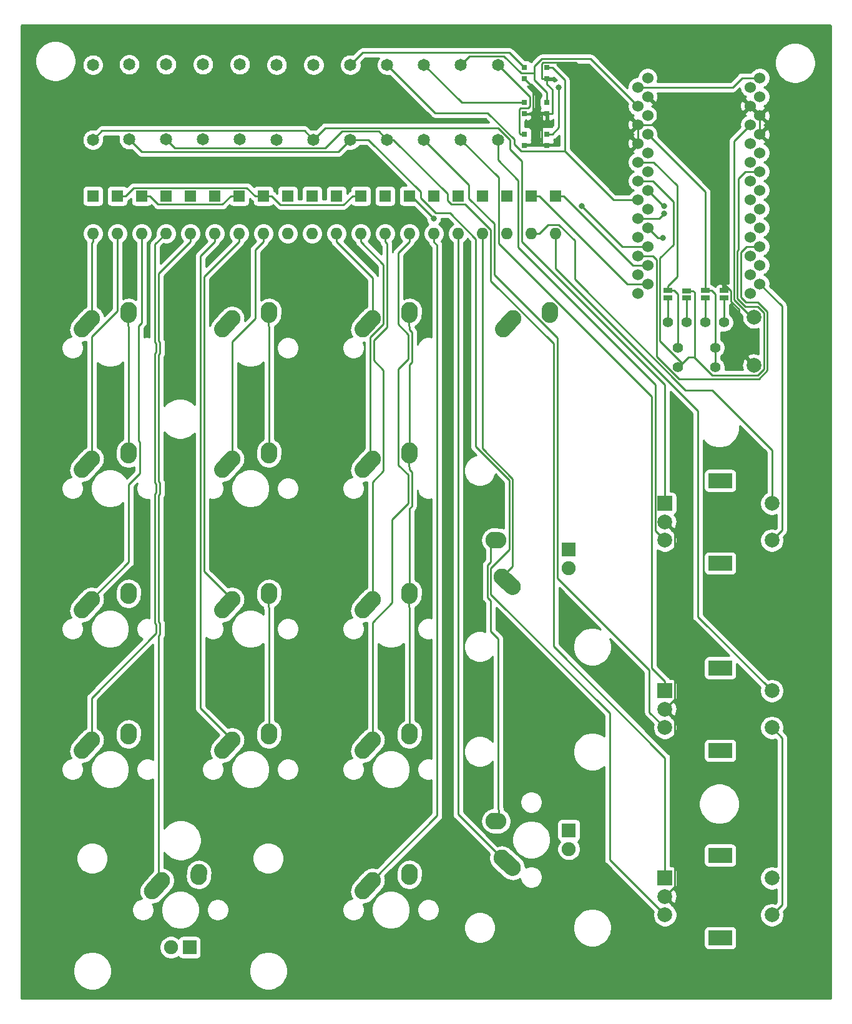
<source format=gtl>
%TF.GenerationSoftware,KiCad,Pcbnew,(5.1.10)-1*%
%TF.CreationDate,2021-10-30T13:12:33+08:00*%
%TF.ProjectId,EGPad,45475061-642e-46b6-9963-61645f706362,rev?*%
%TF.SameCoordinates,Original*%
%TF.FileFunction,Copper,L1,Top*%
%TF.FilePolarity,Positive*%
%FSLAX46Y46*%
G04 Gerber Fmt 4.6, Leading zero omitted, Abs format (unit mm)*
G04 Created by KiCad (PCBNEW (5.1.10)-1) date 2021-10-30 13:12:33*
%MOMM*%
%LPD*%
G01*
G04 APERTURE LIST*
%TA.AperFunction,ComponentPad*%
%ADD10C,1.524000*%
%TD*%
%TA.AperFunction,ComponentPad*%
%ADD11C,2.000000*%
%TD*%
%TA.AperFunction,ComponentPad*%
%ADD12C,1.397000*%
%TD*%
%TA.AperFunction,SMDPad,CuDef*%
%ADD13R,1.143000X0.635000*%
%TD*%
%TA.AperFunction,ComponentPad*%
%ADD14C,2.250000*%
%TD*%
%TA.AperFunction,ComponentPad*%
%ADD15C,1.905000*%
%TD*%
%TA.AperFunction,ComponentPad*%
%ADD16R,1.905000X1.905000*%
%TD*%
%TA.AperFunction,ComponentPad*%
%ADD17R,1.600000X1.600000*%
%TD*%
%TA.AperFunction,ComponentPad*%
%ADD18O,1.600000X1.600000*%
%TD*%
%TA.AperFunction,WasherPad*%
%ADD19R,3.200000X2.000000*%
%TD*%
%TA.AperFunction,ComponentPad*%
%ADD20R,2.000000X2.000000*%
%TD*%
%TA.AperFunction,ComponentPad*%
%ADD21C,1.651000*%
%TD*%
%TA.AperFunction,SMDPad,CuDef*%
%ADD22R,0.750000X0.800000*%
%TD*%
%TA.AperFunction,ViaPad*%
%ADD23C,0.800000*%
%TD*%
%TA.AperFunction,Conductor*%
%ADD24C,0.254000*%
%TD*%
%TA.AperFunction,Conductor*%
%ADD25C,0.100000*%
%TD*%
G04 APERTURE END LIST*
D10*
%TO.P,U1,24*%
%TO.N,Net-(U1-Pad24)*%
X189230000Y-38481000D03*
%TO.P,U1,23*%
%TO.N,GND*%
X189230000Y-41021000D03*
%TO.P,U1,22*%
%TO.N,reset*%
X189230000Y-43561000D03*
%TO.P,U1,21*%
%TO.N,VCC*%
X189230000Y-46101000D03*
%TO.P,U1,20*%
%TO.N,B1*%
X189230000Y-48641000D03*
%TO.P,U1,19*%
%TO.N,B2*%
X189230000Y-51181000D03*
%TO.P,U1,18*%
%TO.N,B3*%
X189230000Y-53721000D03*
%TO.P,U1,17*%
%TO.N,ROW5*%
X189230000Y-56261000D03*
%TO.P,U1,16*%
%TO.N,ROW4*%
X189230000Y-58801000D03*
%TO.P,U1,15*%
%TO.N,ROW3*%
X189230000Y-61341000D03*
%TO.P,U1,14*%
%TO.N,ROW2*%
X189230000Y-63881000D03*
%TO.P,U1,13*%
%TO.N,ROW1*%
X189230000Y-66421000D03*
%TO.P,U1,12*%
%TO.N,COL5*%
X173990000Y-66421000D03*
%TO.P,U1,11*%
%TO.N,COL4*%
X173990000Y-63881000D03*
%TO.P,U1,10*%
%TO.N,COL3*%
X173990000Y-61341000D03*
%TO.P,U1,9*%
%TO.N,COL2*%
X173990000Y-58801000D03*
%TO.P,U1,8*%
%TO.N,COL1*%
X173990000Y-56261000D03*
%TO.P,U1,7*%
%TO.N,A3*%
X173990000Y-53721000D03*
%TO.P,U1,6*%
%TO.N,SCL*%
X173990000Y-51181000D03*
%TO.P,U1,5*%
%TO.N,SDA*%
X173990000Y-48641000D03*
%TO.P,U1,4*%
%TO.N,GND*%
X173990000Y-46101000D03*
%TO.P,U1,3*%
X173990000Y-43561000D03*
%TO.P,U1,2*%
%TO.N,A2*%
X173990000Y-41021000D03*
%TO.P,U1,1*%
%TO.N,A1*%
X173990000Y-38481000D03*
X190536400Y-37211000D03*
%TO.P,U1,2*%
%TO.N,A2*%
X190536400Y-39751000D03*
%TO.P,U1,3*%
%TO.N,GND*%
X190536400Y-42291000D03*
%TO.P,U1,4*%
X190536400Y-44831000D03*
%TO.P,U1,5*%
%TO.N,SDA*%
X190536400Y-47371000D03*
%TO.P,U1,6*%
%TO.N,SCL*%
X190536400Y-49911000D03*
%TO.P,U1,7*%
%TO.N,A3*%
X190536400Y-52451000D03*
%TO.P,U1,8*%
%TO.N,COL1*%
X190536400Y-54991000D03*
%TO.P,U1,9*%
%TO.N,COL2*%
X190536400Y-57531000D03*
%TO.P,U1,10*%
%TO.N,COL3*%
X190536400Y-60071000D03*
%TO.P,U1,11*%
%TO.N,COL4*%
X190536400Y-62611000D03*
%TO.P,U1,12*%
%TO.N,COL5*%
X190536400Y-65151000D03*
%TO.P,U1,13*%
%TO.N,ROW1*%
X175316400Y-65151000D03*
%TO.P,U1,14*%
%TO.N,ROW2*%
X175316400Y-62611000D03*
%TO.P,U1,15*%
%TO.N,ROW3*%
X175316400Y-60071000D03*
%TO.P,U1,16*%
%TO.N,ROW4*%
X175316400Y-57531000D03*
%TO.P,U1,17*%
%TO.N,ROW5*%
X175316400Y-54991000D03*
%TO.P,U1,18*%
%TO.N,B3*%
X175316400Y-52451000D03*
%TO.P,U1,19*%
%TO.N,B2*%
X175316400Y-49911000D03*
%TO.P,U1,20*%
%TO.N,B1*%
X175316400Y-47371000D03*
%TO.P,U1,21*%
%TO.N,VCC*%
X175316400Y-44831000D03*
%TO.P,U1,22*%
%TO.N,reset*%
X175316400Y-42291000D03*
%TO.P,U1,23*%
%TO.N,GND*%
X175316400Y-39751000D03*
%TO.P,U1,24*%
%TO.N,Net-(U1-Pad24)*%
X175316400Y-37211000D03*
%TD*%
D11*
%TO.P,RSW1,2*%
%TO.N,GND*%
X189738000Y-76148000D03*
%TO.P,RSW1,1*%
%TO.N,reset*%
X189738000Y-69648000D03*
%TD*%
D12*
%TO.P,R14,2*%
%TO.N,VCC*%
X184531000Y-76454000D03*
%TO.P,R14,1*%
%TO.N,SCL*%
X179451000Y-76454000D03*
%TD*%
%TO.P,R13,2*%
%TO.N,VCC*%
X184531000Y-73787000D03*
%TO.P,R13,1*%
%TO.N,SDA*%
X179451000Y-73787000D03*
%TD*%
D13*
%TO.P,JP4,2*%
%TO.N,SDA*%
X178054000Y-66047620D03*
%TO.P,JP4,1*%
%TO.N,Net-(J1-Pad1)*%
X178054000Y-67048380D03*
%TD*%
%TO.P,JP3,2*%
%TO.N,SCL*%
X180594000Y-66055220D03*
%TO.P,JP3,1*%
%TO.N,Net-(J1-Pad2)*%
X180594000Y-67055980D03*
%TD*%
%TO.P,JP2,2*%
%TO.N,VCC*%
X183134000Y-66047620D03*
%TO.P,JP2,1*%
%TO.N,Net-(J1-Pad3)*%
X183134000Y-67048380D03*
%TD*%
%TO.P,JP1,2*%
%TO.N,GND*%
X185674000Y-66047620D03*
%TO.P,JP1,1*%
%TO.N,Net-(J1-Pad4)*%
X185674000Y-67048380D03*
%TD*%
D12*
%TO.P,J1,4*%
%TO.N,Net-(J1-Pad4)*%
X185674000Y-70358000D03*
%TO.P,J1,3*%
%TO.N,Net-(J1-Pad3)*%
X183134000Y-70358000D03*
%TO.P,J1,2*%
%TO.N,Net-(J1-Pad2)*%
X180594000Y-70358000D03*
%TO.P,J1,1*%
%TO.N,Net-(J1-Pad1)*%
X178054000Y-70358000D03*
%TD*%
D14*
%TO.P,MX15,2*%
%TO.N,Net-(D15-Pad2)*%
X157044000Y-69818800D03*
%TA.AperFunction,ComponentPad*%
G36*
G01*
X154981228Y-72114838D02*
X154981228Y-72114838D01*
G75*
G02*
X154897962Y-70526028I752772J836038D01*
G01*
X156210500Y-69068308D01*
G75*
G02*
X157799310Y-68985042I836038J-752772D01*
G01*
X157799310Y-68985042D01*
G75*
G02*
X157882576Y-70573852I-752772J-836038D01*
G01*
X156570038Y-72031572D01*
G75*
G02*
X154981228Y-72114838I-836038J752772D01*
G01*
G37*
%TD.AperFunction*%
%TO.P,MX15,1*%
%TO.N,COL4*%
X162084000Y-68738800D03*
%TA.AperFunction,ComponentPad*%
G36*
G01*
X161965524Y-70441060D02*
X161965524Y-70441060D01*
G75*
G02*
X160921740Y-69240324I78476J1122260D01*
G01*
X160962294Y-68660362D01*
G75*
G02*
X162163030Y-67616578I1122260J-78476D01*
G01*
X162163030Y-67616578D01*
G75*
G02*
X163206814Y-68817314I-78476J-1122260D01*
G01*
X163166260Y-69397276D01*
G75*
G02*
X161965524Y-70441060I-1122260J78476D01*
G01*
G37*
%TD.AperFunction*%
%TD*%
%TO.P,MX5,1*%
%TO.N,COL1*%
%TA.AperFunction,ComponentPad*%
G36*
G01*
X114340524Y-146641260D02*
X114340524Y-146641260D01*
G75*
G02*
X113296740Y-145440524I78476J1122260D01*
G01*
X113337294Y-144860562D01*
G75*
G02*
X114538030Y-143816778I1122260J-78476D01*
G01*
X114538030Y-143816778D01*
G75*
G02*
X115581814Y-145017514I-78476J-1122260D01*
G01*
X115541260Y-145597476D01*
G75*
G02*
X114340524Y-146641260I-1122260J78476D01*
G01*
G37*
%TD.AperFunction*%
X114459000Y-144939000D03*
%TO.P,MX5,2*%
%TO.N,Net-(D5-Pad2)*%
%TA.AperFunction,ComponentPad*%
G36*
G01*
X107356228Y-148315038D02*
X107356228Y-148315038D01*
G75*
G02*
X107272962Y-146726228I752772J836038D01*
G01*
X108585500Y-145268508D01*
G75*
G02*
X110174310Y-145185242I836038J-752772D01*
G01*
X110174310Y-145185242D01*
G75*
G02*
X110257576Y-146774052I-752772J-836038D01*
G01*
X108945038Y-148231772D01*
G75*
G02*
X107356228Y-148315038I-836038J752772D01*
G01*
G37*
%TD.AperFunction*%
X109419000Y-146019000D03*
D15*
%TO.P,MX5,3*%
%TO.N,N/C*%
X110649000Y-155099000D03*
D16*
%TO.P,MX5,4*%
X113189000Y-155099000D03*
%TD*%
%TO.P,MX17,1*%
%TO.N,COL4*%
%TA.AperFunction,ComponentPad*%
G36*
G01*
X156166260Y-138072476D02*
X156166260Y-138072476D01*
G75*
G02*
X154965524Y-139116260I-1122260J78476D01*
G01*
X154385562Y-139075706D01*
G75*
G02*
X153341778Y-137874970I78476J1122260D01*
G01*
X153341778Y-137874970D01*
G75*
G02*
X154542514Y-136831186I1122260J-78476D01*
G01*
X155122476Y-136871740D01*
G75*
G02*
X156166260Y-138072476I-78476J-1122260D01*
G01*
G37*
%TD.AperFunction*%
D14*
X154464000Y-137954000D03*
%TO.P,MX17,2*%
%TO.N,Net-(D17-Pad2)*%
%TA.AperFunction,ComponentPad*%
G36*
G01*
X157840038Y-145056772D02*
X157840038Y-145056772D01*
G75*
G02*
X156251228Y-145140038I-836038J752772D01*
G01*
X154793508Y-143827500D01*
G75*
G02*
X154710242Y-142238690I752772J836038D01*
G01*
X154710242Y-142238690D01*
G75*
G02*
X156299052Y-142155424I836038J-752772D01*
G01*
X157756772Y-143467962D01*
G75*
G02*
X157840038Y-145056772I-752772J-836038D01*
G01*
G37*
%TD.AperFunction*%
X155544000Y-142994000D03*
D15*
%TO.P,MX17,3*%
%TO.N,N/C*%
X164624000Y-141764000D03*
D16*
%TO.P,MX17,4*%
X164624000Y-139224000D03*
%TD*%
%TO.P,MX16,1*%
%TO.N,COL4*%
%TA.AperFunction,ComponentPad*%
G36*
G01*
X156166260Y-99972476D02*
X156166260Y-99972476D01*
G75*
G02*
X154965524Y-101016260I-1122260J78476D01*
G01*
X154385562Y-100975706D01*
G75*
G02*
X153341778Y-99774970I78476J1122260D01*
G01*
X153341778Y-99774970D01*
G75*
G02*
X154542514Y-98731186I1122260J-78476D01*
G01*
X155122476Y-98771740D01*
G75*
G02*
X156166260Y-99972476I-78476J-1122260D01*
G01*
G37*
%TD.AperFunction*%
D14*
X154464000Y-99854000D03*
%TO.P,MX16,2*%
%TO.N,Net-(D16-Pad2)*%
%TA.AperFunction,ComponentPad*%
G36*
G01*
X157840038Y-106956772D02*
X157840038Y-106956772D01*
G75*
G02*
X156251228Y-107040038I-836038J752772D01*
G01*
X154793508Y-105727500D01*
G75*
G02*
X154710242Y-104138690I752772J836038D01*
G01*
X154710242Y-104138690D01*
G75*
G02*
X156299052Y-104055424I836038J-752772D01*
G01*
X157756772Y-105367962D01*
G75*
G02*
X157840038Y-106956772I-752772J-836038D01*
G01*
G37*
%TD.AperFunction*%
X155544000Y-104894000D03*
D15*
%TO.P,MX16,3*%
%TO.N,N/C*%
X164624000Y-103664000D03*
D16*
%TO.P,MX16,4*%
X164624000Y-101124000D03*
%TD*%
D14*
%TO.P,MX11,2*%
%TO.N,Net-(D11-Pad2)*%
X137994000Y-69818800D03*
%TA.AperFunction,ComponentPad*%
G36*
G01*
X135931228Y-72114838D02*
X135931228Y-72114838D01*
G75*
G02*
X135847962Y-70526028I752772J836038D01*
G01*
X137160500Y-69068308D01*
G75*
G02*
X138749310Y-68985042I836038J-752772D01*
G01*
X138749310Y-68985042D01*
G75*
G02*
X138832576Y-70573852I-752772J-836038D01*
G01*
X137520038Y-72031572D01*
G75*
G02*
X135931228Y-72114838I-836038J752772D01*
G01*
G37*
%TD.AperFunction*%
%TO.P,MX11,1*%
%TO.N,COL3*%
X143034000Y-68738800D03*
%TA.AperFunction,ComponentPad*%
G36*
G01*
X142915524Y-70441060D02*
X142915524Y-70441060D01*
G75*
G02*
X141871740Y-69240324I78476J1122260D01*
G01*
X141912294Y-68660362D01*
G75*
G02*
X143113030Y-67616578I1122260J-78476D01*
G01*
X143113030Y-67616578D01*
G75*
G02*
X144156814Y-68817314I-78476J-1122260D01*
G01*
X144116260Y-69397276D01*
G75*
G02*
X142915524Y-70441060I-1122260J78476D01*
G01*
G37*
%TD.AperFunction*%
%TD*%
%TO.P,MX8,2*%
%TO.N,Net-(D8-Pad2)*%
X118944000Y-107919000D03*
%TA.AperFunction,ComponentPad*%
G36*
G01*
X116881228Y-110215038D02*
X116881228Y-110215038D01*
G75*
G02*
X116797962Y-108626228I752772J836038D01*
G01*
X118110500Y-107168508D01*
G75*
G02*
X119699310Y-107085242I836038J-752772D01*
G01*
X119699310Y-107085242D01*
G75*
G02*
X119782576Y-108674052I-752772J-836038D01*
G01*
X118470038Y-110131772D01*
G75*
G02*
X116881228Y-110215038I-836038J752772D01*
G01*
G37*
%TD.AperFunction*%
%TO.P,MX8,1*%
%TO.N,COL2*%
X123984000Y-106839000D03*
%TA.AperFunction,ComponentPad*%
G36*
G01*
X123865524Y-108541260D02*
X123865524Y-108541260D01*
G75*
G02*
X122821740Y-107340524I78476J1122260D01*
G01*
X122862294Y-106760562D01*
G75*
G02*
X124063030Y-105716778I1122260J-78476D01*
G01*
X124063030Y-105716778D01*
G75*
G02*
X125106814Y-106917514I-78476J-1122260D01*
G01*
X125066260Y-107497476D01*
G75*
G02*
X123865524Y-108541260I-1122260J78476D01*
G01*
G37*
%TD.AperFunction*%
%TD*%
%TO.P,MX4,2*%
%TO.N,Net-(D4-Pad2)*%
X99894000Y-126969000D03*
%TA.AperFunction,ComponentPad*%
G36*
G01*
X97831228Y-129265038D02*
X97831228Y-129265038D01*
G75*
G02*
X97747962Y-127676228I752772J836038D01*
G01*
X99060500Y-126218508D01*
G75*
G02*
X100649310Y-126135242I836038J-752772D01*
G01*
X100649310Y-126135242D01*
G75*
G02*
X100732576Y-127724052I-752772J-836038D01*
G01*
X99420038Y-129181772D01*
G75*
G02*
X97831228Y-129265038I-836038J752772D01*
G01*
G37*
%TD.AperFunction*%
%TO.P,MX4,1*%
%TO.N,COL1*%
X104934000Y-125889000D03*
%TA.AperFunction,ComponentPad*%
G36*
G01*
X104815524Y-127591260D02*
X104815524Y-127591260D01*
G75*
G02*
X103771740Y-126390524I78476J1122260D01*
G01*
X103812294Y-125810562D01*
G75*
G02*
X105013030Y-124766778I1122260J-78476D01*
G01*
X105013030Y-124766778D01*
G75*
G02*
X106056814Y-125967514I-78476J-1122260D01*
G01*
X106016260Y-126547476D01*
G75*
G02*
X104815524Y-127591260I-1122260J78476D01*
G01*
G37*
%TD.AperFunction*%
%TD*%
%TO.P,MX14,2*%
%TO.N,Net-(D14-Pad2)*%
X137994000Y-126969000D03*
%TA.AperFunction,ComponentPad*%
G36*
G01*
X135931228Y-129265038D02*
X135931228Y-129265038D01*
G75*
G02*
X135847962Y-127676228I752772J836038D01*
G01*
X137160500Y-126218508D01*
G75*
G02*
X138749310Y-126135242I836038J-752772D01*
G01*
X138749310Y-126135242D01*
G75*
G02*
X138832576Y-127724052I-752772J-836038D01*
G01*
X137520038Y-129181772D01*
G75*
G02*
X135931228Y-129265038I-836038J752772D01*
G01*
G37*
%TD.AperFunction*%
%TO.P,MX14,1*%
%TO.N,COL3*%
X143034000Y-125889000D03*
%TA.AperFunction,ComponentPad*%
G36*
G01*
X142915524Y-127591260D02*
X142915524Y-127591260D01*
G75*
G02*
X141871740Y-126390524I78476J1122260D01*
G01*
X141912294Y-125810562D01*
G75*
G02*
X143113030Y-124766778I1122260J-78476D01*
G01*
X143113030Y-124766778D01*
G75*
G02*
X144156814Y-125967514I-78476J-1122260D01*
G01*
X144116260Y-126547476D01*
G75*
G02*
X142915524Y-127591260I-1122260J78476D01*
G01*
G37*
%TD.AperFunction*%
%TD*%
%TO.P,MX13,2*%
%TO.N,Net-(D13-Pad2)*%
X137994000Y-107919000D03*
%TA.AperFunction,ComponentPad*%
G36*
G01*
X135931228Y-110215038D02*
X135931228Y-110215038D01*
G75*
G02*
X135847962Y-108626228I752772J836038D01*
G01*
X137160500Y-107168508D01*
G75*
G02*
X138749310Y-107085242I836038J-752772D01*
G01*
X138749310Y-107085242D01*
G75*
G02*
X138832576Y-108674052I-752772J-836038D01*
G01*
X137520038Y-110131772D01*
G75*
G02*
X135931228Y-110215038I-836038J752772D01*
G01*
G37*
%TD.AperFunction*%
%TO.P,MX13,1*%
%TO.N,COL3*%
X143034000Y-106839000D03*
%TA.AperFunction,ComponentPad*%
G36*
G01*
X142915524Y-108541260D02*
X142915524Y-108541260D01*
G75*
G02*
X141871740Y-107340524I78476J1122260D01*
G01*
X141912294Y-106760562D01*
G75*
G02*
X143113030Y-105716778I1122260J-78476D01*
G01*
X143113030Y-105716778D01*
G75*
G02*
X144156814Y-106917514I-78476J-1122260D01*
G01*
X144116260Y-107497476D01*
G75*
G02*
X142915524Y-108541260I-1122260J78476D01*
G01*
G37*
%TD.AperFunction*%
%TD*%
%TO.P,MX12,2*%
%TO.N,Net-(D12-Pad2)*%
X137994000Y-88868800D03*
%TA.AperFunction,ComponentPad*%
G36*
G01*
X135931228Y-91164838D02*
X135931228Y-91164838D01*
G75*
G02*
X135847962Y-89576028I752772J836038D01*
G01*
X137160500Y-88118308D01*
G75*
G02*
X138749310Y-88035042I836038J-752772D01*
G01*
X138749310Y-88035042D01*
G75*
G02*
X138832576Y-89623852I-752772J-836038D01*
G01*
X137520038Y-91081572D01*
G75*
G02*
X135931228Y-91164838I-836038J752772D01*
G01*
G37*
%TD.AperFunction*%
%TO.P,MX12,1*%
%TO.N,COL3*%
X143034000Y-87788800D03*
%TA.AperFunction,ComponentPad*%
G36*
G01*
X142915524Y-89491060D02*
X142915524Y-89491060D01*
G75*
G02*
X141871740Y-88290324I78476J1122260D01*
G01*
X141912294Y-87710362D01*
G75*
G02*
X143113030Y-86666578I1122260J-78476D01*
G01*
X143113030Y-86666578D01*
G75*
G02*
X144156814Y-87867314I-78476J-1122260D01*
G01*
X144116260Y-88447276D01*
G75*
G02*
X142915524Y-89491060I-1122260J78476D01*
G01*
G37*
%TD.AperFunction*%
%TD*%
%TO.P,MX10,2*%
%TO.N,Net-(D10-Pad2)*%
X137994000Y-146019000D03*
%TA.AperFunction,ComponentPad*%
G36*
G01*
X135931228Y-148315038D02*
X135931228Y-148315038D01*
G75*
G02*
X135847962Y-146726228I752772J836038D01*
G01*
X137160500Y-145268508D01*
G75*
G02*
X138749310Y-145185242I836038J-752772D01*
G01*
X138749310Y-145185242D01*
G75*
G02*
X138832576Y-146774052I-752772J-836038D01*
G01*
X137520038Y-148231772D01*
G75*
G02*
X135931228Y-148315038I-836038J752772D01*
G01*
G37*
%TD.AperFunction*%
%TO.P,MX10,1*%
%TO.N,COL2*%
X143034000Y-144939000D03*
%TA.AperFunction,ComponentPad*%
G36*
G01*
X142915524Y-146641260D02*
X142915524Y-146641260D01*
G75*
G02*
X141871740Y-145440524I78476J1122260D01*
G01*
X141912294Y-144860562D01*
G75*
G02*
X143113030Y-143816778I1122260J-78476D01*
G01*
X143113030Y-143816778D01*
G75*
G02*
X144156814Y-145017514I-78476J-1122260D01*
G01*
X144116260Y-145597476D01*
G75*
G02*
X142915524Y-146641260I-1122260J78476D01*
G01*
G37*
%TD.AperFunction*%
%TD*%
%TO.P,MX9,2*%
%TO.N,Net-(D9-Pad2)*%
X118944000Y-126969000D03*
%TA.AperFunction,ComponentPad*%
G36*
G01*
X116881228Y-129265038D02*
X116881228Y-129265038D01*
G75*
G02*
X116797962Y-127676228I752772J836038D01*
G01*
X118110500Y-126218508D01*
G75*
G02*
X119699310Y-126135242I836038J-752772D01*
G01*
X119699310Y-126135242D01*
G75*
G02*
X119782576Y-127724052I-752772J-836038D01*
G01*
X118470038Y-129181772D01*
G75*
G02*
X116881228Y-129265038I-836038J752772D01*
G01*
G37*
%TD.AperFunction*%
%TO.P,MX9,1*%
%TO.N,COL2*%
X123984000Y-125889000D03*
%TA.AperFunction,ComponentPad*%
G36*
G01*
X123865524Y-127591260D02*
X123865524Y-127591260D01*
G75*
G02*
X122821740Y-126390524I78476J1122260D01*
G01*
X122862294Y-125810562D01*
G75*
G02*
X124063030Y-124766778I1122260J-78476D01*
G01*
X124063030Y-124766778D01*
G75*
G02*
X125106814Y-125967514I-78476J-1122260D01*
G01*
X125066260Y-126547476D01*
G75*
G02*
X123865524Y-127591260I-1122260J78476D01*
G01*
G37*
%TD.AperFunction*%
%TD*%
%TO.P,MX7,2*%
%TO.N,Net-(D7-Pad2)*%
X118944000Y-88868800D03*
%TA.AperFunction,ComponentPad*%
G36*
G01*
X116881228Y-91164838D02*
X116881228Y-91164838D01*
G75*
G02*
X116797962Y-89576028I752772J836038D01*
G01*
X118110500Y-88118308D01*
G75*
G02*
X119699310Y-88035042I836038J-752772D01*
G01*
X119699310Y-88035042D01*
G75*
G02*
X119782576Y-89623852I-752772J-836038D01*
G01*
X118470038Y-91081572D01*
G75*
G02*
X116881228Y-91164838I-836038J752772D01*
G01*
G37*
%TD.AperFunction*%
%TO.P,MX7,1*%
%TO.N,COL2*%
X123984000Y-87788800D03*
%TA.AperFunction,ComponentPad*%
G36*
G01*
X123865524Y-89491060D02*
X123865524Y-89491060D01*
G75*
G02*
X122821740Y-88290324I78476J1122260D01*
G01*
X122862294Y-87710362D01*
G75*
G02*
X124063030Y-86666578I1122260J-78476D01*
G01*
X124063030Y-86666578D01*
G75*
G02*
X125106814Y-87867314I-78476J-1122260D01*
G01*
X125066260Y-88447276D01*
G75*
G02*
X123865524Y-89491060I-1122260J78476D01*
G01*
G37*
%TD.AperFunction*%
%TD*%
%TO.P,MX6,2*%
%TO.N,Net-(D6-Pad2)*%
X118944000Y-69818800D03*
%TA.AperFunction,ComponentPad*%
G36*
G01*
X116881228Y-72114838D02*
X116881228Y-72114838D01*
G75*
G02*
X116797962Y-70526028I752772J836038D01*
G01*
X118110500Y-69068308D01*
G75*
G02*
X119699310Y-68985042I836038J-752772D01*
G01*
X119699310Y-68985042D01*
G75*
G02*
X119782576Y-70573852I-752772J-836038D01*
G01*
X118470038Y-72031572D01*
G75*
G02*
X116881228Y-72114838I-836038J752772D01*
G01*
G37*
%TD.AperFunction*%
%TO.P,MX6,1*%
%TO.N,COL2*%
X123984000Y-68738800D03*
%TA.AperFunction,ComponentPad*%
G36*
G01*
X123865524Y-70441060D02*
X123865524Y-70441060D01*
G75*
G02*
X122821740Y-69240324I78476J1122260D01*
G01*
X122862294Y-68660362D01*
G75*
G02*
X124063030Y-67616578I1122260J-78476D01*
G01*
X124063030Y-67616578D01*
G75*
G02*
X125106814Y-68817314I-78476J-1122260D01*
G01*
X125066260Y-69397276D01*
G75*
G02*
X123865524Y-70441060I-1122260J78476D01*
G01*
G37*
%TD.AperFunction*%
%TD*%
%TO.P,MX3,2*%
%TO.N,Net-(D3-Pad2)*%
X99894000Y-107919000D03*
%TA.AperFunction,ComponentPad*%
G36*
G01*
X97831228Y-110215038D02*
X97831228Y-110215038D01*
G75*
G02*
X97747962Y-108626228I752772J836038D01*
G01*
X99060500Y-107168508D01*
G75*
G02*
X100649310Y-107085242I836038J-752772D01*
G01*
X100649310Y-107085242D01*
G75*
G02*
X100732576Y-108674052I-752772J-836038D01*
G01*
X99420038Y-110131772D01*
G75*
G02*
X97831228Y-110215038I-836038J752772D01*
G01*
G37*
%TD.AperFunction*%
%TO.P,MX3,1*%
%TO.N,COL1*%
X104934000Y-106839000D03*
%TA.AperFunction,ComponentPad*%
G36*
G01*
X104815524Y-108541260D02*
X104815524Y-108541260D01*
G75*
G02*
X103771740Y-107340524I78476J1122260D01*
G01*
X103812294Y-106760562D01*
G75*
G02*
X105013030Y-105716778I1122260J-78476D01*
G01*
X105013030Y-105716778D01*
G75*
G02*
X106056814Y-106917514I-78476J-1122260D01*
G01*
X106016260Y-107497476D01*
G75*
G02*
X104815524Y-108541260I-1122260J78476D01*
G01*
G37*
%TD.AperFunction*%
%TD*%
%TO.P,MX2,2*%
%TO.N,Net-(D2-Pad2)*%
X99894000Y-88868800D03*
%TA.AperFunction,ComponentPad*%
G36*
G01*
X97831228Y-91164838D02*
X97831228Y-91164838D01*
G75*
G02*
X97747962Y-89576028I752772J836038D01*
G01*
X99060500Y-88118308D01*
G75*
G02*
X100649310Y-88035042I836038J-752772D01*
G01*
X100649310Y-88035042D01*
G75*
G02*
X100732576Y-89623852I-752772J-836038D01*
G01*
X99420038Y-91081572D01*
G75*
G02*
X97831228Y-91164838I-836038J752772D01*
G01*
G37*
%TD.AperFunction*%
%TO.P,MX2,1*%
%TO.N,COL1*%
X104934000Y-87788800D03*
%TA.AperFunction,ComponentPad*%
G36*
G01*
X104815524Y-89491060D02*
X104815524Y-89491060D01*
G75*
G02*
X103771740Y-88290324I78476J1122260D01*
G01*
X103812294Y-87710362D01*
G75*
G02*
X105013030Y-86666578I1122260J-78476D01*
G01*
X105013030Y-86666578D01*
G75*
G02*
X106056814Y-87867314I-78476J-1122260D01*
G01*
X106016260Y-88447276D01*
G75*
G02*
X104815524Y-89491060I-1122260J78476D01*
G01*
G37*
%TD.AperFunction*%
%TD*%
%TO.P,MX1,2*%
%TO.N,Net-(D1-Pad2)*%
X99894000Y-69818800D03*
%TA.AperFunction,ComponentPad*%
G36*
G01*
X97831228Y-72114838D02*
X97831228Y-72114838D01*
G75*
G02*
X97747962Y-70526028I752772J836038D01*
G01*
X99060500Y-69068308D01*
G75*
G02*
X100649310Y-68985042I836038J-752772D01*
G01*
X100649310Y-68985042D01*
G75*
G02*
X100732576Y-70573852I-752772J-836038D01*
G01*
X99420038Y-72031572D01*
G75*
G02*
X97831228Y-72114838I-836038J752772D01*
G01*
G37*
%TD.AperFunction*%
%TO.P,MX1,1*%
%TO.N,COL1*%
X104934000Y-68738800D03*
%TA.AperFunction,ComponentPad*%
G36*
G01*
X104815524Y-70441060D02*
X104815524Y-70441060D01*
G75*
G02*
X103771740Y-69240324I78476J1122260D01*
G01*
X103812294Y-68660362D01*
G75*
G02*
X105013030Y-67616578I1122260J-78476D01*
G01*
X105013030Y-67616578D01*
G75*
G02*
X106056814Y-68817314I-78476J-1122260D01*
G01*
X106016260Y-69397276D01*
G75*
G02*
X104815524Y-70441060I-1122260J78476D01*
G01*
G37*
%TD.AperFunction*%
%TD*%
D17*
%TO.P,D20,1*%
%TO.N,ROW3*%
X129794000Y-53213000D03*
D18*
%TO.P,D20,2*%
%TO.N,Net-(D20-Pad2)*%
X129794000Y-58293000D03*
%TD*%
D17*
%TO.P,D19,1*%
%TO.N,ROW2*%
X162814000Y-53213000D03*
D18*
%TO.P,D19,2*%
%TO.N,Net-(D19-Pad2)*%
X162814000Y-58293000D03*
%TD*%
D17*
%TO.P,D18,1*%
%TO.N,ROW1*%
X159512000Y-53213000D03*
D18*
%TO.P,D18,2*%
%TO.N,Net-(D18-Pad2)*%
X159512000Y-58293000D03*
%TD*%
D17*
%TO.P,D17,1*%
%TO.N,ROW3*%
X149606000Y-53213000D03*
D18*
%TO.P,D17,2*%
%TO.N,Net-(D17-Pad2)*%
X149606000Y-58293000D03*
%TD*%
D17*
%TO.P,D16,1*%
%TO.N,ROW2*%
X152908000Y-53213000D03*
D18*
%TO.P,D16,2*%
%TO.N,Net-(D16-Pad2)*%
X152908000Y-58293000D03*
%TD*%
D17*
%TO.P,D15,1*%
%TO.N,ROW1*%
X156210000Y-53213000D03*
D18*
%TO.P,D15,2*%
%TO.N,Net-(D15-Pad2)*%
X156210000Y-58293000D03*
%TD*%
%TO.P,D14,2*%
%TO.N,Net-(D14-Pad2)*%
X143002000Y-58293000D03*
D17*
%TO.P,D14,1*%
%TO.N,ROW4*%
X143002000Y-53213000D03*
%TD*%
%TO.P,D13,1*%
%TO.N,ROW3*%
X139700000Y-53213000D03*
D18*
%TO.P,D13,2*%
%TO.N,Net-(D13-Pad2)*%
X139700000Y-58293000D03*
%TD*%
D17*
%TO.P,D12,1*%
%TO.N,ROW2*%
X136398000Y-53213000D03*
D18*
%TO.P,D12,2*%
%TO.N,Net-(D12-Pad2)*%
X136398000Y-58293000D03*
%TD*%
D17*
%TO.P,D11,1*%
%TO.N,ROW1*%
X133096000Y-53213000D03*
D18*
%TO.P,D11,2*%
%TO.N,Net-(D11-Pad2)*%
X133096000Y-58293000D03*
%TD*%
D17*
%TO.P,D10,1*%
%TO.N,ROW5*%
X146304000Y-53213000D03*
D18*
%TO.P,D10,2*%
%TO.N,Net-(D10-Pad2)*%
X146304000Y-58293000D03*
%TD*%
D17*
%TO.P,D9,1*%
%TO.N,ROW4*%
X116586000Y-53213000D03*
D18*
%TO.P,D9,2*%
%TO.N,Net-(D9-Pad2)*%
X116586000Y-58293000D03*
%TD*%
D17*
%TO.P,D8,1*%
%TO.N,ROW3*%
X119888000Y-53213000D03*
D18*
%TO.P,D8,2*%
%TO.N,Net-(D8-Pad2)*%
X119888000Y-58293000D03*
%TD*%
D17*
%TO.P,D7,1*%
%TO.N,ROW2*%
X123190000Y-53213000D03*
D18*
%TO.P,D7,2*%
%TO.N,Net-(D7-Pad2)*%
X123190000Y-58293000D03*
%TD*%
D17*
%TO.P,D6,1*%
%TO.N,ROW1*%
X126492000Y-53213000D03*
D18*
%TO.P,D6,2*%
%TO.N,Net-(D6-Pad2)*%
X126492000Y-58293000D03*
%TD*%
D17*
%TO.P,D5,1*%
%TO.N,ROW5*%
X113284000Y-53213000D03*
D18*
%TO.P,D5,2*%
%TO.N,Net-(D5-Pad2)*%
X113284000Y-58293000D03*
%TD*%
D17*
%TO.P,D4,1*%
%TO.N,ROW4*%
X109982000Y-53213000D03*
D18*
%TO.P,D4,2*%
%TO.N,Net-(D4-Pad2)*%
X109982000Y-58293000D03*
%TD*%
D17*
%TO.P,D3,1*%
%TO.N,ROW3*%
X106680000Y-53213000D03*
D18*
%TO.P,D3,2*%
%TO.N,Net-(D3-Pad2)*%
X106680000Y-58293000D03*
%TD*%
D17*
%TO.P,D2,1*%
%TO.N,ROW2*%
X103378000Y-53213000D03*
D18*
%TO.P,D2,2*%
%TO.N,Net-(D2-Pad2)*%
X103378000Y-58293000D03*
%TD*%
D17*
%TO.P,D1,1*%
%TO.N,ROW1*%
X100076000Y-53213000D03*
D18*
%TO.P,D1,2*%
%TO.N,Net-(D1-Pad2)*%
X100076000Y-58293000D03*
%TD*%
D11*
%TO.P,SW3,S1*%
%TO.N,COL5*%
X192166000Y-150709000D03*
%TO.P,SW3,S2*%
%TO.N,Net-(D20-Pad2)*%
X192166000Y-145709000D03*
D19*
%TO.P,SW3,*%
%TO.N,*%
X185166000Y-153809000D03*
X185166000Y-142609000D03*
D11*
%TO.P,SW3,B*%
%TO.N,Net-(R12-Pad2)*%
X177666000Y-150709000D03*
%TO.P,SW3,C*%
%TO.N,GND*%
X177666000Y-148209000D03*
D20*
%TO.P,SW3,A*%
%TO.N,Net-(R11-Pad2)*%
X177666000Y-145709000D03*
%TD*%
D11*
%TO.P,SW2,S1*%
%TO.N,COL5*%
X192166000Y-125309000D03*
%TO.P,SW2,S2*%
%TO.N,Net-(D19-Pad2)*%
X192166000Y-120309000D03*
D19*
%TO.P,SW2,*%
%TO.N,*%
X185166000Y-128409000D03*
X185166000Y-117209000D03*
D11*
%TO.P,SW2,B*%
%TO.N,Net-(R10-Pad2)*%
X177666000Y-125309000D03*
%TO.P,SW2,C*%
%TO.N,GND*%
X177666000Y-122809000D03*
D20*
%TO.P,SW2,A*%
%TO.N,Net-(R3-Pad2)*%
X177666000Y-120309000D03*
%TD*%
D11*
%TO.P,SW1,S1*%
%TO.N,COL5*%
X192166000Y-99909000D03*
%TO.P,SW1,S2*%
%TO.N,Net-(D18-Pad2)*%
X192166000Y-94909000D03*
D19*
%TO.P,SW1,*%
%TO.N,*%
X185166000Y-103009000D03*
X185166000Y-91809000D03*
D11*
%TO.P,SW1,B*%
%TO.N,Net-(R2-Pad2)*%
X177666000Y-99909000D03*
%TO.P,SW1,C*%
%TO.N,GND*%
X177666000Y-97409000D03*
D20*
%TO.P,SW1,A*%
%TO.N,Net-(R1-Pad2)*%
X177666000Y-94909000D03*
%TD*%
D21*
%TO.P,R12,1*%
%TO.N,VCC*%
X105000000Y-35369500D03*
%TO.P,R12,2*%
%TO.N,Net-(R12-Pad2)*%
X105000000Y-45529500D03*
%TD*%
%TO.P,R11,1*%
%TO.N,VCC*%
X110000000Y-35369500D03*
%TO.P,R11,2*%
%TO.N,Net-(R11-Pad2)*%
X110000000Y-45529500D03*
%TD*%
%TO.P,R10,1*%
%TO.N,VCC*%
X115000000Y-35369500D03*
%TO.P,R10,2*%
%TO.N,Net-(R10-Pad2)*%
X115000000Y-45529500D03*
%TD*%
%TO.P,R9,1*%
%TO.N,VCC*%
X120000000Y-35369500D03*
%TO.P,R9,2*%
%TO.N,Net-(R3-Pad2)*%
X120000000Y-45529500D03*
%TD*%
%TO.P,R8,1*%
%TO.N,VCC*%
X125000000Y-35433000D03*
%TO.P,R8,2*%
%TO.N,Net-(R2-Pad2)*%
X125000000Y-45593000D03*
%TD*%
%TO.P,R7,1*%
%TO.N,VCC*%
X130000000Y-35433000D03*
%TO.P,R7,2*%
%TO.N,Net-(R1-Pad2)*%
X130000000Y-45593000D03*
%TD*%
%TO.P,R6,1*%
%TO.N,B3*%
X135000000Y-35433000D03*
%TO.P,R6,2*%
%TO.N,Net-(R12-Pad2)*%
X135000000Y-45593000D03*
%TD*%
%TO.P,R5,1*%
%TO.N,A3*%
X140000000Y-35433000D03*
%TO.P,R5,2*%
%TO.N,Net-(R11-Pad2)*%
X140000000Y-45593000D03*
%TD*%
%TO.P,R4,1*%
%TO.N,B2*%
X145000000Y-35433000D03*
%TO.P,R4,2*%
%TO.N,Net-(R10-Pad2)*%
X145000000Y-45593000D03*
%TD*%
%TO.P,R3,1*%
%TO.N,A2*%
X150000000Y-35433000D03*
%TO.P,R3,2*%
%TO.N,Net-(R3-Pad2)*%
X150000000Y-45593000D03*
%TD*%
%TO.P,R2,1*%
%TO.N,B1*%
X155000000Y-35433000D03*
%TO.P,R2,2*%
%TO.N,Net-(R2-Pad2)*%
X155000000Y-45593000D03*
%TD*%
%TO.P,R1,1*%
%TO.N,A1*%
X100076000Y-35433000D03*
%TO.P,R1,2*%
%TO.N,Net-(R1-Pad2)*%
X100076000Y-45593000D03*
%TD*%
D22*
%TO.P,C6,2*%
%TO.N,GND*%
X158623000Y-37326000D03*
%TO.P,C6,1*%
%TO.N,B3*%
X158623000Y-35826000D03*
%TD*%
%TO.P,C5,2*%
%TO.N,GND*%
X161671000Y-37326000D03*
%TO.P,C5,1*%
%TO.N,A3*%
X161671000Y-35826000D03*
%TD*%
%TO.P,C4,2*%
%TO.N,GND*%
X158623000Y-42025000D03*
%TO.P,C4,1*%
%TO.N,B2*%
X158623000Y-40525000D03*
%TD*%
%TO.P,C3,2*%
%TO.N,GND*%
X161671000Y-42025000D03*
%TO.P,C3,1*%
%TO.N,A2*%
X161671000Y-40525000D03*
%TD*%
%TO.P,C2,2*%
%TO.N,GND*%
X158623000Y-46343000D03*
%TO.P,C2,1*%
%TO.N,B1*%
X158623000Y-44843000D03*
%TD*%
%TO.P,C1,2*%
%TO.N,GND*%
X161671000Y-46343000D03*
%TO.P,C1,1*%
%TO.N,A1*%
X161671000Y-44843000D03*
%TD*%
D23*
%TO.N,ROW3*%
X166378300Y-54541600D03*
%TO.N,COL1*%
X177546000Y-55626000D03*
%TO.N,A1*%
X163292700Y-38481000D03*
%TO.N,B3*%
X177522332Y-54574446D03*
%TO.N,ROW4*%
X146296700Y-56274600D03*
X177419000Y-58899300D03*
%TD*%
D24*
%TO.N,Net-(D1-Pad2)*%
X100076000Y-58293000D02*
X100076000Y-59420300D01*
X100076000Y-59420300D02*
X99894000Y-59602300D01*
X99894000Y-59602300D02*
X99894000Y-69818800D01*
%TO.N,ROW1*%
X159512000Y-53213000D02*
X160639300Y-53213000D01*
X175316400Y-65151000D02*
X172577300Y-65151000D01*
X172577300Y-65151000D02*
X160639300Y-53213000D01*
%TO.N,Net-(D2-Pad2)*%
X103378000Y-58293000D02*
X103378000Y-59420300D01*
X103378000Y-59420300D02*
X103378000Y-68812900D01*
X103378000Y-68812900D02*
X99894000Y-72296900D01*
X99894000Y-72296900D02*
X99894000Y-88868800D01*
%TO.N,ROW2*%
X162814000Y-53213000D02*
X163941300Y-53213000D01*
X163941300Y-53213000D02*
X173339300Y-62611000D01*
X173339300Y-62611000D02*
X175316400Y-62611000D01*
X123190000Y-53213000D02*
X122062700Y-53213000D01*
X103378000Y-53213000D02*
X104505300Y-53213000D01*
X104505300Y-53213000D02*
X105632600Y-52085700D01*
X105632600Y-52085700D02*
X120935400Y-52085700D01*
X120935400Y-52085700D02*
X122062700Y-53213000D01*
X136398000Y-53213000D02*
X135270700Y-53213000D01*
X123190000Y-53213000D02*
X124317300Y-53213000D01*
X124317300Y-53213000D02*
X125510200Y-54405900D01*
X125510200Y-54405900D02*
X134077800Y-54405900D01*
X134077800Y-54405900D02*
X135270700Y-53213000D01*
%TO.N,Net-(D3-Pad2)*%
X106680000Y-58293000D02*
X106680000Y-70392700D01*
X106680000Y-70392700D02*
X106271600Y-70801100D01*
X106271600Y-70801100D02*
X106271600Y-86415000D01*
X106271600Y-86415000D02*
X106438600Y-86582000D01*
X106438600Y-86582000D02*
X106438600Y-90806800D01*
X106438600Y-90806800D02*
X104934000Y-92311400D01*
X104934000Y-92311400D02*
X104934000Y-102879000D01*
X104934000Y-102879000D02*
X99894000Y-107919000D01*
%TO.N,ROW3*%
X166378300Y-54541600D02*
X171907700Y-60071000D01*
X171907700Y-60071000D02*
X175316400Y-60071000D01*
X119888000Y-53213000D02*
X118760700Y-53213000D01*
X106680000Y-53213000D02*
X107807300Y-53213000D01*
X107807300Y-53213000D02*
X108934600Y-54340300D01*
X108934600Y-54340300D02*
X117633400Y-54340300D01*
X117633400Y-54340300D02*
X118760700Y-53213000D01*
%TO.N,Net-(D7-Pad2)*%
X123190000Y-58293000D02*
X123190000Y-59420300D01*
X123190000Y-59420300D02*
X122062700Y-60547600D01*
X122062700Y-60547600D02*
X122062700Y-69820700D01*
X122062700Y-69820700D02*
X118944000Y-72939400D01*
X118944000Y-72939400D02*
X118944000Y-88868800D01*
%TO.N,Net-(D11-Pad2)*%
X133096000Y-58293000D02*
X133096000Y-59420300D01*
X133096000Y-59420300D02*
X137994000Y-64318300D01*
X137994000Y-64318300D02*
X137994000Y-69818800D01*
X137994000Y-69818800D02*
X137836700Y-69976100D01*
X137836700Y-69976100D02*
X137836700Y-69998600D01*
X136684000Y-71278800D02*
X137836700Y-69998600D01*
%TO.N,Net-(D12-Pad2)*%
X137994000Y-88868800D02*
X136684000Y-90178800D01*
X136684000Y-90178800D02*
X136684000Y-90328800D01*
X136398000Y-59420300D02*
X139487600Y-62509900D01*
X139487600Y-62509900D02*
X139487600Y-70561600D01*
X139487600Y-70561600D02*
X137702600Y-72346600D01*
X137702600Y-72346600D02*
X137702600Y-88577400D01*
X137702600Y-88577400D02*
X137994000Y-88868800D01*
X136398000Y-58293000D02*
X136398000Y-59420300D01*
%TO.N,Net-(D13-Pad2)*%
X139700000Y-58293000D02*
X139700000Y-59420300D01*
X139700000Y-59420300D02*
X139942000Y-59662300D01*
X139942000Y-59662300D02*
X139942000Y-70991400D01*
X139942000Y-70991400D02*
X138164300Y-72769100D01*
X138164300Y-72769100D02*
X138164300Y-75481200D01*
X138164300Y-75481200D02*
X139492600Y-76809500D01*
X139492600Y-76809500D02*
X139492600Y-90490800D01*
X139492600Y-90490800D02*
X137994000Y-91989400D01*
X137994000Y-91989400D02*
X137994000Y-107919000D01*
%TO.N,Net-(D17-Pad2)*%
X149606000Y-58293000D02*
X149606000Y-59420300D01*
X149606000Y-59420300D02*
X149606000Y-137056000D01*
X149606000Y-137056000D02*
X155544000Y-142994000D01*
%TO.N,COL1*%
X104894000Y-69318800D02*
X104789700Y-70809700D01*
X104934000Y-87788800D02*
X104934000Y-70954000D01*
X104934000Y-70954000D02*
X104789700Y-70809700D01*
X104894000Y-88368800D02*
X104934000Y-88328800D01*
X104934000Y-88328800D02*
X104934000Y-87788800D01*
X104934000Y-68738800D02*
X104894000Y-68778800D01*
X104894000Y-68778800D02*
X104894000Y-69318800D01*
X104894000Y-126469000D02*
X104934000Y-126429000D01*
X104934000Y-126429000D02*
X104934000Y-125889000D01*
X104894000Y-107419000D02*
X104934000Y-107379000D01*
X104934000Y-107379000D02*
X104934000Y-106839000D01*
X114459000Y-144939000D02*
X114419000Y-144979000D01*
X114419000Y-144979000D02*
X114419000Y-145519000D01*
X173990000Y-56261000D02*
X176911000Y-56261000D01*
X176911000Y-56261000D02*
X177546000Y-55626000D01*
%TO.N,A1*%
X173990000Y-38481000D02*
X186833000Y-38481000D01*
X186833000Y-38481000D02*
X188103000Y-37211000D01*
X188103000Y-37211000D02*
X190536400Y-37211000D01*
X162373300Y-44843000D02*
X163292700Y-43923600D01*
X163292700Y-43923600D02*
X163292700Y-38481000D01*
X161671000Y-44843000D02*
X162373300Y-44843000D01*
%TO.N,GND*%
X189230000Y-41021000D02*
X185674000Y-44577000D01*
X177666000Y-122809000D02*
X178999100Y-124142100D01*
X178999100Y-124142100D02*
X178999100Y-146875900D01*
X178999100Y-146875900D02*
X177666000Y-148209000D01*
X177666000Y-97409000D02*
X179014400Y-98757400D01*
X179014400Y-98757400D02*
X179014400Y-121460600D01*
X179014400Y-121460600D02*
X177666000Y-122809000D01*
X161671000Y-37326000D02*
X160968700Y-37326000D01*
X160968700Y-37326000D02*
X160968700Y-35263400D01*
X160968700Y-35263400D02*
X161142300Y-35089800D01*
X161142300Y-35089800D02*
X165518800Y-35089800D01*
X165518800Y-35089800D02*
X173990000Y-43561000D01*
X161671000Y-37359500D02*
X161671000Y-37326000D01*
X176418500Y-42973900D02*
X184070900Y-42973900D01*
X184070900Y-42973900D02*
X185674000Y-44577000D01*
X176418500Y-42973900D02*
X175831400Y-43561000D01*
X175831400Y-43561000D02*
X173990000Y-43561000D01*
X159792900Y-42025000D02*
X159325300Y-42025000D01*
X160968700Y-42025000D02*
X159792900Y-42025000D01*
X159792900Y-42025000D02*
X159792900Y-38495900D01*
X159792900Y-38495900D02*
X158623000Y-37326000D01*
X158623000Y-42025000D02*
X159325300Y-42025000D01*
X160968700Y-42025000D02*
X160968700Y-46343000D01*
X173990000Y-46101000D02*
X173990000Y-43561000D01*
X161671000Y-37359500D02*
X161671000Y-38053300D01*
X190536400Y-44831000D02*
X190536400Y-42291000D01*
X161671000Y-42025000D02*
X162373300Y-42025000D01*
X160968700Y-46343000D02*
X161671000Y-46343000D01*
X158623000Y-46343000D02*
X160968700Y-46343000D01*
X161671000Y-38053300D02*
X162373300Y-38755600D01*
X162373300Y-38755600D02*
X162373300Y-42025000D01*
X161671000Y-42025000D02*
X160968700Y-42025000D01*
X176657000Y-42735400D02*
X176418500Y-42973900D01*
X176657000Y-41091600D02*
X176657000Y-42735400D01*
X175316400Y-39751000D02*
X176657000Y-41091600D01*
X187686200Y-74096200D02*
X189738000Y-76148000D01*
X185674000Y-65148800D02*
X186597970Y-66072770D01*
X186597970Y-66072770D02*
X186597970Y-67493174D01*
X186597970Y-67493174D02*
X187686200Y-68581404D01*
X187686200Y-68581404D02*
X187686200Y-74096200D01*
X185674000Y-44577000D02*
X185674000Y-65148800D01*
%TO.N,B1*%
X158096300Y-44843000D02*
X157920600Y-44667300D01*
X157920600Y-44667300D02*
X157920600Y-41489500D01*
X157920600Y-41489500D02*
X158112500Y-41297600D01*
X158112500Y-41297600D02*
X159098000Y-41297600D01*
X159098000Y-41297600D02*
X159325400Y-41070200D01*
X159325400Y-41070200D02*
X159325400Y-39758400D01*
X159325400Y-39758400D02*
X155000000Y-35433000D01*
X158623000Y-44843000D02*
X158096300Y-44843000D01*
%TO.N,A2*%
X173990000Y-41021000D02*
X167604500Y-34635500D01*
X167604500Y-34635500D02*
X160954100Y-34635500D01*
X160954100Y-34635500D02*
X159983900Y-35605700D01*
X159983900Y-35605700D02*
X159983900Y-36576000D01*
X161671000Y-40525000D02*
X161671000Y-39129500D01*
X161671000Y-39129500D02*
X159983900Y-37442400D01*
X159983900Y-37442400D02*
X159983900Y-36576000D01*
X159983900Y-36576000D02*
X158131500Y-36576000D01*
X158131500Y-36576000D02*
X155816800Y-34261300D01*
X155816800Y-34261300D02*
X151171700Y-34261300D01*
X151171700Y-34261300D02*
X150000000Y-35433000D01*
%TO.N,B2*%
X158623000Y-40525000D02*
X150092000Y-40525000D01*
X150092000Y-40525000D02*
X145000000Y-35433000D01*
%TO.N,A3*%
X140000000Y-35433000D02*
X146517000Y-41950000D01*
X146517000Y-41950000D02*
X153631200Y-41950000D01*
X153631200Y-41950000D02*
X157221200Y-45540000D01*
X157221200Y-45540000D02*
X157221200Y-46182500D01*
X157221200Y-46182500D02*
X158149300Y-47110600D01*
X158149300Y-47110600D02*
X164063700Y-47110600D01*
X164063700Y-47110600D02*
X170674100Y-53721000D01*
X170674100Y-53721000D02*
X173990000Y-53721000D01*
X162373300Y-35826000D02*
X164063700Y-37516400D01*
X164063700Y-37516400D02*
X164063700Y-47110600D01*
X161671000Y-35826000D02*
X162373300Y-35826000D01*
%TO.N,B3*%
X158623000Y-35826000D02*
X156565300Y-33768300D01*
X156565300Y-33768300D02*
X136664700Y-33768300D01*
X136664700Y-33768300D02*
X135000000Y-35433000D01*
X175316400Y-52451000D02*
X177439846Y-54574446D01*
X177439846Y-54574446D02*
X177522332Y-54574446D01*
%TO.N,Net-(D4-Pad2)*%
X108511989Y-59763011D02*
X108511989Y-73077827D01*
X108511989Y-73077827D02*
X108676001Y-73241839D01*
X108676001Y-73241839D02*
X108676001Y-74395761D01*
X108511989Y-92127827D02*
X108676001Y-92291839D01*
X108676001Y-92291839D02*
X108676001Y-93445761D01*
X108511989Y-93609773D02*
X108511989Y-111178027D01*
X108511989Y-74559773D02*
X108511989Y-92127827D01*
X108676001Y-93445761D02*
X108511989Y-93609773D01*
X108511989Y-111178027D02*
X108676001Y-111342039D01*
X109982000Y-58293000D02*
X108511989Y-59763011D01*
X108676001Y-111342039D02*
X108676001Y-112495961D01*
X108676001Y-112495961D02*
X99894000Y-121277962D01*
X108676001Y-74395761D02*
X108511989Y-74559773D01*
X99894000Y-121277962D02*
X99894000Y-125378010D01*
X99894000Y-125378010D02*
X99894000Y-126969000D01*
%TO.N,ROW4*%
X143002000Y-53213000D02*
X143235100Y-53213000D01*
X143235100Y-53213000D02*
X146296700Y-56274600D01*
X176684700Y-58899300D02*
X177419000Y-58899300D01*
X175316400Y-57531000D02*
X176684700Y-58899300D01*
%TO.N,Net-(D5-Pad2)*%
X108109000Y-147479000D02*
X109419000Y-146169000D01*
X109419000Y-146169000D02*
X109419000Y-146019000D01*
X108966000Y-63738300D02*
X113284000Y-59420300D01*
X109130012Y-92103782D02*
X108966000Y-91939770D01*
X108966000Y-110989970D02*
X108966000Y-93797830D01*
X109130012Y-74583818D02*
X109130012Y-73053782D01*
X109419000Y-146019000D02*
X108966000Y-145566000D01*
X108966000Y-145566000D02*
X108966000Y-112848030D01*
X113284000Y-59420300D02*
X113284000Y-58293000D01*
X109130012Y-93633818D02*
X109130012Y-92103782D01*
X109130012Y-73053782D02*
X108966000Y-72889770D01*
X108966000Y-112848030D02*
X109130012Y-112684018D01*
X109130012Y-112684018D02*
X109130012Y-111153982D01*
X109130012Y-111153982D02*
X108966000Y-110989970D01*
X108966000Y-93797830D02*
X109130012Y-93633818D01*
X108966000Y-91939770D02*
X108966000Y-74747830D01*
X108966000Y-74747830D02*
X109130012Y-74583818D01*
X108966000Y-72889770D02*
X108966000Y-63738300D01*
%TO.N,Net-(D8-Pad2)*%
X118944000Y-107919000D02*
X115158700Y-104133700D01*
X115158700Y-104133700D02*
X115158700Y-64149600D01*
X115158700Y-64149600D02*
X119888000Y-59420300D01*
X119888000Y-58293000D02*
X119888000Y-59420300D01*
%TO.N,Net-(D9-Pad2)*%
X116586000Y-58293000D02*
X116586000Y-59420300D01*
X116586000Y-59420300D02*
X114666800Y-61339500D01*
X114666800Y-61339500D02*
X114666800Y-122691800D01*
X114666800Y-122691800D02*
X118944000Y-126969000D01*
%TO.N,Net-(D10-Pad2)*%
X146304000Y-58293000D02*
X146304000Y-59420300D01*
X146304000Y-59420300D02*
X146780800Y-59897100D01*
X146780800Y-59897100D02*
X146780800Y-137232200D01*
X146780800Y-137232200D02*
X137994000Y-146019000D01*
%TO.N,Net-(D14-Pad2)*%
X143002000Y-58293000D02*
X143002000Y-59420300D01*
X143002000Y-59420300D02*
X141451200Y-60971100D01*
X141451200Y-60971100D02*
X141451200Y-70612300D01*
X141451200Y-70612300D02*
X142863700Y-72024800D01*
X142863700Y-72024800D02*
X142863700Y-75353900D01*
X142863700Y-75353900D02*
X141508100Y-76709500D01*
X141508100Y-76709500D02*
X141508100Y-89681400D01*
X141508100Y-89681400D02*
X142823700Y-90997000D01*
X142823700Y-90997000D02*
X142823700Y-94906000D01*
X142823700Y-94906000D02*
X140652600Y-97077100D01*
X140652600Y-97077100D02*
X140652600Y-108381000D01*
X140652600Y-108381000D02*
X137994000Y-111039600D01*
X137994000Y-111039600D02*
X137994000Y-126969000D01*
%TO.N,Net-(D16-Pad2)*%
X152908000Y-59420300D02*
X152908000Y-87448400D01*
X152908000Y-87448400D02*
X157008500Y-91548900D01*
X157008500Y-91548900D02*
X157008500Y-103429500D01*
X157008500Y-103429500D02*
X155619000Y-104819000D01*
X152908000Y-58293000D02*
X152908000Y-59420300D01*
X155619000Y-104819000D02*
X155544000Y-104894000D01*
X155619000Y-104819000D02*
X157004000Y-106204000D01*
%TO.N,Net-(D18-Pad2)*%
X160639300Y-58293000D02*
X159512000Y-58293000D01*
X161811300Y-57121000D02*
X160639300Y-58293000D01*
X165415400Y-59255100D02*
X163281300Y-57121000D01*
X163281300Y-57121000D02*
X161811300Y-57121000D01*
X165415400Y-64511800D02*
X165415400Y-59255100D01*
X180461900Y-79558300D02*
X165415400Y-64511800D01*
X184079300Y-79558300D02*
X180461900Y-79558300D01*
X192166000Y-87645000D02*
X184079300Y-79558300D01*
X192166000Y-94909000D02*
X192166000Y-87645000D01*
%TO.N,Net-(D19-Pad2)*%
X182118000Y-110261000D02*
X192166000Y-120309000D01*
X182118000Y-82368300D02*
X182118000Y-110261000D01*
X162814000Y-63064300D02*
X182118000Y-82368300D01*
X162814000Y-58293000D02*
X162814000Y-63064300D01*
%TO.N,COL2*%
X123944000Y-107419000D02*
X123839700Y-108909900D01*
X142994000Y-145519000D02*
X143034000Y-145479000D01*
X143034000Y-145479000D02*
X143034000Y-144939000D01*
X123984000Y-125889000D02*
X123944000Y-125849000D01*
X123944000Y-125849000D02*
X123944000Y-109014200D01*
X123944000Y-109014200D02*
X123839700Y-108909900D01*
X123944000Y-126469000D02*
X123984000Y-126429000D01*
X123984000Y-126429000D02*
X123984000Y-125889000D01*
X123944000Y-88368800D02*
X123984000Y-88328800D01*
X123984000Y-88328800D02*
X123984000Y-87788800D01*
X123944000Y-69318800D02*
X123839700Y-70809700D01*
X123839700Y-70809700D02*
X123984000Y-70954000D01*
X123984000Y-70954000D02*
X123984000Y-87788800D01*
X123944000Y-69318800D02*
X123984000Y-69278800D01*
X123984000Y-69278800D02*
X123984000Y-68738800D01*
%TO.N,COL3*%
X143034000Y-106839000D02*
X143034000Y-95565500D01*
X143034000Y-95565500D02*
X143315200Y-95284300D01*
X143315200Y-95284300D02*
X143315200Y-90619100D01*
X143315200Y-90619100D02*
X142994000Y-90297900D01*
X142994000Y-90297900D02*
X142994000Y-89964000D01*
X142994000Y-89964000D02*
X142889700Y-89859700D01*
X143034000Y-87788800D02*
X143034000Y-76053400D01*
X143034000Y-76053400D02*
X143355200Y-75732200D01*
X143355200Y-75732200D02*
X143355200Y-71646900D01*
X143355200Y-71646900D02*
X143034000Y-71325700D01*
X143034000Y-71325700D02*
X143034000Y-70954000D01*
X143034000Y-70954000D02*
X142889700Y-70809700D01*
X142994000Y-107419000D02*
X142889700Y-108909900D01*
X142889700Y-108909900D02*
X142994000Y-109014200D01*
X142994000Y-109014200D02*
X142994000Y-125849000D01*
X142994000Y-125849000D02*
X143034000Y-125889000D01*
X143034000Y-106839000D02*
X143034000Y-107379000D01*
X143034000Y-107379000D02*
X142994000Y-107419000D01*
X143034000Y-68738800D02*
X142994000Y-68778800D01*
X142994000Y-68778800D02*
X142994000Y-69318800D01*
X142994000Y-69318800D02*
X142889700Y-70809700D01*
X142994000Y-126469000D02*
X143034000Y-126429000D01*
X143034000Y-126429000D02*
X143034000Y-125889000D01*
X142994000Y-88368800D02*
X142889700Y-89859700D01*
X142994000Y-88368800D02*
X143034000Y-88328800D01*
X143034000Y-88328800D02*
X143034000Y-87788800D01*
X176022000Y-61341000D02*
X173990000Y-61341000D01*
X176555200Y-61874200D02*
X176022000Y-61341000D01*
X176555200Y-75009000D02*
X176555200Y-61874200D01*
X190419500Y-78007100D02*
X179553300Y-78007100D01*
X179553300Y-78007100D02*
X176555200Y-75009000D01*
X191567800Y-76858800D02*
X190419500Y-78007100D01*
X190298000Y-67630300D02*
X191567800Y-68900100D01*
X188661300Y-67630300D02*
X190298000Y-67630300D01*
X187960000Y-60833000D02*
X187960000Y-66929000D01*
X188722000Y-60071000D02*
X187960000Y-60833000D01*
X191567800Y-68900100D02*
X191567800Y-76858800D01*
X187960000Y-66929000D02*
X188661300Y-67630300D01*
X190536400Y-60071000D02*
X188722000Y-60071000D01*
%TO.N,COL4*%
X154464000Y-99894000D02*
X154038200Y-100319800D01*
X154038200Y-100319800D02*
X154038200Y-102811900D01*
X154038200Y-102811900D02*
X153583900Y-103266200D01*
X153583900Y-103266200D02*
X153583900Y-107640400D01*
X153583900Y-107640400D02*
X154038200Y-108094700D01*
X154038200Y-108094700D02*
X154038200Y-112261600D01*
X154038200Y-112261600D02*
X155044000Y-113267400D01*
X155044000Y-113267400D02*
X155044000Y-136355600D01*
X155044000Y-136355600D02*
X155151100Y-136462700D01*
X154464000Y-99854000D02*
X154464000Y-99894000D01*
X154464000Y-99894000D02*
X155044000Y-99894000D01*
X162084000Y-68738800D02*
X162044000Y-68778800D01*
X162044000Y-68778800D02*
X162044000Y-69318800D01*
X155044000Y-137994000D02*
X155151100Y-136462700D01*
%TO.N,Net-(R1-Pad2)*%
X100076000Y-45593000D02*
X101303200Y-44365800D01*
X101303200Y-44365800D02*
X128772800Y-44365800D01*
X128772800Y-44365800D02*
X130000000Y-45593000D01*
X177666000Y-93581700D02*
X177666000Y-78808300D01*
X177666000Y-78808300D02*
X158222600Y-59364900D01*
X158222600Y-59364900D02*
X158222600Y-48468800D01*
X158222600Y-48468800D02*
X156606200Y-46852400D01*
X156606200Y-46852400D02*
X156606200Y-45567500D01*
X156606200Y-45567500D02*
X155006900Y-43968200D01*
X155006900Y-43968200D02*
X131624800Y-43968200D01*
X131624800Y-43968200D02*
X130000000Y-45593000D01*
X177666000Y-94909000D02*
X177666000Y-93581700D01*
%TO.N,Net-(R2-Pad2)*%
X155000000Y-45593000D02*
X155000000Y-48354600D01*
X155000000Y-48354600D02*
X157713500Y-51068100D01*
X157713500Y-51068100D02*
X157713500Y-60140800D01*
X157713500Y-60140800D02*
X176338700Y-78766000D01*
X176338700Y-78766000D02*
X176338700Y-98581700D01*
X176338700Y-98581700D02*
X177666000Y-99909000D01*
%TO.N,Net-(R3-Pad2)*%
X150000000Y-45593000D02*
X155082700Y-50675700D01*
X155082700Y-50675700D02*
X155082700Y-59618900D01*
X155082700Y-59618900D02*
X175884400Y-80420600D01*
X175884400Y-80420600D02*
X175884400Y-117200100D01*
X175884400Y-117200100D02*
X177666000Y-118981700D01*
X177666000Y-120309000D02*
X177666000Y-118981700D01*
%TO.N,Net-(R10-Pad2)*%
X145000000Y-45593000D02*
X151096300Y-51689300D01*
X151096300Y-51689300D02*
X151096300Y-53522800D01*
X151096300Y-53522800D02*
X154501100Y-56927600D01*
X154501100Y-56927600D02*
X154501100Y-63872000D01*
X154501100Y-63872000D02*
X163050100Y-72421000D01*
X163050100Y-72421000D02*
X163050100Y-105008500D01*
X163050100Y-105008500D02*
X175563500Y-117521900D01*
X175563500Y-117521900D02*
X175563500Y-123206500D01*
X175563500Y-123206500D02*
X177666000Y-125309000D01*
%TO.N,Net-(R11-Pad2)*%
X177666000Y-145709000D02*
X177666000Y-129399100D01*
X177666000Y-129399100D02*
X162545700Y-114278800D01*
X162545700Y-114278800D02*
X162545700Y-73233900D01*
X162545700Y-73233900D02*
X154046700Y-64734900D01*
X154046700Y-64734900D02*
X154046700Y-57836300D01*
X154046700Y-57836300D02*
X150550700Y-54340300D01*
X150550700Y-54340300D02*
X148670400Y-54340300D01*
X148670400Y-54340300D02*
X148157100Y-53827000D01*
X148157100Y-53827000D02*
X148157100Y-52924400D01*
X148157100Y-52924400D02*
X140825700Y-45593000D01*
X140825700Y-45593000D02*
X140000000Y-45593000D01*
X110000000Y-45529500D02*
X111217300Y-46746800D01*
X111217300Y-46746800D02*
X131555900Y-46746800D01*
X131555900Y-46746800D02*
X133880200Y-44422500D01*
X133880200Y-44422500D02*
X138829500Y-44422500D01*
X138829500Y-44422500D02*
X140000000Y-45593000D01*
%TO.N,Net-(R12-Pad2)*%
X135000000Y-45593000D02*
X137449500Y-45593000D01*
X137449500Y-45593000D02*
X144515700Y-52659200D01*
X144515700Y-52659200D02*
X144515700Y-53499900D01*
X144515700Y-53499900D02*
X146563100Y-55547300D01*
X146563100Y-55547300D02*
X148493800Y-55547300D01*
X148493800Y-55547300D02*
X151999400Y-59052900D01*
X151999400Y-59052900D02*
X151999400Y-87182300D01*
X151999400Y-87182300D02*
X156554200Y-91737100D01*
X156554200Y-91737100D02*
X156554200Y-101165400D01*
X156554200Y-101165400D02*
X154038200Y-103681400D01*
X154038200Y-103681400D02*
X154038200Y-107216200D01*
X154038200Y-107216200D02*
X170163700Y-123341700D01*
X170163700Y-123341700D02*
X170163700Y-143206700D01*
X170163700Y-143206700D02*
X177666000Y-150709000D01*
X105000000Y-45529500D02*
X106684100Y-47213600D01*
X106684100Y-47213600D02*
X133379400Y-47213600D01*
X133379400Y-47213600D02*
X135000000Y-45593000D01*
%TO.N,VCC*%
X175316400Y-44831000D02*
X183134000Y-52648600D01*
X183134000Y-52648600D02*
X183134000Y-66047600D01*
X183134000Y-66047600D02*
X184032800Y-66047600D01*
X184032800Y-66047600D02*
X184531000Y-66545800D01*
X184531000Y-66545800D02*
X184531000Y-73787000D01*
X184531000Y-76454000D02*
X184531000Y-73787000D01*
%TO.N,COL5*%
X192166000Y-99909000D02*
X193520800Y-98554200D01*
X193520800Y-98554200D02*
X193520800Y-68135400D01*
X193520800Y-68135400D02*
X190536400Y-65151000D01*
X192166000Y-125309000D02*
X193542600Y-126685600D01*
X193542600Y-126685600D02*
X193542600Y-149332400D01*
X193542600Y-149332400D02*
X192166000Y-150709000D01*
%TO.N,Net-(J1-Pad4)*%
X185674000Y-70358000D02*
X185674000Y-67048400D01*
%TO.N,Net-(J1-Pad3)*%
X183134000Y-70358000D02*
X183134000Y-67048400D01*
%TO.N,Net-(J1-Pad2)*%
X180594000Y-70358000D02*
X180594000Y-67056000D01*
%TO.N,Net-(J1-Pad1)*%
X178054000Y-70358000D02*
X178054000Y-67048400D01*
%TO.N,SCL*%
X180594000Y-66055200D02*
X181492800Y-66055200D01*
X181619700Y-75078300D02*
X181680800Y-75017200D01*
X181680800Y-75017200D02*
X181680800Y-66243200D01*
X181680800Y-66243200D02*
X181492800Y-66055200D01*
X180021300Y-75883700D02*
X180826700Y-75078300D01*
X180826700Y-75078300D02*
X181619700Y-75078300D01*
X179451000Y-76454000D02*
X180021300Y-75883700D01*
X177009600Y-72872100D02*
X180021300Y-75883700D01*
X177009600Y-61628800D02*
X177009600Y-72872100D01*
X178816000Y-59822400D02*
X177009600Y-61628800D01*
X178816000Y-53975000D02*
X178816000Y-59822400D01*
X176022000Y-51181000D02*
X178816000Y-53975000D01*
X173990000Y-51181000D02*
X176022000Y-51181000D01*
X191096000Y-69095800D02*
X191096000Y-76683400D01*
X188608232Y-68219300D02*
X190219500Y-68219300D01*
X187505990Y-67117058D02*
X188608232Y-68219300D01*
X187505989Y-60644943D02*
X187505990Y-67117058D01*
X184059200Y-77517800D02*
X181619700Y-75078300D01*
X187670800Y-60480132D02*
X187505989Y-60644943D01*
X190261600Y-77517800D02*
X184059200Y-77517800D01*
X187670800Y-50835200D02*
X187670800Y-60480132D01*
X191096000Y-76683400D02*
X190261600Y-77517800D01*
X188595000Y-49911000D02*
X187670800Y-50835200D01*
X190219500Y-68219300D02*
X191096000Y-69095800D01*
X190536400Y-49911000D02*
X188595000Y-49911000D01*
%TO.N,SDA*%
X179451000Y-66545800D02*
X179451000Y-73787000D01*
X178952800Y-66047600D02*
X179451000Y-66545800D01*
X178054000Y-66047600D02*
X178952800Y-66047600D01*
X178054000Y-65402800D02*
X178054000Y-66047600D01*
X179324000Y-64132800D02*
X178054000Y-65402800D01*
X179324000Y-51816000D02*
X179324000Y-64132800D01*
X176149000Y-48641000D02*
X179324000Y-51816000D01*
X173990000Y-48641000D02*
X176149000Y-48641000D01*
%TO.N,reset*%
X189230000Y-43561000D02*
X187051979Y-45739021D01*
X189394864Y-69648000D02*
X189738000Y-69648000D01*
X187051980Y-67305116D02*
X189394864Y-69648000D01*
X187051979Y-45739021D02*
X187051980Y-67305116D01*
%TD*%
%TO.N,GND*%
X200050362Y-30034402D02*
X200074763Y-30041769D01*
X200097265Y-30053733D01*
X200117014Y-30069841D01*
X200133259Y-30089477D01*
X200145383Y-30111901D01*
X200152918Y-30136242D01*
X200158750Y-30191726D01*
X200158751Y-161892711D01*
X200153098Y-161950364D01*
X200145732Y-161974760D01*
X200133766Y-161997266D01*
X200117659Y-162017014D01*
X200098023Y-162033259D01*
X200075599Y-162045383D01*
X200051258Y-162052918D01*
X199995775Y-162058750D01*
X90519779Y-162058750D01*
X90462136Y-162053098D01*
X90437740Y-162045732D01*
X90415234Y-162033766D01*
X90395486Y-162017659D01*
X90379241Y-161998023D01*
X90367117Y-161975599D01*
X90359582Y-161951258D01*
X90353750Y-161895775D01*
X90353750Y-158015076D01*
X97352100Y-158015076D01*
X97352100Y-158532924D01*
X97453127Y-159040822D01*
X97651299Y-159519251D01*
X97939000Y-159949826D01*
X98305174Y-160316000D01*
X98735749Y-160603701D01*
X99214178Y-160801873D01*
X99722076Y-160902900D01*
X100239924Y-160902900D01*
X100747822Y-160801873D01*
X101226251Y-160603701D01*
X101656826Y-160316000D01*
X102023000Y-159949826D01*
X102310701Y-159519251D01*
X102508873Y-159040822D01*
X102609900Y-158532924D01*
X102609900Y-158015076D01*
X121228100Y-158015076D01*
X121228100Y-158532924D01*
X121329127Y-159040822D01*
X121527299Y-159519251D01*
X121815000Y-159949826D01*
X122181174Y-160316000D01*
X122611749Y-160603701D01*
X123090178Y-160801873D01*
X123598076Y-160902900D01*
X124115924Y-160902900D01*
X124623822Y-160801873D01*
X125102251Y-160603701D01*
X125532826Y-160316000D01*
X125899000Y-159949826D01*
X126186701Y-159519251D01*
X126384873Y-159040822D01*
X126485900Y-158532924D01*
X126485900Y-158015076D01*
X126384873Y-157507178D01*
X126186701Y-157028749D01*
X125899000Y-156598174D01*
X125532826Y-156232000D01*
X125102251Y-155944299D01*
X124623822Y-155746127D01*
X124115924Y-155645100D01*
X123598076Y-155645100D01*
X123090178Y-155746127D01*
X122611749Y-155944299D01*
X122181174Y-156232000D01*
X121815000Y-156598174D01*
X121527299Y-157028749D01*
X121329127Y-157507178D01*
X121228100Y-158015076D01*
X102609900Y-158015076D01*
X102508873Y-157507178D01*
X102310701Y-157028749D01*
X102023000Y-156598174D01*
X101656826Y-156232000D01*
X101226251Y-155944299D01*
X100747822Y-155746127D01*
X100239924Y-155645100D01*
X99722076Y-155645100D01*
X99214178Y-155746127D01*
X98735749Y-155944299D01*
X98305174Y-156232000D01*
X97939000Y-156598174D01*
X97651299Y-157028749D01*
X97453127Y-157507178D01*
X97352100Y-158015076D01*
X90353750Y-158015076D01*
X90353750Y-154942645D01*
X109061500Y-154942645D01*
X109061500Y-155255355D01*
X109122507Y-155562057D01*
X109242176Y-155850963D01*
X109415908Y-156110972D01*
X109637028Y-156332092D01*
X109897037Y-156505824D01*
X110185943Y-156625493D01*
X110492645Y-156686500D01*
X110805355Y-156686500D01*
X111112057Y-156625493D01*
X111400963Y-156505824D01*
X111660972Y-156332092D01*
X111664549Y-156328515D01*
X111705963Y-156405994D01*
X111785315Y-156502685D01*
X111882006Y-156582037D01*
X111992320Y-156641002D01*
X112112018Y-156677312D01*
X112236500Y-156689572D01*
X114141500Y-156689572D01*
X114265982Y-156677312D01*
X114385680Y-156641002D01*
X114495994Y-156582037D01*
X114592685Y-156502685D01*
X114672037Y-156405994D01*
X114731002Y-156295680D01*
X114767312Y-156175982D01*
X114779572Y-156051500D01*
X114779572Y-154146500D01*
X114767312Y-154022018D01*
X114731002Y-153902320D01*
X114672037Y-153792006D01*
X114592685Y-153695315D01*
X114495994Y-153615963D01*
X114385680Y-153556998D01*
X114265982Y-153520688D01*
X114141500Y-153508428D01*
X112236500Y-153508428D01*
X112112018Y-153520688D01*
X111992320Y-153556998D01*
X111882006Y-153615963D01*
X111785315Y-153695315D01*
X111705963Y-153792006D01*
X111664549Y-153869485D01*
X111660972Y-153865908D01*
X111400963Y-153692176D01*
X111112057Y-153572507D01*
X110805355Y-153511500D01*
X110492645Y-153511500D01*
X110185943Y-153572507D01*
X109897037Y-153692176D01*
X109637028Y-153865908D01*
X109415908Y-154087028D01*
X109242176Y-154347037D01*
X109122507Y-154635943D01*
X109061500Y-154942645D01*
X90353750Y-154942645D01*
X90353750Y-142821357D01*
X97822000Y-142821357D01*
X97822000Y-143246643D01*
X97904970Y-143663757D01*
X98067719Y-144056670D01*
X98303996Y-144410282D01*
X98604718Y-144711004D01*
X98958330Y-144947281D01*
X99351243Y-145110030D01*
X99768357Y-145193000D01*
X100193643Y-145193000D01*
X100610757Y-145110030D01*
X101003670Y-144947281D01*
X101357282Y-144711004D01*
X101658004Y-144410282D01*
X101894281Y-144056670D01*
X102057030Y-143663757D01*
X102140000Y-143246643D01*
X102140000Y-142821357D01*
X102057030Y-142404243D01*
X101894281Y-142011330D01*
X101658004Y-141657718D01*
X101357282Y-141356996D01*
X101003670Y-141120719D01*
X100610757Y-140957970D01*
X100193643Y-140875000D01*
X99768357Y-140875000D01*
X99351243Y-140957970D01*
X98958330Y-141120719D01*
X98604718Y-141356996D01*
X98303996Y-141657718D01*
X98067719Y-142011330D01*
X97904970Y-142404243D01*
X97822000Y-142821357D01*
X90353750Y-142821357D01*
X90353750Y-73670078D01*
X95804000Y-73670078D01*
X95804000Y-73967522D01*
X95862029Y-74259251D01*
X95975856Y-74534053D01*
X96141107Y-74781369D01*
X96351431Y-74991693D01*
X96598747Y-75156944D01*
X96873549Y-75270771D01*
X97165278Y-75328800D01*
X97462722Y-75328800D01*
X97754451Y-75270771D01*
X98029253Y-75156944D01*
X98276569Y-74991693D01*
X98486893Y-74781369D01*
X98652144Y-74534053D01*
X98765971Y-74259251D01*
X98824000Y-73967522D01*
X98824000Y-73670078D01*
X98765971Y-73378349D01*
X98652144Y-73103547D01*
X98610941Y-73041883D01*
X98676556Y-73044891D01*
X99019324Y-72992899D01*
X99132000Y-72952167D01*
X99132001Y-87276760D01*
X99117973Y-87285230D01*
X99060327Y-87309108D01*
X98890448Y-87422618D01*
X98838392Y-87454051D01*
X98824672Y-87466568D01*
X98772065Y-87501719D01*
X98526919Y-87746865D01*
X98487924Y-87805226D01*
X97218218Y-89215377D01*
X97064128Y-89424571D01*
X96916925Y-89738457D01*
X96833788Y-90075031D01*
X96817909Y-90421356D01*
X96869901Y-90764124D01*
X96987765Y-91090165D01*
X97151617Y-91361517D01*
X96873549Y-91416829D01*
X96598747Y-91530656D01*
X96351431Y-91695907D01*
X96141107Y-91906231D01*
X95975856Y-92153547D01*
X95862029Y-92428349D01*
X95804000Y-92720078D01*
X95804000Y-93017522D01*
X95862029Y-93309251D01*
X95975856Y-93584053D01*
X96141107Y-93831369D01*
X96351431Y-94041693D01*
X96598747Y-94206944D01*
X96873549Y-94320771D01*
X97165278Y-94378800D01*
X97462722Y-94378800D01*
X97754451Y-94320771D01*
X98029253Y-94206944D01*
X98276569Y-94041693D01*
X98486893Y-93831369D01*
X98652144Y-93584053D01*
X98765971Y-93309251D01*
X98824000Y-93017522D01*
X98824000Y-92720078D01*
X98765971Y-92428349D01*
X98652144Y-92153547D01*
X98610941Y-92091883D01*
X98676556Y-92094891D01*
X99019324Y-92042899D01*
X99345365Y-91925035D01*
X99642145Y-91745829D01*
X99834086Y-91570717D01*
X101217189Y-90034627D01*
X101261081Y-89990735D01*
X101293807Y-89941757D01*
X101416410Y-89775311D01*
X101443215Y-89718152D01*
X101453692Y-89702473D01*
X101477322Y-89645426D01*
X101563612Y-89461424D01*
X101578496Y-89401168D01*
X101586364Y-89382173D01*
X101599498Y-89316143D01*
X101646750Y-89124850D01*
X101649506Y-89064737D01*
X101654000Y-89042145D01*
X101654000Y-88966726D01*
X101662629Y-88778525D01*
X101654000Y-88721637D01*
X101654000Y-88695455D01*
X101637273Y-88611363D01*
X101610636Y-88435756D01*
X101592196Y-88384746D01*
X101586364Y-88355427D01*
X101548907Y-88264997D01*
X101492773Y-88109716D01*
X101466708Y-88066549D01*
X101453692Y-88035127D01*
X101391819Y-87942527D01*
X101313567Y-87812936D01*
X101282407Y-87778781D01*
X101261081Y-87746865D01*
X101172211Y-87657995D01*
X101079905Y-87556818D01*
X101046228Y-87532012D01*
X101015935Y-87501719D01*
X100899292Y-87423780D01*
X100800767Y-87351208D01*
X100766934Y-87335342D01*
X100727673Y-87309108D01*
X100656000Y-87279420D01*
X100656000Y-75798626D01*
X100718174Y-75860800D01*
X101148749Y-76148501D01*
X101627178Y-76346673D01*
X102135076Y-76447700D01*
X102652924Y-76447700D01*
X103160822Y-76346673D01*
X103639251Y-76148501D01*
X104069826Y-75860800D01*
X104172001Y-75758625D01*
X104172000Y-86199420D01*
X104100327Y-86229108D01*
X104078089Y-86243967D01*
X104056986Y-86253418D01*
X103945817Y-86332349D01*
X103812065Y-86421719D01*
X103792775Y-86441009D01*
X103774302Y-86454125D01*
X103682581Y-86551203D01*
X103566919Y-86666865D01*
X103551503Y-86689937D01*
X103536207Y-86706126D01*
X103466378Y-86817335D01*
X103374308Y-86955127D01*
X103363552Y-86981094D01*
X103351848Y-86999734D01*
X103305609Y-87120983D01*
X103241636Y-87275427D01*
X103236104Y-87303237D01*
X103228313Y-87323667D01*
X103206760Y-87450761D01*
X103174000Y-87615455D01*
X103174000Y-87735308D01*
X103132257Y-88332274D01*
X103139626Y-88591987D01*
X103216877Y-88929960D01*
X103358580Y-89246368D01*
X103559287Y-89529052D01*
X103811288Y-89767147D01*
X104104896Y-89951506D01*
X104428829Y-90075041D01*
X104770638Y-90133007D01*
X105117187Y-90123174D01*
X105455160Y-90045923D01*
X105676601Y-89946751D01*
X105676601Y-90491169D01*
X104651811Y-91515959D01*
X104436000Y-91192974D01*
X104069826Y-90826800D01*
X103639251Y-90539099D01*
X103160822Y-90340927D01*
X102652924Y-90239900D01*
X102135076Y-90239900D01*
X101627178Y-90340927D01*
X101148749Y-90539099D01*
X100718174Y-90826800D01*
X100352000Y-91192974D01*
X100064299Y-91623549D01*
X99866127Y-92101978D01*
X99765100Y-92609876D01*
X99765100Y-93127724D01*
X99866127Y-93635622D01*
X100064299Y-94114051D01*
X100352000Y-94544626D01*
X100718174Y-94910800D01*
X101148749Y-95198501D01*
X101627178Y-95396673D01*
X102135076Y-95497700D01*
X102652924Y-95497700D01*
X103160822Y-95396673D01*
X103639251Y-95198501D01*
X104069826Y-94910800D01*
X104172000Y-94808626D01*
X104172001Y-102563368D01*
X100482296Y-106253074D01*
X100454805Y-106246283D01*
X100407373Y-106226636D01*
X100242496Y-106193840D01*
X100150307Y-106171068D01*
X100121337Y-106169740D01*
X100067345Y-106159000D01*
X99887100Y-106159000D01*
X99803981Y-106155189D01*
X99778857Y-106159000D01*
X99720655Y-106159000D01*
X99533724Y-106196183D01*
X99461212Y-106207182D01*
X99440149Y-106214796D01*
X99380627Y-106226636D01*
X99197041Y-106302679D01*
X99135172Y-106325045D01*
X99117973Y-106335430D01*
X99060327Y-106359308D01*
X98890448Y-106472818D01*
X98838392Y-106504251D01*
X98824672Y-106516768D01*
X98772065Y-106551919D01*
X98526919Y-106797065D01*
X98487924Y-106855426D01*
X97218218Y-108265577D01*
X97064128Y-108474771D01*
X96916925Y-108788657D01*
X96833788Y-109125231D01*
X96817909Y-109471556D01*
X96869901Y-109814324D01*
X96987765Y-110140365D01*
X97151617Y-110411717D01*
X96873549Y-110467029D01*
X96598747Y-110580856D01*
X96351431Y-110746107D01*
X96141107Y-110956431D01*
X95975856Y-111203747D01*
X95862029Y-111478549D01*
X95804000Y-111770278D01*
X95804000Y-112067722D01*
X95862029Y-112359451D01*
X95975856Y-112634253D01*
X96141107Y-112881569D01*
X96351431Y-113091893D01*
X96598747Y-113257144D01*
X96873549Y-113370971D01*
X97165278Y-113429000D01*
X97462722Y-113429000D01*
X97754451Y-113370971D01*
X98029253Y-113257144D01*
X98276569Y-113091893D01*
X98486893Y-112881569D01*
X98652144Y-112634253D01*
X98765971Y-112359451D01*
X98824000Y-112067722D01*
X98824000Y-111770278D01*
X98802080Y-111660076D01*
X99765100Y-111660076D01*
X99765100Y-112177924D01*
X99866127Y-112685822D01*
X100064299Y-113164251D01*
X100352000Y-113594826D01*
X100718174Y-113961000D01*
X101148749Y-114248701D01*
X101627178Y-114446873D01*
X102135076Y-114547900D01*
X102652924Y-114547900D01*
X103160822Y-114446873D01*
X103639251Y-114248701D01*
X104069826Y-113961000D01*
X104436000Y-113594826D01*
X104723701Y-113164251D01*
X104921873Y-112685822D01*
X105022900Y-112177924D01*
X105022900Y-111660076D01*
X104921873Y-111152178D01*
X104723701Y-110673749D01*
X104436000Y-110243174D01*
X104069826Y-109877000D01*
X103639251Y-109589299D01*
X103160822Y-109391127D01*
X102652924Y-109290100D01*
X102135076Y-109290100D01*
X101627178Y-109391127D01*
X101148749Y-109589299D01*
X100718174Y-109877000D01*
X100352000Y-110243174D01*
X100064299Y-110673749D01*
X99866127Y-111152178D01*
X99765100Y-111660076D01*
X98802080Y-111660076D01*
X98765971Y-111478549D01*
X98652144Y-111203747D01*
X98610941Y-111142083D01*
X98676556Y-111145091D01*
X99019324Y-111093099D01*
X99345365Y-110975235D01*
X99642145Y-110796029D01*
X99834086Y-110620917D01*
X101217189Y-109084827D01*
X101261081Y-109040935D01*
X101293807Y-108991957D01*
X101416410Y-108825511D01*
X101443215Y-108768352D01*
X101453692Y-108752673D01*
X101477322Y-108695626D01*
X101563612Y-108511624D01*
X101578496Y-108451368D01*
X101586364Y-108432373D01*
X101599498Y-108366343D01*
X101646750Y-108175050D01*
X101649506Y-108114937D01*
X101654000Y-108092345D01*
X101654000Y-108016926D01*
X101662629Y-107828725D01*
X101654000Y-107771837D01*
X101654000Y-107745655D01*
X101637273Y-107661563D01*
X101610636Y-107485956D01*
X101592196Y-107434946D01*
X101586364Y-107405627D01*
X101576774Y-107382474D01*
X103132257Y-107382474D01*
X103139626Y-107642187D01*
X103216877Y-107980160D01*
X103358580Y-108296568D01*
X103559287Y-108579252D01*
X103811288Y-108817347D01*
X104104896Y-109001706D01*
X104428829Y-109125241D01*
X104770638Y-109183207D01*
X105117187Y-109173374D01*
X105455160Y-109096123D01*
X105771568Y-108954420D01*
X106054252Y-108753713D01*
X106292347Y-108501712D01*
X106476706Y-108208104D01*
X106600241Y-107884171D01*
X106643682Y-107628011D01*
X106682793Y-107068687D01*
X106694000Y-107012345D01*
X106694000Y-106908414D01*
X106696297Y-106875565D01*
X106694000Y-106794609D01*
X106694000Y-106665655D01*
X106689732Y-106644200D01*
X106688928Y-106615851D01*
X106651668Y-106452840D01*
X106626364Y-106325627D01*
X106617946Y-106305303D01*
X106611677Y-106277878D01*
X106543893Y-106126522D01*
X106493692Y-106005327D01*
X106481329Y-105986824D01*
X106469974Y-105961470D01*
X106375141Y-105827903D01*
X106301081Y-105717065D01*
X106285095Y-105701079D01*
X106269267Y-105678786D01*
X106152110Y-105568094D01*
X106055935Y-105471919D01*
X106036750Y-105459100D01*
X106017266Y-105440691D01*
X105883422Y-105356649D01*
X105767673Y-105279308D01*
X105745860Y-105270273D01*
X105723658Y-105256332D01*
X105579252Y-105201262D01*
X105447373Y-105146636D01*
X105423624Y-105141912D01*
X105399725Y-105132798D01*
X105251036Y-105107582D01*
X105107345Y-105079000D01*
X105082499Y-105079000D01*
X105057916Y-105074831D01*
X104910986Y-105079000D01*
X104760655Y-105079000D01*
X104735643Y-105083975D01*
X104711367Y-105084664D01*
X104571777Y-105116570D01*
X104420627Y-105146636D01*
X104396479Y-105156638D01*
X104373394Y-105161915D01*
X104245992Y-105218972D01*
X104100327Y-105279308D01*
X104078089Y-105294167D01*
X104056986Y-105303618D01*
X103945817Y-105382549D01*
X103812065Y-105471919D01*
X103792775Y-105491209D01*
X103774302Y-105504325D01*
X103682583Y-105601401D01*
X103566919Y-105717065D01*
X103551503Y-105740137D01*
X103536207Y-105756326D01*
X103466378Y-105867535D01*
X103374308Y-106005327D01*
X103363552Y-106031294D01*
X103351848Y-106049934D01*
X103305609Y-106171183D01*
X103241636Y-106325627D01*
X103236104Y-106353437D01*
X103228313Y-106373867D01*
X103206760Y-106500961D01*
X103174000Y-106665655D01*
X103174000Y-106785508D01*
X103132257Y-107382474D01*
X101576774Y-107382474D01*
X101556676Y-107333954D01*
X105446352Y-103444279D01*
X105475422Y-103420422D01*
X105570645Y-103304392D01*
X105641402Y-103172015D01*
X105684974Y-103028378D01*
X105696000Y-102916426D01*
X105696000Y-102916424D01*
X105699686Y-102879001D01*
X105696000Y-102841578D01*
X105696000Y-92627030D01*
X106112078Y-92210952D01*
X106022029Y-92428349D01*
X105964000Y-92720078D01*
X105964000Y-93017522D01*
X106022029Y-93309251D01*
X106135856Y-93584053D01*
X106301107Y-93831369D01*
X106511431Y-94041693D01*
X106758747Y-94206944D01*
X107033549Y-94320771D01*
X107325278Y-94378800D01*
X107622722Y-94378800D01*
X107749989Y-94353485D01*
X107749990Y-110434315D01*
X107622722Y-110409000D01*
X107325278Y-110409000D01*
X107033549Y-110467029D01*
X106758747Y-110580856D01*
X106511431Y-110746107D01*
X106301107Y-110956431D01*
X106135856Y-111203747D01*
X106022029Y-111478549D01*
X105964000Y-111770278D01*
X105964000Y-112067722D01*
X106022029Y-112359451D01*
X106135856Y-112634253D01*
X106301107Y-112881569D01*
X106511431Y-113091893D01*
X106758747Y-113257144D01*
X106814213Y-113280119D01*
X99381654Y-120712678D01*
X99352578Y-120736540D01*
X99312060Y-120785912D01*
X99257355Y-120852570D01*
X99219535Y-120923327D01*
X99186598Y-120984948D01*
X99143026Y-121128585D01*
X99132000Y-121240536D01*
X99128314Y-121277962D01*
X99132000Y-121315385D01*
X99132001Y-125340575D01*
X99132000Y-125340585D01*
X99132000Y-125376960D01*
X99117973Y-125385430D01*
X99060327Y-125409308D01*
X98890448Y-125522818D01*
X98838392Y-125554251D01*
X98824672Y-125566768D01*
X98772065Y-125601919D01*
X98526919Y-125847065D01*
X98487924Y-125905426D01*
X97218218Y-127315577D01*
X97064128Y-127524771D01*
X96916925Y-127838657D01*
X96833788Y-128175231D01*
X96817909Y-128521556D01*
X96869901Y-128864324D01*
X96987765Y-129190365D01*
X97151617Y-129461717D01*
X96873549Y-129517029D01*
X96598747Y-129630856D01*
X96351431Y-129796107D01*
X96141107Y-130006431D01*
X95975856Y-130253747D01*
X95862029Y-130528549D01*
X95804000Y-130820278D01*
X95804000Y-131117722D01*
X95862029Y-131409451D01*
X95975856Y-131684253D01*
X96141107Y-131931569D01*
X96351431Y-132141893D01*
X96598747Y-132307144D01*
X96873549Y-132420971D01*
X97165278Y-132479000D01*
X97462722Y-132479000D01*
X97754451Y-132420971D01*
X98029253Y-132307144D01*
X98276569Y-132141893D01*
X98486893Y-131931569D01*
X98652144Y-131684253D01*
X98765971Y-131409451D01*
X98824000Y-131117722D01*
X98824000Y-130820278D01*
X98802080Y-130710076D01*
X99765100Y-130710076D01*
X99765100Y-131227924D01*
X99866127Y-131735822D01*
X100064299Y-132214251D01*
X100352000Y-132644826D01*
X100718174Y-133011000D01*
X101148749Y-133298701D01*
X101627178Y-133496873D01*
X102135076Y-133597900D01*
X102652924Y-133597900D01*
X103160822Y-133496873D01*
X103639251Y-133298701D01*
X104069826Y-133011000D01*
X104436000Y-132644826D01*
X104723701Y-132214251D01*
X104921873Y-131735822D01*
X105022900Y-131227924D01*
X105022900Y-130710076D01*
X104921873Y-130202178D01*
X104723701Y-129723749D01*
X104436000Y-129293174D01*
X104069826Y-128927000D01*
X103639251Y-128639299D01*
X103160822Y-128441127D01*
X102652924Y-128340100D01*
X102135076Y-128340100D01*
X101627178Y-128441127D01*
X101148749Y-128639299D01*
X100718174Y-128927000D01*
X100352000Y-129293174D01*
X100064299Y-129723749D01*
X99866127Y-130202178D01*
X99765100Y-130710076D01*
X98802080Y-130710076D01*
X98765971Y-130528549D01*
X98652144Y-130253747D01*
X98610941Y-130192083D01*
X98676556Y-130195091D01*
X99019324Y-130143099D01*
X99345365Y-130025235D01*
X99642145Y-129846029D01*
X99834086Y-129670917D01*
X101217189Y-128134827D01*
X101261081Y-128090935D01*
X101293807Y-128041957D01*
X101416410Y-127875511D01*
X101443215Y-127818352D01*
X101453692Y-127802673D01*
X101477322Y-127745626D01*
X101563612Y-127561624D01*
X101578496Y-127501368D01*
X101586364Y-127482373D01*
X101599498Y-127416343D01*
X101646750Y-127225050D01*
X101649506Y-127164937D01*
X101654000Y-127142345D01*
X101654000Y-127066926D01*
X101662629Y-126878725D01*
X101654000Y-126821837D01*
X101654000Y-126795655D01*
X101637273Y-126711563D01*
X101610636Y-126535956D01*
X101592196Y-126484946D01*
X101586364Y-126455627D01*
X101576774Y-126432474D01*
X103132257Y-126432474D01*
X103139626Y-126692187D01*
X103216877Y-127030160D01*
X103358580Y-127346568D01*
X103559287Y-127629252D01*
X103811288Y-127867347D01*
X104104896Y-128051706D01*
X104428829Y-128175241D01*
X104770638Y-128233207D01*
X105117187Y-128223374D01*
X105455160Y-128146123D01*
X105771568Y-128004420D01*
X106054252Y-127803713D01*
X106292347Y-127551712D01*
X106476706Y-127258104D01*
X106600241Y-126934171D01*
X106643682Y-126678011D01*
X106682793Y-126118687D01*
X106694000Y-126062345D01*
X106694000Y-125958414D01*
X106696297Y-125925565D01*
X106694000Y-125844609D01*
X106694000Y-125715655D01*
X106689732Y-125694200D01*
X106688928Y-125665851D01*
X106651668Y-125502840D01*
X106626364Y-125375627D01*
X106617946Y-125355303D01*
X106611677Y-125327878D01*
X106543893Y-125176522D01*
X106493692Y-125055327D01*
X106481329Y-125036824D01*
X106469974Y-125011470D01*
X106375141Y-124877903D01*
X106301081Y-124767065D01*
X106285095Y-124751079D01*
X106269267Y-124728786D01*
X106152110Y-124618094D01*
X106055935Y-124521919D01*
X106036750Y-124509100D01*
X106017266Y-124490691D01*
X105883422Y-124406649D01*
X105767673Y-124329308D01*
X105745860Y-124320273D01*
X105723658Y-124306332D01*
X105579252Y-124251262D01*
X105447373Y-124196636D01*
X105423624Y-124191912D01*
X105399725Y-124182798D01*
X105251036Y-124157582D01*
X105107345Y-124129000D01*
X105082499Y-124129000D01*
X105057916Y-124124831D01*
X104910986Y-124129000D01*
X104760655Y-124129000D01*
X104735643Y-124133975D01*
X104711367Y-124134664D01*
X104571777Y-124166570D01*
X104420627Y-124196636D01*
X104396479Y-124206638D01*
X104373394Y-124211915D01*
X104245992Y-124268972D01*
X104100327Y-124329308D01*
X104078089Y-124344167D01*
X104056986Y-124353618D01*
X103945817Y-124432549D01*
X103812065Y-124521919D01*
X103792775Y-124541209D01*
X103774302Y-124554325D01*
X103682581Y-124651403D01*
X103566919Y-124767065D01*
X103551503Y-124790137D01*
X103536207Y-124806326D01*
X103466378Y-124917535D01*
X103374308Y-125055327D01*
X103363552Y-125081294D01*
X103351848Y-125099934D01*
X103305609Y-125221183D01*
X103241636Y-125375627D01*
X103236104Y-125403437D01*
X103228313Y-125423867D01*
X103206760Y-125550961D01*
X103174000Y-125715655D01*
X103174000Y-125835508D01*
X103132257Y-126432474D01*
X101576774Y-126432474D01*
X101548907Y-126365197D01*
X101492773Y-126209916D01*
X101466708Y-126166749D01*
X101453692Y-126135327D01*
X101391819Y-126042727D01*
X101313567Y-125913136D01*
X101282407Y-125878981D01*
X101261081Y-125847065D01*
X101172211Y-125758195D01*
X101079905Y-125657018D01*
X101046228Y-125632212D01*
X101015935Y-125601919D01*
X100899292Y-125523980D01*
X100800767Y-125451408D01*
X100766934Y-125435542D01*
X100727673Y-125409308D01*
X100656000Y-125379620D01*
X100656000Y-121593592D01*
X108204001Y-114045592D01*
X108204000Y-129640710D01*
X108189253Y-129630856D01*
X107914451Y-129517029D01*
X107622722Y-129459000D01*
X107325278Y-129459000D01*
X107033549Y-129517029D01*
X106758747Y-129630856D01*
X106511431Y-129796107D01*
X106301107Y-130006431D01*
X106135856Y-130253747D01*
X106022029Y-130528549D01*
X105964000Y-130820278D01*
X105964000Y-131117722D01*
X106022029Y-131409451D01*
X106135856Y-131684253D01*
X106301107Y-131931569D01*
X106511431Y-132141893D01*
X106758747Y-132307144D01*
X107033549Y-132420971D01*
X107325278Y-132479000D01*
X107622722Y-132479000D01*
X107914451Y-132420971D01*
X108189253Y-132307144D01*
X108204000Y-132297290D01*
X108204000Y-144744984D01*
X108051919Y-144897065D01*
X108012924Y-144955426D01*
X106743218Y-146365577D01*
X106589128Y-146574771D01*
X106441925Y-146888657D01*
X106358788Y-147225231D01*
X106342909Y-147571556D01*
X106394901Y-147914324D01*
X106512765Y-148240365D01*
X106676617Y-148511717D01*
X106398549Y-148567029D01*
X106123747Y-148680856D01*
X105876431Y-148846107D01*
X105666107Y-149056431D01*
X105500856Y-149303747D01*
X105387029Y-149578549D01*
X105329000Y-149870278D01*
X105329000Y-150167722D01*
X105387029Y-150459451D01*
X105500856Y-150734253D01*
X105666107Y-150981569D01*
X105876431Y-151191893D01*
X106123747Y-151357144D01*
X106398549Y-151470971D01*
X106690278Y-151529000D01*
X106987722Y-151529000D01*
X107279451Y-151470971D01*
X107554253Y-151357144D01*
X107801569Y-151191893D01*
X108011893Y-150981569D01*
X108177144Y-150734253D01*
X108290971Y-150459451D01*
X108349000Y-150167722D01*
X108349000Y-149870278D01*
X108327080Y-149760076D01*
X109290100Y-149760076D01*
X109290100Y-150277924D01*
X109391127Y-150785822D01*
X109589299Y-151264251D01*
X109877000Y-151694826D01*
X110243174Y-152061000D01*
X110673749Y-152348701D01*
X111152178Y-152546873D01*
X111660076Y-152647900D01*
X112177924Y-152647900D01*
X112685822Y-152546873D01*
X113164251Y-152348701D01*
X113594826Y-152061000D01*
X113961000Y-151694826D01*
X114248701Y-151264251D01*
X114446873Y-150785822D01*
X114547900Y-150277924D01*
X114547900Y-149870278D01*
X115489000Y-149870278D01*
X115489000Y-150167722D01*
X115547029Y-150459451D01*
X115660856Y-150734253D01*
X115826107Y-150981569D01*
X116036431Y-151191893D01*
X116283747Y-151357144D01*
X116558549Y-151470971D01*
X116850278Y-151529000D01*
X117147722Y-151529000D01*
X117439451Y-151470971D01*
X117714253Y-151357144D01*
X117961569Y-151191893D01*
X118171893Y-150981569D01*
X118337144Y-150734253D01*
X118450971Y-150459451D01*
X118509000Y-150167722D01*
X118509000Y-149870278D01*
X118450971Y-149578549D01*
X118337144Y-149303747D01*
X118171893Y-149056431D01*
X117961569Y-148846107D01*
X117714253Y-148680856D01*
X117439451Y-148567029D01*
X117147722Y-148509000D01*
X116850278Y-148509000D01*
X116558549Y-148567029D01*
X116283747Y-148680856D01*
X116036431Y-148846107D01*
X115826107Y-149056431D01*
X115660856Y-149303747D01*
X115547029Y-149578549D01*
X115489000Y-149870278D01*
X114547900Y-149870278D01*
X114547900Y-149760076D01*
X114446873Y-149252178D01*
X114248701Y-148773749D01*
X113961000Y-148343174D01*
X113594826Y-147977000D01*
X113164251Y-147689299D01*
X112685822Y-147491127D01*
X112177924Y-147390100D01*
X111660076Y-147390100D01*
X111152178Y-147491127D01*
X110673749Y-147689299D01*
X110243174Y-147977000D01*
X109877000Y-148343174D01*
X109589299Y-148773749D01*
X109391127Y-149252178D01*
X109290100Y-149760076D01*
X108327080Y-149760076D01*
X108290971Y-149578549D01*
X108177144Y-149303747D01*
X108135941Y-149242083D01*
X108201556Y-149245091D01*
X108544324Y-149193099D01*
X108870365Y-149075235D01*
X109167145Y-148896029D01*
X109359086Y-148720917D01*
X110742189Y-147184827D01*
X110786081Y-147140935D01*
X110818807Y-147091957D01*
X110941410Y-146925511D01*
X110968215Y-146868352D01*
X110978692Y-146852673D01*
X111002322Y-146795626D01*
X111088612Y-146611624D01*
X111103496Y-146551368D01*
X111111364Y-146532373D01*
X111124498Y-146466343D01*
X111171750Y-146275050D01*
X111174506Y-146214937D01*
X111179000Y-146192345D01*
X111179000Y-146116926D01*
X111187629Y-145928725D01*
X111179000Y-145871837D01*
X111179000Y-145845655D01*
X111162273Y-145761563D01*
X111135636Y-145585956D01*
X111117196Y-145534946D01*
X111111364Y-145505627D01*
X111101774Y-145482474D01*
X112657257Y-145482474D01*
X112664626Y-145742187D01*
X112741877Y-146080160D01*
X112883580Y-146396568D01*
X113084287Y-146679252D01*
X113336288Y-146917347D01*
X113629896Y-147101706D01*
X113953829Y-147225241D01*
X114295638Y-147283207D01*
X114642187Y-147273374D01*
X114980160Y-147196123D01*
X115296568Y-147054420D01*
X115579252Y-146853713D01*
X115817347Y-146601712D01*
X116001706Y-146308104D01*
X116125241Y-145984171D01*
X116168682Y-145728011D01*
X116207793Y-145168687D01*
X116219000Y-145112345D01*
X116219000Y-145008414D01*
X116221297Y-144975565D01*
X116219000Y-144894609D01*
X116219000Y-144765655D01*
X116214732Y-144744200D01*
X116213928Y-144715851D01*
X116176668Y-144552840D01*
X116151364Y-144425627D01*
X116142946Y-144405303D01*
X116136677Y-144377878D01*
X116068893Y-144226522D01*
X116018692Y-144105327D01*
X116006329Y-144086824D01*
X115994974Y-144061470D01*
X115900141Y-143927903D01*
X115826081Y-143817065D01*
X115810095Y-143801079D01*
X115794267Y-143778786D01*
X115677110Y-143668094D01*
X115580935Y-143571919D01*
X115561750Y-143559100D01*
X115542266Y-143540691D01*
X115408422Y-143456649D01*
X115292673Y-143379308D01*
X115270860Y-143370273D01*
X115248658Y-143356332D01*
X115104252Y-143301262D01*
X114972373Y-143246636D01*
X114948624Y-143241912D01*
X114924725Y-143232798D01*
X114776036Y-143207582D01*
X114632345Y-143179000D01*
X114607499Y-143179000D01*
X114582916Y-143174831D01*
X114435986Y-143179000D01*
X114285655Y-143179000D01*
X114260643Y-143183975D01*
X114236367Y-143184664D01*
X114096777Y-143216570D01*
X113945627Y-143246636D01*
X113921479Y-143256638D01*
X113898394Y-143261915D01*
X113770992Y-143318972D01*
X113625327Y-143379308D01*
X113603089Y-143394167D01*
X113581986Y-143403618D01*
X113470817Y-143482549D01*
X113337065Y-143571919D01*
X113317775Y-143591209D01*
X113299302Y-143604325D01*
X113207583Y-143701401D01*
X113091919Y-143817065D01*
X113076503Y-143840137D01*
X113061207Y-143856326D01*
X112991378Y-143967535D01*
X112899308Y-144105327D01*
X112888552Y-144131294D01*
X112876848Y-144149934D01*
X112830609Y-144271183D01*
X112766636Y-144425627D01*
X112761104Y-144453437D01*
X112753313Y-144473867D01*
X112731760Y-144600961D01*
X112699000Y-144765655D01*
X112699000Y-144885508D01*
X112657257Y-145482474D01*
X111101774Y-145482474D01*
X111073907Y-145415197D01*
X111017773Y-145259916D01*
X110991708Y-145216749D01*
X110978692Y-145185327D01*
X110916819Y-145092727D01*
X110838567Y-144963136D01*
X110807407Y-144928981D01*
X110786081Y-144897065D01*
X110697211Y-144808195D01*
X110604905Y-144707018D01*
X110571228Y-144682212D01*
X110540935Y-144651919D01*
X110424292Y-144573980D01*
X110325767Y-144501408D01*
X110291934Y-144485542D01*
X110252673Y-144459308D01*
X110109829Y-144400141D01*
X110011881Y-144354206D01*
X109979805Y-144346283D01*
X109932373Y-144326636D01*
X109767496Y-144293840D01*
X109728000Y-144284084D01*
X109728000Y-142180626D01*
X109850750Y-142364334D01*
X110238666Y-142752250D01*
X110694808Y-143057035D01*
X111201646Y-143266974D01*
X111739701Y-143374000D01*
X112288299Y-143374000D01*
X112826354Y-143266974D01*
X113333192Y-143057035D01*
X113685908Y-142821357D01*
X121698000Y-142821357D01*
X121698000Y-143246643D01*
X121780970Y-143663757D01*
X121943719Y-144056670D01*
X122179996Y-144410282D01*
X122480718Y-144711004D01*
X122834330Y-144947281D01*
X123227243Y-145110030D01*
X123644357Y-145193000D01*
X124069643Y-145193000D01*
X124486757Y-145110030D01*
X124879670Y-144947281D01*
X125233282Y-144711004D01*
X125534004Y-144410282D01*
X125770281Y-144056670D01*
X125933030Y-143663757D01*
X126016000Y-143246643D01*
X126016000Y-142821357D01*
X125933030Y-142404243D01*
X125770281Y-142011330D01*
X125534004Y-141657718D01*
X125233282Y-141356996D01*
X124879670Y-141120719D01*
X124486757Y-140957970D01*
X124069643Y-140875000D01*
X123644357Y-140875000D01*
X123227243Y-140957970D01*
X122834330Y-141120719D01*
X122480718Y-141356996D01*
X122179996Y-141657718D01*
X121943719Y-142011330D01*
X121780970Y-142404243D01*
X121698000Y-142821357D01*
X113685908Y-142821357D01*
X113789334Y-142752250D01*
X114177250Y-142364334D01*
X114482035Y-141908192D01*
X114691974Y-141401354D01*
X114799000Y-140863299D01*
X114799000Y-140314701D01*
X114691974Y-139776646D01*
X114482035Y-139269808D01*
X114177250Y-138813666D01*
X113789334Y-138425750D01*
X113333192Y-138120965D01*
X112826354Y-137911026D01*
X112288299Y-137804000D01*
X111739701Y-137804000D01*
X111201646Y-137911026D01*
X110694808Y-138120965D01*
X110238666Y-138425750D01*
X109850750Y-138813666D01*
X109728000Y-138997374D01*
X109728000Y-113156514D01*
X109766657Y-113109410D01*
X109837414Y-112977033D01*
X109880986Y-112833396D01*
X109892012Y-112721444D01*
X109892012Y-112721441D01*
X109895698Y-112684018D01*
X109892012Y-112646595D01*
X109892012Y-111191405D01*
X109895698Y-111153982D01*
X109892012Y-111116556D01*
X109880986Y-111004604D01*
X109837414Y-110860967D01*
X109766657Y-110728590D01*
X109728000Y-110681486D01*
X109728000Y-94106314D01*
X109766657Y-94059210D01*
X109837414Y-93926833D01*
X109880986Y-93783196D01*
X109892012Y-93671244D01*
X109892012Y-93671241D01*
X109895698Y-93633818D01*
X109892012Y-93596395D01*
X109892012Y-92141205D01*
X109895698Y-92103782D01*
X109892012Y-92066356D01*
X109880986Y-91954404D01*
X109837414Y-91810767D01*
X109766657Y-91678390D01*
X109728000Y-91631286D01*
X109728000Y-85218584D01*
X110111666Y-85602250D01*
X110567808Y-85907035D01*
X111074646Y-86116974D01*
X111612701Y-86224000D01*
X112161299Y-86224000D01*
X112699354Y-86116974D01*
X113206192Y-85907035D01*
X113662334Y-85602250D01*
X113904800Y-85359784D01*
X113904801Y-122654367D01*
X113901114Y-122691800D01*
X113915827Y-122841178D01*
X113959399Y-122984815D01*
X114030155Y-123117192D01*
X114091813Y-123192322D01*
X114125379Y-123233222D01*
X114154449Y-123257079D01*
X117189623Y-126292253D01*
X116268218Y-127315577D01*
X116114128Y-127524771D01*
X115966925Y-127838657D01*
X115883788Y-128175231D01*
X115867909Y-128521556D01*
X115919901Y-128864324D01*
X116037765Y-129190365D01*
X116201617Y-129461717D01*
X115923549Y-129517029D01*
X115648747Y-129630856D01*
X115401431Y-129796107D01*
X115191107Y-130006431D01*
X115025856Y-130253747D01*
X114912029Y-130528549D01*
X114854000Y-130820278D01*
X114854000Y-131117722D01*
X114912029Y-131409451D01*
X115025856Y-131684253D01*
X115191107Y-131931569D01*
X115401431Y-132141893D01*
X115648747Y-132307144D01*
X115923549Y-132420971D01*
X116215278Y-132479000D01*
X116512722Y-132479000D01*
X116804451Y-132420971D01*
X117079253Y-132307144D01*
X117326569Y-132141893D01*
X117536893Y-131931569D01*
X117702144Y-131684253D01*
X117815971Y-131409451D01*
X117874000Y-131117722D01*
X117874000Y-130820278D01*
X117852080Y-130710076D01*
X118815100Y-130710076D01*
X118815100Y-131227924D01*
X118916127Y-131735822D01*
X119114299Y-132214251D01*
X119402000Y-132644826D01*
X119768174Y-133011000D01*
X120198749Y-133298701D01*
X120677178Y-133496873D01*
X121185076Y-133597900D01*
X121702924Y-133597900D01*
X122210822Y-133496873D01*
X122689251Y-133298701D01*
X123119826Y-133011000D01*
X123486000Y-132644826D01*
X123773701Y-132214251D01*
X123971873Y-131735822D01*
X124072900Y-131227924D01*
X124072900Y-130820278D01*
X125014000Y-130820278D01*
X125014000Y-131117722D01*
X125072029Y-131409451D01*
X125185856Y-131684253D01*
X125351107Y-131931569D01*
X125561431Y-132141893D01*
X125808747Y-132307144D01*
X126083549Y-132420971D01*
X126375278Y-132479000D01*
X126672722Y-132479000D01*
X126964451Y-132420971D01*
X127239253Y-132307144D01*
X127486569Y-132141893D01*
X127696893Y-131931569D01*
X127862144Y-131684253D01*
X127975971Y-131409451D01*
X128034000Y-131117722D01*
X128034000Y-130820278D01*
X127975971Y-130528549D01*
X127862144Y-130253747D01*
X127696893Y-130006431D01*
X127486569Y-129796107D01*
X127239253Y-129630856D01*
X126964451Y-129517029D01*
X126672722Y-129459000D01*
X126375278Y-129459000D01*
X126083549Y-129517029D01*
X125808747Y-129630856D01*
X125561431Y-129796107D01*
X125351107Y-130006431D01*
X125185856Y-130253747D01*
X125072029Y-130528549D01*
X125014000Y-130820278D01*
X124072900Y-130820278D01*
X124072900Y-130710076D01*
X123971873Y-130202178D01*
X123773701Y-129723749D01*
X123486000Y-129293174D01*
X123119826Y-128927000D01*
X122689251Y-128639299D01*
X122210822Y-128441127D01*
X121702924Y-128340100D01*
X121185076Y-128340100D01*
X120677178Y-128441127D01*
X120198749Y-128639299D01*
X119768174Y-128927000D01*
X119402000Y-129293174D01*
X119114299Y-129723749D01*
X118916127Y-130202178D01*
X118815100Y-130710076D01*
X117852080Y-130710076D01*
X117815971Y-130528549D01*
X117702144Y-130253747D01*
X117660941Y-130192083D01*
X117726556Y-130195091D01*
X118069324Y-130143099D01*
X118395365Y-130025235D01*
X118692145Y-129846029D01*
X118884086Y-129670917D01*
X120267189Y-128134827D01*
X120311081Y-128090935D01*
X120343807Y-128041957D01*
X120466410Y-127875511D01*
X120493215Y-127818352D01*
X120503692Y-127802673D01*
X120527322Y-127745626D01*
X120613612Y-127561624D01*
X120628496Y-127501368D01*
X120636364Y-127482373D01*
X120649498Y-127416343D01*
X120696750Y-127225050D01*
X120699506Y-127164937D01*
X120704000Y-127142345D01*
X120704000Y-127066926D01*
X120712629Y-126878725D01*
X120704000Y-126821837D01*
X120704000Y-126795655D01*
X120687273Y-126711563D01*
X120660636Y-126535956D01*
X120642196Y-126484946D01*
X120636364Y-126455627D01*
X120598907Y-126365197D01*
X120542773Y-126209916D01*
X120516708Y-126166749D01*
X120503692Y-126135327D01*
X120441819Y-126042727D01*
X120363567Y-125913136D01*
X120332407Y-125878981D01*
X120311081Y-125847065D01*
X120222211Y-125758195D01*
X120129905Y-125657018D01*
X120096228Y-125632212D01*
X120065935Y-125601919D01*
X119949292Y-125523980D01*
X119850767Y-125451408D01*
X119816934Y-125435542D01*
X119777673Y-125409308D01*
X119634829Y-125350141D01*
X119536881Y-125304206D01*
X119504805Y-125296283D01*
X119457373Y-125276636D01*
X119292496Y-125243840D01*
X119200307Y-125221068D01*
X119171337Y-125219740D01*
X119117345Y-125209000D01*
X118937100Y-125209000D01*
X118853981Y-125205189D01*
X118828857Y-125209000D01*
X118770655Y-125209000D01*
X118583724Y-125246183D01*
X118511212Y-125257182D01*
X118490149Y-125264796D01*
X118430627Y-125276636D01*
X118358954Y-125306324D01*
X115428800Y-122376170D01*
X115428800Y-113110180D01*
X115648747Y-113257144D01*
X115923549Y-113370971D01*
X116215278Y-113429000D01*
X116512722Y-113429000D01*
X116804451Y-113370971D01*
X117079253Y-113257144D01*
X117326569Y-113091893D01*
X117536893Y-112881569D01*
X117702144Y-112634253D01*
X117815971Y-112359451D01*
X117874000Y-112067722D01*
X117874000Y-111770278D01*
X117852080Y-111660076D01*
X118815100Y-111660076D01*
X118815100Y-112177924D01*
X118916127Y-112685822D01*
X119114299Y-113164251D01*
X119402000Y-113594826D01*
X119768174Y-113961000D01*
X120198749Y-114248701D01*
X120677178Y-114446873D01*
X121185076Y-114547900D01*
X121702924Y-114547900D01*
X122210822Y-114446873D01*
X122689251Y-114248701D01*
X123119826Y-113961000D01*
X123182001Y-113898825D01*
X123182000Y-124316189D01*
X123150327Y-124329308D01*
X123128089Y-124344167D01*
X123106986Y-124353618D01*
X122995817Y-124432549D01*
X122862065Y-124521919D01*
X122842775Y-124541209D01*
X122824302Y-124554325D01*
X122732581Y-124651403D01*
X122616919Y-124767065D01*
X122601503Y-124790137D01*
X122586207Y-124806326D01*
X122516378Y-124917535D01*
X122424308Y-125055327D01*
X122413552Y-125081294D01*
X122401848Y-125099934D01*
X122355609Y-125221183D01*
X122291636Y-125375627D01*
X122286104Y-125403437D01*
X122278313Y-125423867D01*
X122256760Y-125550961D01*
X122224000Y-125715655D01*
X122224000Y-125835508D01*
X122182257Y-126432474D01*
X122189626Y-126692187D01*
X122266877Y-127030160D01*
X122408580Y-127346568D01*
X122609287Y-127629252D01*
X122861288Y-127867347D01*
X123154896Y-128051706D01*
X123478829Y-128175241D01*
X123820638Y-128233207D01*
X124167187Y-128223374D01*
X124505160Y-128146123D01*
X124821568Y-128004420D01*
X125104252Y-127803713D01*
X125342347Y-127551712D01*
X125526706Y-127258104D01*
X125650241Y-126934171D01*
X125693682Y-126678011D01*
X125732793Y-126118687D01*
X125744000Y-126062345D01*
X125744000Y-125958414D01*
X125746297Y-125925565D01*
X125744000Y-125844609D01*
X125744000Y-125715655D01*
X125739732Y-125694200D01*
X125738928Y-125665851D01*
X125701668Y-125502840D01*
X125676364Y-125375627D01*
X125667946Y-125355303D01*
X125661677Y-125327878D01*
X125593893Y-125176522D01*
X125543692Y-125055327D01*
X125531329Y-125036824D01*
X125519974Y-125011470D01*
X125425141Y-124877903D01*
X125351081Y-124767065D01*
X125335095Y-124751079D01*
X125319267Y-124728786D01*
X125202110Y-124618094D01*
X125105935Y-124521919D01*
X125086750Y-124509100D01*
X125067266Y-124490691D01*
X124933422Y-124406649D01*
X124817673Y-124329308D01*
X124795860Y-124320273D01*
X124773658Y-124306332D01*
X124706000Y-124280530D01*
X124706000Y-111770278D01*
X125014000Y-111770278D01*
X125014000Y-112067722D01*
X125072029Y-112359451D01*
X125185856Y-112634253D01*
X125351107Y-112881569D01*
X125561431Y-113091893D01*
X125808747Y-113257144D01*
X126083549Y-113370971D01*
X126375278Y-113429000D01*
X126672722Y-113429000D01*
X126964451Y-113370971D01*
X127239253Y-113257144D01*
X127486569Y-113091893D01*
X127696893Y-112881569D01*
X127862144Y-112634253D01*
X127975971Y-112359451D01*
X128034000Y-112067722D01*
X128034000Y-111770278D01*
X127975971Y-111478549D01*
X127862144Y-111203747D01*
X127696893Y-110956431D01*
X127486569Y-110746107D01*
X127239253Y-110580856D01*
X126964451Y-110467029D01*
X126672722Y-110409000D01*
X126375278Y-110409000D01*
X126083549Y-110467029D01*
X125808747Y-110580856D01*
X125561431Y-110746107D01*
X125351107Y-110956431D01*
X125185856Y-111203747D01*
X125072029Y-111478549D01*
X125014000Y-111770278D01*
X124706000Y-111770278D01*
X124706000Y-109051615D01*
X124709685Y-109014199D01*
X124708773Y-109004935D01*
X124821568Y-108954420D01*
X125104252Y-108753713D01*
X125342347Y-108501712D01*
X125526706Y-108208104D01*
X125650241Y-107884171D01*
X125693682Y-107628011D01*
X125732793Y-107068687D01*
X125744000Y-107012345D01*
X125744000Y-106908414D01*
X125746297Y-106875565D01*
X125744000Y-106794609D01*
X125744000Y-106665655D01*
X125739732Y-106644200D01*
X125738928Y-106615851D01*
X125701668Y-106452840D01*
X125676364Y-106325627D01*
X125667946Y-106305303D01*
X125661677Y-106277878D01*
X125593893Y-106126522D01*
X125543692Y-106005327D01*
X125531329Y-105986824D01*
X125519974Y-105961470D01*
X125425141Y-105827903D01*
X125351081Y-105717065D01*
X125335095Y-105701079D01*
X125319267Y-105678786D01*
X125202110Y-105568094D01*
X125105935Y-105471919D01*
X125086750Y-105459100D01*
X125067266Y-105440691D01*
X124933422Y-105356649D01*
X124817673Y-105279308D01*
X124795860Y-105270273D01*
X124773658Y-105256332D01*
X124629252Y-105201262D01*
X124497373Y-105146636D01*
X124473624Y-105141912D01*
X124449725Y-105132798D01*
X124301036Y-105107582D01*
X124157345Y-105079000D01*
X124132499Y-105079000D01*
X124107916Y-105074831D01*
X123960986Y-105079000D01*
X123810655Y-105079000D01*
X123785643Y-105083975D01*
X123761367Y-105084664D01*
X123621777Y-105116570D01*
X123470627Y-105146636D01*
X123446479Y-105156638D01*
X123423394Y-105161915D01*
X123295992Y-105218972D01*
X123150327Y-105279308D01*
X123128089Y-105294167D01*
X123106986Y-105303618D01*
X122995817Y-105382549D01*
X122862065Y-105471919D01*
X122842775Y-105491209D01*
X122824302Y-105504325D01*
X122732583Y-105601401D01*
X122616919Y-105717065D01*
X122601503Y-105740137D01*
X122586207Y-105756326D01*
X122516378Y-105867535D01*
X122424308Y-106005327D01*
X122413552Y-106031294D01*
X122401848Y-106049934D01*
X122355609Y-106171183D01*
X122291636Y-106325627D01*
X122286104Y-106353437D01*
X122278313Y-106373867D01*
X122256760Y-106500961D01*
X122224000Y-106665655D01*
X122224000Y-106785508D01*
X122182257Y-107382474D01*
X122189626Y-107642187D01*
X122266877Y-107980160D01*
X122408580Y-108296568D01*
X122609287Y-108579252D01*
X122861288Y-108817347D01*
X123078321Y-108953624D01*
X123078761Y-108958095D01*
X123080133Y-109006505D01*
X123086101Y-109032620D01*
X123088727Y-109059278D01*
X123102785Y-109105622D01*
X123113575Y-109152833D01*
X123124523Y-109177281D01*
X123132299Y-109202915D01*
X123155129Y-109245628D01*
X123174921Y-109289825D01*
X123182001Y-109299797D01*
X123182001Y-109939175D01*
X123119826Y-109877000D01*
X122689251Y-109589299D01*
X122210822Y-109391127D01*
X121702924Y-109290100D01*
X121185076Y-109290100D01*
X120677178Y-109391127D01*
X120198749Y-109589299D01*
X119768174Y-109877000D01*
X119402000Y-110243174D01*
X119114299Y-110673749D01*
X118916127Y-111152178D01*
X118815100Y-111660076D01*
X117852080Y-111660076D01*
X117815971Y-111478549D01*
X117702144Y-111203747D01*
X117660941Y-111142083D01*
X117726556Y-111145091D01*
X118069324Y-111093099D01*
X118395365Y-110975235D01*
X118692145Y-110796029D01*
X118884086Y-110620917D01*
X120267189Y-109084827D01*
X120311081Y-109040935D01*
X120343807Y-108991957D01*
X120466410Y-108825511D01*
X120493215Y-108768352D01*
X120503692Y-108752673D01*
X120527322Y-108695626D01*
X120613612Y-108511624D01*
X120628496Y-108451368D01*
X120636364Y-108432373D01*
X120649498Y-108366343D01*
X120696750Y-108175050D01*
X120699506Y-108114937D01*
X120704000Y-108092345D01*
X120704000Y-108016926D01*
X120712629Y-107828725D01*
X120704000Y-107771837D01*
X120704000Y-107745655D01*
X120687273Y-107661563D01*
X120660636Y-107485956D01*
X120642196Y-107434946D01*
X120636364Y-107405627D01*
X120598907Y-107315197D01*
X120542773Y-107159916D01*
X120516708Y-107116749D01*
X120503692Y-107085327D01*
X120441819Y-106992727D01*
X120363567Y-106863136D01*
X120332407Y-106828981D01*
X120311081Y-106797065D01*
X120222211Y-106708195D01*
X120129905Y-106607018D01*
X120096228Y-106582212D01*
X120065935Y-106551919D01*
X119949292Y-106473980D01*
X119850767Y-106401408D01*
X119816934Y-106385542D01*
X119777673Y-106359308D01*
X119634829Y-106300141D01*
X119536881Y-106254206D01*
X119504805Y-106246283D01*
X119457373Y-106226636D01*
X119292496Y-106193840D01*
X119200307Y-106171068D01*
X119171337Y-106169740D01*
X119117345Y-106159000D01*
X118937100Y-106159000D01*
X118853981Y-106155189D01*
X118828857Y-106159000D01*
X118770655Y-106159000D01*
X118583724Y-106196183D01*
X118511212Y-106207182D01*
X118490149Y-106214796D01*
X118430627Y-106226636D01*
X118358954Y-106256324D01*
X115920700Y-103818070D01*
X115920700Y-94319591D01*
X115923549Y-94320771D01*
X116215278Y-94378800D01*
X116512722Y-94378800D01*
X116804451Y-94320771D01*
X117079253Y-94206944D01*
X117326569Y-94041693D01*
X117536893Y-93831369D01*
X117702144Y-93584053D01*
X117815971Y-93309251D01*
X117874000Y-93017522D01*
X117874000Y-92720078D01*
X117852080Y-92609876D01*
X118815100Y-92609876D01*
X118815100Y-93127724D01*
X118916127Y-93635622D01*
X119114299Y-94114051D01*
X119402000Y-94544626D01*
X119768174Y-94910800D01*
X120198749Y-95198501D01*
X120677178Y-95396673D01*
X121185076Y-95497700D01*
X121702924Y-95497700D01*
X122210822Y-95396673D01*
X122689251Y-95198501D01*
X123119826Y-94910800D01*
X123486000Y-94544626D01*
X123773701Y-94114051D01*
X123971873Y-93635622D01*
X124072900Y-93127724D01*
X124072900Y-92720078D01*
X125014000Y-92720078D01*
X125014000Y-93017522D01*
X125072029Y-93309251D01*
X125185856Y-93584053D01*
X125351107Y-93831369D01*
X125561431Y-94041693D01*
X125808747Y-94206944D01*
X126083549Y-94320771D01*
X126375278Y-94378800D01*
X126672722Y-94378800D01*
X126964451Y-94320771D01*
X127239253Y-94206944D01*
X127486569Y-94041693D01*
X127696893Y-93831369D01*
X127862144Y-93584053D01*
X127975971Y-93309251D01*
X128034000Y-93017522D01*
X128034000Y-92720078D01*
X127975971Y-92428349D01*
X127862144Y-92153547D01*
X127696893Y-91906231D01*
X127486569Y-91695907D01*
X127239253Y-91530656D01*
X126964451Y-91416829D01*
X126672722Y-91358800D01*
X126375278Y-91358800D01*
X126083549Y-91416829D01*
X125808747Y-91530656D01*
X125561431Y-91695907D01*
X125351107Y-91906231D01*
X125185856Y-92153547D01*
X125072029Y-92428349D01*
X125014000Y-92720078D01*
X124072900Y-92720078D01*
X124072900Y-92609876D01*
X123971873Y-92101978D01*
X123773701Y-91623549D01*
X123486000Y-91192974D01*
X123119826Y-90826800D01*
X122689251Y-90539099D01*
X122210822Y-90340927D01*
X121702924Y-90239900D01*
X121185076Y-90239900D01*
X120677178Y-90340927D01*
X120198749Y-90539099D01*
X119768174Y-90826800D01*
X119402000Y-91192974D01*
X119114299Y-91623549D01*
X118916127Y-92101978D01*
X118815100Y-92609876D01*
X117852080Y-92609876D01*
X117815971Y-92428349D01*
X117702144Y-92153547D01*
X117660941Y-92091883D01*
X117726556Y-92094891D01*
X118069324Y-92042899D01*
X118395365Y-91925035D01*
X118692145Y-91745829D01*
X118884086Y-91570717D01*
X120267189Y-90034627D01*
X120311081Y-89990735D01*
X120343807Y-89941757D01*
X120466410Y-89775311D01*
X120493215Y-89718152D01*
X120503692Y-89702473D01*
X120527322Y-89645426D01*
X120613612Y-89461424D01*
X120628496Y-89401168D01*
X120636364Y-89382173D01*
X120649498Y-89316143D01*
X120696750Y-89124850D01*
X120699506Y-89064737D01*
X120704000Y-89042145D01*
X120704000Y-88966726D01*
X120712629Y-88778525D01*
X120704000Y-88721637D01*
X120704000Y-88695455D01*
X120687273Y-88611363D01*
X120660636Y-88435756D01*
X120642196Y-88384746D01*
X120636364Y-88355427D01*
X120598907Y-88264997D01*
X120542773Y-88109716D01*
X120516708Y-88066549D01*
X120503692Y-88035127D01*
X120441819Y-87942527D01*
X120363567Y-87812936D01*
X120332407Y-87778781D01*
X120311081Y-87746865D01*
X120222211Y-87657995D01*
X120129905Y-87556818D01*
X120096228Y-87532012D01*
X120065935Y-87501719D01*
X119949292Y-87423780D01*
X119850767Y-87351208D01*
X119816934Y-87335342D01*
X119777673Y-87309108D01*
X119706000Y-87279420D01*
X119706000Y-75798626D01*
X119768174Y-75860800D01*
X120198749Y-76148501D01*
X120677178Y-76346673D01*
X121185076Y-76447700D01*
X121702924Y-76447700D01*
X122210822Y-76346673D01*
X122689251Y-76148501D01*
X123119826Y-75860800D01*
X123222000Y-75758626D01*
X123222001Y-86199420D01*
X123150327Y-86229108D01*
X123128089Y-86243967D01*
X123106986Y-86253418D01*
X122995817Y-86332349D01*
X122862065Y-86421719D01*
X122842775Y-86441009D01*
X122824302Y-86454125D01*
X122732581Y-86551203D01*
X122616919Y-86666865D01*
X122601503Y-86689937D01*
X122586207Y-86706126D01*
X122516378Y-86817335D01*
X122424308Y-86955127D01*
X122413552Y-86981094D01*
X122401848Y-86999734D01*
X122355609Y-87120983D01*
X122291636Y-87275427D01*
X122286104Y-87303237D01*
X122278313Y-87323667D01*
X122256760Y-87450761D01*
X122224000Y-87615455D01*
X122224000Y-87735308D01*
X122182257Y-88332274D01*
X122189626Y-88591987D01*
X122266877Y-88929960D01*
X122408580Y-89246368D01*
X122609287Y-89529052D01*
X122861288Y-89767147D01*
X123154896Y-89951506D01*
X123478829Y-90075041D01*
X123820638Y-90133007D01*
X124167187Y-90123174D01*
X124505160Y-90045923D01*
X124821568Y-89904220D01*
X125104252Y-89703513D01*
X125342347Y-89451512D01*
X125526706Y-89157904D01*
X125650241Y-88833971D01*
X125693682Y-88577811D01*
X125732793Y-88018487D01*
X125744000Y-87962145D01*
X125744000Y-87858214D01*
X125746297Y-87825365D01*
X125744000Y-87744409D01*
X125744000Y-87615455D01*
X125739732Y-87594000D01*
X125738928Y-87565651D01*
X125701668Y-87402640D01*
X125676364Y-87275427D01*
X125667946Y-87255103D01*
X125661677Y-87227678D01*
X125593893Y-87076322D01*
X125543692Y-86955127D01*
X125531329Y-86936624D01*
X125519974Y-86911270D01*
X125425141Y-86777703D01*
X125351081Y-86666865D01*
X125335095Y-86650879D01*
X125319267Y-86628586D01*
X125202110Y-86517894D01*
X125105935Y-86421719D01*
X125086750Y-86408900D01*
X125067266Y-86390491D01*
X124933422Y-86306449D01*
X124817673Y-86229108D01*
X124795860Y-86220073D01*
X124773658Y-86206132D01*
X124746000Y-86195584D01*
X124746000Y-73670078D01*
X125014000Y-73670078D01*
X125014000Y-73967522D01*
X125072029Y-74259251D01*
X125185856Y-74534053D01*
X125351107Y-74781369D01*
X125561431Y-74991693D01*
X125808747Y-75156944D01*
X126083549Y-75270771D01*
X126375278Y-75328800D01*
X126672722Y-75328800D01*
X126964451Y-75270771D01*
X127239253Y-75156944D01*
X127486569Y-74991693D01*
X127696893Y-74781369D01*
X127862144Y-74534053D01*
X127975971Y-74259251D01*
X128034000Y-73967522D01*
X128034000Y-73670078D01*
X127975971Y-73378349D01*
X127862144Y-73103547D01*
X127696893Y-72856231D01*
X127486569Y-72645907D01*
X127239253Y-72480656D01*
X126964451Y-72366829D01*
X126672722Y-72308800D01*
X126375278Y-72308800D01*
X126083549Y-72366829D01*
X125808747Y-72480656D01*
X125561431Y-72645907D01*
X125351107Y-72856231D01*
X125185856Y-73103547D01*
X125072029Y-73378349D01*
X125014000Y-73670078D01*
X124746000Y-73670078D01*
X124746000Y-70991422D01*
X124749686Y-70953999D01*
X124746000Y-70916574D01*
X124743311Y-70889267D01*
X124821568Y-70854220D01*
X125104252Y-70653513D01*
X125342347Y-70401512D01*
X125526706Y-70107904D01*
X125650241Y-69783971D01*
X125693682Y-69527811D01*
X125732793Y-68968487D01*
X125744000Y-68912145D01*
X125744000Y-68808214D01*
X125746297Y-68775365D01*
X125744000Y-68694409D01*
X125744000Y-68565455D01*
X125739732Y-68544000D01*
X125738928Y-68515651D01*
X125701668Y-68352640D01*
X125676364Y-68225427D01*
X125667946Y-68205103D01*
X125661677Y-68177678D01*
X125593893Y-68026322D01*
X125543692Y-67905127D01*
X125531329Y-67886624D01*
X125519974Y-67861270D01*
X125425141Y-67727703D01*
X125351081Y-67616865D01*
X125335095Y-67600879D01*
X125319267Y-67578586D01*
X125202110Y-67467894D01*
X125105935Y-67371719D01*
X125086750Y-67358900D01*
X125067266Y-67340491D01*
X124933422Y-67256449D01*
X124817673Y-67179108D01*
X124795860Y-67170073D01*
X124773658Y-67156132D01*
X124629252Y-67101062D01*
X124497373Y-67046436D01*
X124473624Y-67041712D01*
X124449725Y-67032598D01*
X124301036Y-67007382D01*
X124157345Y-66978800D01*
X124132499Y-66978800D01*
X124107916Y-66974631D01*
X123960986Y-66978800D01*
X123810655Y-66978800D01*
X123785643Y-66983775D01*
X123761367Y-66984464D01*
X123621777Y-67016370D01*
X123470627Y-67046436D01*
X123446479Y-67056438D01*
X123423394Y-67061715D01*
X123295992Y-67118772D01*
X123150327Y-67179108D01*
X123128089Y-67193967D01*
X123106986Y-67203418D01*
X122995817Y-67282349D01*
X122862065Y-67371719D01*
X122842775Y-67391009D01*
X122824700Y-67403842D01*
X122824700Y-60863230D01*
X123702352Y-59985579D01*
X123731422Y-59961722D01*
X123769886Y-59914853D01*
X123826645Y-59845693D01*
X123872287Y-59760301D01*
X123897402Y-59713315D01*
X123940974Y-59569678D01*
X123946520Y-59513369D01*
X124104759Y-59407637D01*
X124304637Y-59207759D01*
X124461680Y-58972727D01*
X124569853Y-58711574D01*
X124625000Y-58434335D01*
X124625000Y-58151665D01*
X125057000Y-58151665D01*
X125057000Y-58434335D01*
X125112147Y-58711574D01*
X125220320Y-58972727D01*
X125377363Y-59207759D01*
X125577241Y-59407637D01*
X125812273Y-59564680D01*
X126073426Y-59672853D01*
X126350665Y-59728000D01*
X126633335Y-59728000D01*
X126910574Y-59672853D01*
X127171727Y-59564680D01*
X127406759Y-59407637D01*
X127606637Y-59207759D01*
X127763680Y-58972727D01*
X127871853Y-58711574D01*
X127927000Y-58434335D01*
X127927000Y-58151665D01*
X128359000Y-58151665D01*
X128359000Y-58434335D01*
X128414147Y-58711574D01*
X128522320Y-58972727D01*
X128679363Y-59207759D01*
X128879241Y-59407637D01*
X129114273Y-59564680D01*
X129375426Y-59672853D01*
X129652665Y-59728000D01*
X129935335Y-59728000D01*
X130212574Y-59672853D01*
X130473727Y-59564680D01*
X130708759Y-59407637D01*
X130908637Y-59207759D01*
X131065680Y-58972727D01*
X131173853Y-58711574D01*
X131229000Y-58434335D01*
X131229000Y-58151665D01*
X131173853Y-57874426D01*
X131065680Y-57613273D01*
X130908637Y-57378241D01*
X130708759Y-57178363D01*
X130473727Y-57021320D01*
X130212574Y-56913147D01*
X129935335Y-56858000D01*
X129652665Y-56858000D01*
X129375426Y-56913147D01*
X129114273Y-57021320D01*
X128879241Y-57178363D01*
X128679363Y-57378241D01*
X128522320Y-57613273D01*
X128414147Y-57874426D01*
X128359000Y-58151665D01*
X127927000Y-58151665D01*
X127871853Y-57874426D01*
X127763680Y-57613273D01*
X127606637Y-57378241D01*
X127406759Y-57178363D01*
X127171727Y-57021320D01*
X126910574Y-56913147D01*
X126633335Y-56858000D01*
X126350665Y-56858000D01*
X126073426Y-56913147D01*
X125812273Y-57021320D01*
X125577241Y-57178363D01*
X125377363Y-57378241D01*
X125220320Y-57613273D01*
X125112147Y-57874426D01*
X125057000Y-58151665D01*
X124625000Y-58151665D01*
X124569853Y-57874426D01*
X124461680Y-57613273D01*
X124304637Y-57378241D01*
X124104759Y-57178363D01*
X123869727Y-57021320D01*
X123608574Y-56913147D01*
X123331335Y-56858000D01*
X123048665Y-56858000D01*
X122771426Y-56913147D01*
X122510273Y-57021320D01*
X122275241Y-57178363D01*
X122075363Y-57378241D01*
X121918320Y-57613273D01*
X121810147Y-57874426D01*
X121755000Y-58151665D01*
X121755000Y-58434335D01*
X121810147Y-58711574D01*
X121918320Y-58972727D01*
X122075363Y-59207759D01*
X122200137Y-59332533D01*
X121550354Y-59982316D01*
X121521278Y-60006178D01*
X121479615Y-60056945D01*
X121426055Y-60122208D01*
X121405683Y-60160322D01*
X121355298Y-60254586D01*
X121311726Y-60398223D01*
X121300700Y-60510174D01*
X121297014Y-60547600D01*
X121300700Y-60585023D01*
X121300701Y-69505068D01*
X120685541Y-70120228D01*
X120696750Y-70074850D01*
X120699506Y-70014737D01*
X120704000Y-69992145D01*
X120704000Y-69916726D01*
X120712629Y-69728525D01*
X120704000Y-69671637D01*
X120704000Y-69645455D01*
X120687273Y-69561363D01*
X120660636Y-69385756D01*
X120642196Y-69334746D01*
X120636364Y-69305427D01*
X120598907Y-69214997D01*
X120542773Y-69059716D01*
X120516708Y-69016549D01*
X120503692Y-68985127D01*
X120441819Y-68892527D01*
X120363567Y-68762936D01*
X120332407Y-68728781D01*
X120311081Y-68696865D01*
X120222211Y-68607995D01*
X120129905Y-68506818D01*
X120096228Y-68482012D01*
X120065935Y-68451719D01*
X119949292Y-68373780D01*
X119850767Y-68301208D01*
X119816934Y-68285342D01*
X119777673Y-68259108D01*
X119634829Y-68199941D01*
X119536881Y-68154006D01*
X119504805Y-68146083D01*
X119457373Y-68126436D01*
X119292496Y-68093640D01*
X119200307Y-68070868D01*
X119171337Y-68069540D01*
X119117345Y-68058800D01*
X118937100Y-68058800D01*
X118853981Y-68054989D01*
X118828857Y-68058800D01*
X118770655Y-68058800D01*
X118583724Y-68095983D01*
X118511212Y-68106982D01*
X118490149Y-68114596D01*
X118430627Y-68126436D01*
X118247041Y-68202479D01*
X118185172Y-68224845D01*
X118167973Y-68235230D01*
X118110327Y-68259108D01*
X117940448Y-68372618D01*
X117888392Y-68404051D01*
X117874672Y-68416568D01*
X117822065Y-68451719D01*
X117576919Y-68696865D01*
X117537924Y-68755226D01*
X116268218Y-70165377D01*
X116114128Y-70374571D01*
X115966925Y-70688457D01*
X115920700Y-70875595D01*
X115920700Y-64465230D01*
X120400352Y-59985579D01*
X120429422Y-59961722D01*
X120524645Y-59845692D01*
X120595402Y-59713315D01*
X120638974Y-59569678D01*
X120644520Y-59513369D01*
X120802759Y-59407637D01*
X121002637Y-59207759D01*
X121159680Y-58972727D01*
X121267853Y-58711574D01*
X121323000Y-58434335D01*
X121323000Y-58151665D01*
X121267853Y-57874426D01*
X121159680Y-57613273D01*
X121002637Y-57378241D01*
X120802759Y-57178363D01*
X120567727Y-57021320D01*
X120306574Y-56913147D01*
X120029335Y-56858000D01*
X119746665Y-56858000D01*
X119469426Y-56913147D01*
X119208273Y-57021320D01*
X118973241Y-57178363D01*
X118773363Y-57378241D01*
X118616320Y-57613273D01*
X118508147Y-57874426D01*
X118453000Y-58151665D01*
X118453000Y-58434335D01*
X118508147Y-58711574D01*
X118616320Y-58972727D01*
X118773363Y-59207759D01*
X118898137Y-59332533D01*
X115428800Y-62801870D01*
X115428800Y-61655130D01*
X117098346Y-59985584D01*
X117127422Y-59961722D01*
X117195098Y-59879258D01*
X117222645Y-59845693D01*
X117268287Y-59760301D01*
X117293402Y-59713315D01*
X117336974Y-59569678D01*
X117342520Y-59513369D01*
X117500759Y-59407637D01*
X117700637Y-59207759D01*
X117857680Y-58972727D01*
X117965853Y-58711574D01*
X118021000Y-58434335D01*
X118021000Y-58151665D01*
X117965853Y-57874426D01*
X117857680Y-57613273D01*
X117700637Y-57378241D01*
X117500759Y-57178363D01*
X117265727Y-57021320D01*
X117004574Y-56913147D01*
X116727335Y-56858000D01*
X116444665Y-56858000D01*
X116167426Y-56913147D01*
X115906273Y-57021320D01*
X115671241Y-57178363D01*
X115471363Y-57378241D01*
X115314320Y-57613273D01*
X115206147Y-57874426D01*
X115151000Y-58151665D01*
X115151000Y-58434335D01*
X115206147Y-58711574D01*
X115314320Y-58972727D01*
X115471363Y-59207759D01*
X115596137Y-59332533D01*
X114154454Y-60774216D01*
X114125378Y-60798078D01*
X114084243Y-60848202D01*
X114030155Y-60914108D01*
X114017407Y-60937958D01*
X113959398Y-61046486D01*
X113915826Y-61190123D01*
X113908539Y-61264115D01*
X113901114Y-61339500D01*
X113904800Y-61376923D01*
X113904800Y-81518216D01*
X113662334Y-81275750D01*
X113206192Y-80970965D01*
X112699354Y-80761026D01*
X112161299Y-80654000D01*
X111612701Y-80654000D01*
X111074646Y-80761026D01*
X110567808Y-80970965D01*
X110111666Y-81275750D01*
X109728000Y-81659416D01*
X109728000Y-75056314D01*
X109766657Y-75009210D01*
X109837414Y-74876833D01*
X109880986Y-74733196D01*
X109892012Y-74621244D01*
X109892012Y-74621241D01*
X109895698Y-74583818D01*
X109892012Y-74546395D01*
X109892012Y-73091205D01*
X109895698Y-73053782D01*
X109892012Y-73016356D01*
X109880986Y-72904404D01*
X109837414Y-72760767D01*
X109766657Y-72628390D01*
X109728000Y-72581286D01*
X109728000Y-64053930D01*
X113796353Y-59985578D01*
X113825422Y-59961722D01*
X113920645Y-59845692D01*
X113991402Y-59713315D01*
X114034974Y-59569678D01*
X114040520Y-59513369D01*
X114198759Y-59407637D01*
X114398637Y-59207759D01*
X114555680Y-58972727D01*
X114663853Y-58711574D01*
X114719000Y-58434335D01*
X114719000Y-58151665D01*
X114663853Y-57874426D01*
X114555680Y-57613273D01*
X114398637Y-57378241D01*
X114198759Y-57178363D01*
X113963727Y-57021320D01*
X113702574Y-56913147D01*
X113425335Y-56858000D01*
X113142665Y-56858000D01*
X112865426Y-56913147D01*
X112604273Y-57021320D01*
X112369241Y-57178363D01*
X112169363Y-57378241D01*
X112012320Y-57613273D01*
X111904147Y-57874426D01*
X111849000Y-58151665D01*
X111849000Y-58434335D01*
X111904147Y-58711574D01*
X112012320Y-58972727D01*
X112169363Y-59207759D01*
X112294137Y-59332533D01*
X109273989Y-62352681D01*
X109273989Y-60078641D01*
X109660473Y-59692157D01*
X109840665Y-59728000D01*
X110123335Y-59728000D01*
X110400574Y-59672853D01*
X110661727Y-59564680D01*
X110896759Y-59407637D01*
X111096637Y-59207759D01*
X111253680Y-58972727D01*
X111361853Y-58711574D01*
X111417000Y-58434335D01*
X111417000Y-58151665D01*
X111361853Y-57874426D01*
X111253680Y-57613273D01*
X111096637Y-57378241D01*
X110896759Y-57178363D01*
X110661727Y-57021320D01*
X110400574Y-56913147D01*
X110123335Y-56858000D01*
X109840665Y-56858000D01*
X109563426Y-56913147D01*
X109302273Y-57021320D01*
X109067241Y-57178363D01*
X108867363Y-57378241D01*
X108710320Y-57613273D01*
X108602147Y-57874426D01*
X108547000Y-58151665D01*
X108547000Y-58434335D01*
X108582843Y-58614527D01*
X107999643Y-59197727D01*
X107970567Y-59221589D01*
X107914972Y-59289333D01*
X107875344Y-59337619D01*
X107847439Y-59389827D01*
X107804587Y-59469997D01*
X107761015Y-59613634D01*
X107749989Y-59725585D01*
X107746303Y-59763011D01*
X107749989Y-59800434D01*
X107749990Y-72334115D01*
X107622722Y-72308800D01*
X107325278Y-72308800D01*
X107033600Y-72366819D01*
X107033600Y-71116730D01*
X107192346Y-70957984D01*
X107221422Y-70934122D01*
X107316645Y-70818092D01*
X107387402Y-70685715D01*
X107430974Y-70542078D01*
X107442000Y-70430126D01*
X107442000Y-70430123D01*
X107445686Y-70392700D01*
X107442000Y-70355277D01*
X107442000Y-59509707D01*
X107594759Y-59407637D01*
X107794637Y-59207759D01*
X107951680Y-58972727D01*
X108059853Y-58711574D01*
X108115000Y-58434335D01*
X108115000Y-58151665D01*
X108059853Y-57874426D01*
X107951680Y-57613273D01*
X107794637Y-57378241D01*
X107594759Y-57178363D01*
X107359727Y-57021320D01*
X107098574Y-56913147D01*
X106821335Y-56858000D01*
X106538665Y-56858000D01*
X106261426Y-56913147D01*
X106000273Y-57021320D01*
X105765241Y-57178363D01*
X105565363Y-57378241D01*
X105408320Y-57613273D01*
X105300147Y-57874426D01*
X105245000Y-58151665D01*
X105245000Y-58434335D01*
X105300147Y-58711574D01*
X105408320Y-58972727D01*
X105565363Y-59207759D01*
X105765241Y-59407637D01*
X105918000Y-59509707D01*
X105918001Y-67278161D01*
X105883422Y-67256449D01*
X105767673Y-67179108D01*
X105745860Y-67170073D01*
X105723658Y-67156132D01*
X105579252Y-67101062D01*
X105447373Y-67046436D01*
X105423624Y-67041712D01*
X105399725Y-67032598D01*
X105251036Y-67007382D01*
X105107345Y-66978800D01*
X105082499Y-66978800D01*
X105057916Y-66974631D01*
X104910986Y-66978800D01*
X104760655Y-66978800D01*
X104735643Y-66983775D01*
X104711367Y-66984464D01*
X104571777Y-67016370D01*
X104420627Y-67046436D01*
X104396479Y-67056438D01*
X104373394Y-67061715D01*
X104245992Y-67118772D01*
X104140000Y-67162675D01*
X104140000Y-59509707D01*
X104292759Y-59407637D01*
X104492637Y-59207759D01*
X104649680Y-58972727D01*
X104757853Y-58711574D01*
X104813000Y-58434335D01*
X104813000Y-58151665D01*
X104757853Y-57874426D01*
X104649680Y-57613273D01*
X104492637Y-57378241D01*
X104292759Y-57178363D01*
X104057727Y-57021320D01*
X103796574Y-56913147D01*
X103519335Y-56858000D01*
X103236665Y-56858000D01*
X102959426Y-56913147D01*
X102698273Y-57021320D01*
X102463241Y-57178363D01*
X102263363Y-57378241D01*
X102106320Y-57613273D01*
X101998147Y-57874426D01*
X101943000Y-58151665D01*
X101943000Y-58434335D01*
X101998147Y-58711574D01*
X102106320Y-58972727D01*
X102263363Y-59207759D01*
X102463241Y-59407637D01*
X102616000Y-59509707D01*
X102616001Y-68497268D01*
X101626030Y-69487240D01*
X101610636Y-69385756D01*
X101592196Y-69334746D01*
X101586364Y-69305427D01*
X101548907Y-69214997D01*
X101492773Y-69059716D01*
X101466708Y-69016549D01*
X101453692Y-68985127D01*
X101391819Y-68892527D01*
X101313567Y-68762936D01*
X101282407Y-68728781D01*
X101261081Y-68696865D01*
X101172211Y-68607995D01*
X101079905Y-68506818D01*
X101046228Y-68482012D01*
X101015935Y-68451719D01*
X100899292Y-68373780D01*
X100800767Y-68301208D01*
X100766934Y-68285342D01*
X100727673Y-68259108D01*
X100656000Y-68229420D01*
X100656000Y-59914714D01*
X100712645Y-59845692D01*
X100783402Y-59713315D01*
X100826974Y-59569678D01*
X100832520Y-59513369D01*
X100990759Y-59407637D01*
X101190637Y-59207759D01*
X101347680Y-58972727D01*
X101455853Y-58711574D01*
X101511000Y-58434335D01*
X101511000Y-58151665D01*
X101455853Y-57874426D01*
X101347680Y-57613273D01*
X101190637Y-57378241D01*
X100990759Y-57178363D01*
X100755727Y-57021320D01*
X100494574Y-56913147D01*
X100217335Y-56858000D01*
X99934665Y-56858000D01*
X99657426Y-56913147D01*
X99396273Y-57021320D01*
X99161241Y-57178363D01*
X98961363Y-57378241D01*
X98804320Y-57613273D01*
X98696147Y-57874426D01*
X98641000Y-58151665D01*
X98641000Y-58434335D01*
X98696147Y-58711574D01*
X98804320Y-58972727D01*
X98961363Y-59207759D01*
X99157806Y-59404202D01*
X99143026Y-59452923D01*
X99132019Y-59564680D01*
X99128314Y-59602300D01*
X99132000Y-59639723D01*
X99132001Y-68226760D01*
X99117973Y-68235230D01*
X99060327Y-68259108D01*
X98890448Y-68372618D01*
X98838392Y-68404051D01*
X98824672Y-68416568D01*
X98772065Y-68451719D01*
X98526919Y-68696865D01*
X98487924Y-68755226D01*
X97218218Y-70165377D01*
X97064128Y-70374571D01*
X96916925Y-70688457D01*
X96833788Y-71025031D01*
X96817909Y-71371356D01*
X96869901Y-71714124D01*
X96987765Y-72040165D01*
X97151617Y-72311517D01*
X96873549Y-72366829D01*
X96598747Y-72480656D01*
X96351431Y-72645907D01*
X96141107Y-72856231D01*
X95975856Y-73103547D01*
X95862029Y-73378349D01*
X95804000Y-73670078D01*
X90353750Y-73670078D01*
X90353750Y-52413000D01*
X98637928Y-52413000D01*
X98637928Y-54013000D01*
X98650188Y-54137482D01*
X98686498Y-54257180D01*
X98745463Y-54367494D01*
X98824815Y-54464185D01*
X98921506Y-54543537D01*
X99031820Y-54602502D01*
X99151518Y-54638812D01*
X99276000Y-54651072D01*
X100876000Y-54651072D01*
X101000482Y-54638812D01*
X101120180Y-54602502D01*
X101230494Y-54543537D01*
X101327185Y-54464185D01*
X101406537Y-54367494D01*
X101465502Y-54257180D01*
X101501812Y-54137482D01*
X101514072Y-54013000D01*
X101514072Y-52413000D01*
X101939928Y-52413000D01*
X101939928Y-54013000D01*
X101952188Y-54137482D01*
X101988498Y-54257180D01*
X102047463Y-54367494D01*
X102126815Y-54464185D01*
X102223506Y-54543537D01*
X102333820Y-54602502D01*
X102453518Y-54638812D01*
X102578000Y-54651072D01*
X104178000Y-54651072D01*
X104302482Y-54638812D01*
X104422180Y-54602502D01*
X104532494Y-54543537D01*
X104629185Y-54464185D01*
X104708537Y-54367494D01*
X104767502Y-54257180D01*
X104803812Y-54137482D01*
X104816072Y-54013000D01*
X104816072Y-53910911D01*
X104930692Y-53849645D01*
X105046722Y-53754422D01*
X105070584Y-53725346D01*
X105241928Y-53554002D01*
X105241928Y-54013000D01*
X105254188Y-54137482D01*
X105290498Y-54257180D01*
X105349463Y-54367494D01*
X105428815Y-54464185D01*
X105525506Y-54543537D01*
X105635820Y-54602502D01*
X105755518Y-54638812D01*
X105880000Y-54651072D01*
X107480000Y-54651072D01*
X107604482Y-54638812D01*
X107724180Y-54602502D01*
X107834494Y-54543537D01*
X107931185Y-54464185D01*
X107953574Y-54436904D01*
X108369320Y-54852651D01*
X108393178Y-54881722D01*
X108422248Y-54905579D01*
X108509207Y-54976945D01*
X108579964Y-55014765D01*
X108641585Y-55047702D01*
X108785222Y-55091274D01*
X108897174Y-55102300D01*
X108897177Y-55102300D01*
X108934600Y-55105986D01*
X108972023Y-55102300D01*
X117595977Y-55102300D01*
X117633400Y-55105986D01*
X117670823Y-55102300D01*
X117670826Y-55102300D01*
X117782778Y-55091274D01*
X117926415Y-55047702D01*
X118058792Y-54976945D01*
X118174822Y-54881722D01*
X118198684Y-54852646D01*
X118614426Y-54436904D01*
X118636815Y-54464185D01*
X118733506Y-54543537D01*
X118843820Y-54602502D01*
X118963518Y-54638812D01*
X119088000Y-54651072D01*
X120688000Y-54651072D01*
X120812482Y-54638812D01*
X120932180Y-54602502D01*
X121042494Y-54543537D01*
X121139185Y-54464185D01*
X121218537Y-54367494D01*
X121277502Y-54257180D01*
X121313812Y-54137482D01*
X121326072Y-54013000D01*
X121326072Y-53554003D01*
X121497420Y-53725351D01*
X121521278Y-53754422D01*
X121550348Y-53778279D01*
X121637307Y-53849645D01*
X121697514Y-53881826D01*
X121751928Y-53910911D01*
X121751928Y-54013000D01*
X121764188Y-54137482D01*
X121800498Y-54257180D01*
X121859463Y-54367494D01*
X121938815Y-54464185D01*
X122035506Y-54543537D01*
X122145820Y-54602502D01*
X122265518Y-54638812D01*
X122390000Y-54651072D01*
X123990000Y-54651072D01*
X124114482Y-54638812D01*
X124234180Y-54602502D01*
X124344494Y-54543537D01*
X124441185Y-54464185D01*
X124463574Y-54436904D01*
X124944921Y-54918252D01*
X124968778Y-54947322D01*
X125084808Y-55042545D01*
X125217185Y-55113302D01*
X125360822Y-55156874D01*
X125472774Y-55167900D01*
X125472776Y-55167900D01*
X125510199Y-55171586D01*
X125547622Y-55167900D01*
X134040377Y-55167900D01*
X134077800Y-55171586D01*
X134115223Y-55167900D01*
X134115226Y-55167900D01*
X134227178Y-55156874D01*
X134370815Y-55113302D01*
X134503192Y-55042545D01*
X134619222Y-54947322D01*
X134643084Y-54918246D01*
X135124426Y-54436904D01*
X135146815Y-54464185D01*
X135243506Y-54543537D01*
X135353820Y-54602502D01*
X135473518Y-54638812D01*
X135598000Y-54651072D01*
X137198000Y-54651072D01*
X137322482Y-54638812D01*
X137442180Y-54602502D01*
X137552494Y-54543537D01*
X137649185Y-54464185D01*
X137728537Y-54367494D01*
X137787502Y-54257180D01*
X137823812Y-54137482D01*
X137836072Y-54013000D01*
X137836072Y-52413000D01*
X138261928Y-52413000D01*
X138261928Y-54013000D01*
X138274188Y-54137482D01*
X138310498Y-54257180D01*
X138369463Y-54367494D01*
X138448815Y-54464185D01*
X138545506Y-54543537D01*
X138655820Y-54602502D01*
X138775518Y-54638812D01*
X138900000Y-54651072D01*
X140500000Y-54651072D01*
X140624482Y-54638812D01*
X140744180Y-54602502D01*
X140854494Y-54543537D01*
X140951185Y-54464185D01*
X141030537Y-54367494D01*
X141089502Y-54257180D01*
X141125812Y-54137482D01*
X141138072Y-54013000D01*
X141138072Y-52413000D01*
X141125812Y-52288518D01*
X141089502Y-52168820D01*
X141030537Y-52058506D01*
X140951185Y-51961815D01*
X140854494Y-51882463D01*
X140744180Y-51823498D01*
X140624482Y-51787188D01*
X140500000Y-51774928D01*
X138900000Y-51774928D01*
X138775518Y-51787188D01*
X138655820Y-51823498D01*
X138545506Y-51882463D01*
X138448815Y-51961815D01*
X138369463Y-52058506D01*
X138310498Y-52168820D01*
X138274188Y-52288518D01*
X138261928Y-52413000D01*
X137836072Y-52413000D01*
X137823812Y-52288518D01*
X137787502Y-52168820D01*
X137728537Y-52058506D01*
X137649185Y-51961815D01*
X137552494Y-51882463D01*
X137442180Y-51823498D01*
X137322482Y-51787188D01*
X137198000Y-51774928D01*
X135598000Y-51774928D01*
X135473518Y-51787188D01*
X135353820Y-51823498D01*
X135243506Y-51882463D01*
X135146815Y-51961815D01*
X135067463Y-52058506D01*
X135008498Y-52168820D01*
X134972188Y-52288518D01*
X134959928Y-52413000D01*
X134959928Y-52515089D01*
X134845308Y-52576355D01*
X134729278Y-52671578D01*
X134705421Y-52700648D01*
X134534072Y-52871997D01*
X134534072Y-52413000D01*
X134521812Y-52288518D01*
X134485502Y-52168820D01*
X134426537Y-52058506D01*
X134347185Y-51961815D01*
X134250494Y-51882463D01*
X134140180Y-51823498D01*
X134020482Y-51787188D01*
X133896000Y-51774928D01*
X132296000Y-51774928D01*
X132171518Y-51787188D01*
X132051820Y-51823498D01*
X131941506Y-51882463D01*
X131844815Y-51961815D01*
X131765463Y-52058506D01*
X131706498Y-52168820D01*
X131670188Y-52288518D01*
X131657928Y-52413000D01*
X131657928Y-53643900D01*
X131232072Y-53643900D01*
X131232072Y-52413000D01*
X131219812Y-52288518D01*
X131183502Y-52168820D01*
X131124537Y-52058506D01*
X131045185Y-51961815D01*
X130948494Y-51882463D01*
X130838180Y-51823498D01*
X130718482Y-51787188D01*
X130594000Y-51774928D01*
X128994000Y-51774928D01*
X128869518Y-51787188D01*
X128749820Y-51823498D01*
X128639506Y-51882463D01*
X128542815Y-51961815D01*
X128463463Y-52058506D01*
X128404498Y-52168820D01*
X128368188Y-52288518D01*
X128355928Y-52413000D01*
X128355928Y-53643900D01*
X127930072Y-53643900D01*
X127930072Y-52413000D01*
X127917812Y-52288518D01*
X127881502Y-52168820D01*
X127822537Y-52058506D01*
X127743185Y-51961815D01*
X127646494Y-51882463D01*
X127536180Y-51823498D01*
X127416482Y-51787188D01*
X127292000Y-51774928D01*
X125692000Y-51774928D01*
X125567518Y-51787188D01*
X125447820Y-51823498D01*
X125337506Y-51882463D01*
X125240815Y-51961815D01*
X125161463Y-52058506D01*
X125102498Y-52168820D01*
X125066188Y-52288518D01*
X125053928Y-52413000D01*
X125053928Y-52871998D01*
X124882584Y-52700654D01*
X124858722Y-52671578D01*
X124742692Y-52576355D01*
X124628072Y-52515089D01*
X124628072Y-52413000D01*
X124615812Y-52288518D01*
X124579502Y-52168820D01*
X124520537Y-52058506D01*
X124441185Y-51961815D01*
X124344494Y-51882463D01*
X124234180Y-51823498D01*
X124114482Y-51787188D01*
X123990000Y-51774928D01*
X122390000Y-51774928D01*
X122265518Y-51787188D01*
X122145820Y-51823498D01*
X122035506Y-51882463D01*
X121938815Y-51961815D01*
X121916426Y-51989096D01*
X121500684Y-51573354D01*
X121476822Y-51544278D01*
X121360792Y-51449055D01*
X121228415Y-51378298D01*
X121084778Y-51334726D01*
X120972826Y-51323700D01*
X120972823Y-51323700D01*
X120935400Y-51320014D01*
X120897977Y-51323700D01*
X105670023Y-51323700D01*
X105632600Y-51320014D01*
X105595177Y-51323700D01*
X105595174Y-51323700D01*
X105483222Y-51334726D01*
X105339585Y-51378298D01*
X105277964Y-51411235D01*
X105207207Y-51449055D01*
X105153061Y-51493492D01*
X105091178Y-51544278D01*
X105067321Y-51573348D01*
X104651574Y-51989096D01*
X104629185Y-51961815D01*
X104532494Y-51882463D01*
X104422180Y-51823498D01*
X104302482Y-51787188D01*
X104178000Y-51774928D01*
X102578000Y-51774928D01*
X102453518Y-51787188D01*
X102333820Y-51823498D01*
X102223506Y-51882463D01*
X102126815Y-51961815D01*
X102047463Y-52058506D01*
X101988498Y-52168820D01*
X101952188Y-52288518D01*
X101939928Y-52413000D01*
X101514072Y-52413000D01*
X101501812Y-52288518D01*
X101465502Y-52168820D01*
X101406537Y-52058506D01*
X101327185Y-51961815D01*
X101230494Y-51882463D01*
X101120180Y-51823498D01*
X101000482Y-51787188D01*
X100876000Y-51774928D01*
X99276000Y-51774928D01*
X99151518Y-51787188D01*
X99031820Y-51823498D01*
X98921506Y-51882463D01*
X98824815Y-51961815D01*
X98745463Y-52058506D01*
X98686498Y-52168820D01*
X98650188Y-52288518D01*
X98637928Y-52413000D01*
X90353750Y-52413000D01*
X90353750Y-45449153D01*
X98615500Y-45449153D01*
X98615500Y-45736847D01*
X98671626Y-46019012D01*
X98781721Y-46284806D01*
X98941555Y-46524015D01*
X99144985Y-46727445D01*
X99384194Y-46887279D01*
X99649988Y-46997374D01*
X99932153Y-47053500D01*
X100219847Y-47053500D01*
X100502012Y-46997374D01*
X100767806Y-46887279D01*
X101007015Y-46727445D01*
X101210445Y-46524015D01*
X101370279Y-46284806D01*
X101480374Y-46019012D01*
X101536500Y-45736847D01*
X101536500Y-45449153D01*
X101496844Y-45249787D01*
X101618831Y-45127800D01*
X103590790Y-45127800D01*
X103539500Y-45385653D01*
X103539500Y-45673347D01*
X103595626Y-45955512D01*
X103705721Y-46221306D01*
X103865555Y-46460515D01*
X104068985Y-46663945D01*
X104308194Y-46823779D01*
X104573988Y-46933874D01*
X104856153Y-46990000D01*
X105143847Y-46990000D01*
X105343213Y-46950344D01*
X106118821Y-47725952D01*
X106142678Y-47755022D01*
X106258708Y-47850245D01*
X106391085Y-47921002D01*
X106534722Y-47964574D01*
X106646674Y-47975600D01*
X106646676Y-47975600D01*
X106684099Y-47979286D01*
X106721522Y-47975600D01*
X133341977Y-47975600D01*
X133379400Y-47979286D01*
X133416823Y-47975600D01*
X133416826Y-47975600D01*
X133528778Y-47964574D01*
X133672415Y-47921002D01*
X133804792Y-47850245D01*
X133920822Y-47755022D01*
X133944684Y-47725946D01*
X134656787Y-47013844D01*
X134856153Y-47053500D01*
X135143847Y-47053500D01*
X135426012Y-46997374D01*
X135691806Y-46887279D01*
X135931015Y-46727445D01*
X136134445Y-46524015D01*
X136247377Y-46355000D01*
X137133870Y-46355000D01*
X142553797Y-51774928D01*
X142202000Y-51774928D01*
X142077518Y-51787188D01*
X141957820Y-51823498D01*
X141847506Y-51882463D01*
X141750815Y-51961815D01*
X141671463Y-52058506D01*
X141612498Y-52168820D01*
X141576188Y-52288518D01*
X141563928Y-52413000D01*
X141563928Y-54013000D01*
X141576188Y-54137482D01*
X141612498Y-54257180D01*
X141671463Y-54367494D01*
X141750815Y-54464185D01*
X141847506Y-54543537D01*
X141957820Y-54602502D01*
X142077518Y-54638812D01*
X142202000Y-54651072D01*
X143595542Y-54651072D01*
X145261700Y-56317231D01*
X145261700Y-56376539D01*
X145301474Y-56576498D01*
X145379495Y-56764856D01*
X145492763Y-56934374D01*
X145597559Y-57039170D01*
X145389241Y-57178363D01*
X145189363Y-57378241D01*
X145032320Y-57613273D01*
X144924147Y-57874426D01*
X144869000Y-58151665D01*
X144869000Y-58434335D01*
X144924147Y-58711574D01*
X145032320Y-58972727D01*
X145189363Y-59207759D01*
X145389241Y-59407637D01*
X145547481Y-59513369D01*
X145553027Y-59569678D01*
X145596599Y-59713315D01*
X145667355Y-59845692D01*
X145729669Y-59921621D01*
X145762579Y-59961722D01*
X145791649Y-59985579D01*
X146018800Y-60212730D01*
X146018800Y-72368630D01*
X146014451Y-72366829D01*
X145722722Y-72308800D01*
X145425278Y-72308800D01*
X145133549Y-72366829D01*
X144858747Y-72480656D01*
X144611431Y-72645907D01*
X144401107Y-72856231D01*
X144235856Y-73103547D01*
X144122029Y-73378349D01*
X144117200Y-73402626D01*
X144117200Y-71684322D01*
X144120886Y-71646899D01*
X144117098Y-71608436D01*
X144106174Y-71497522D01*
X144062602Y-71353885D01*
X143991845Y-71221508D01*
X143896622Y-71105478D01*
X143867546Y-71081616D01*
X143796000Y-71010070D01*
X143796000Y-70991422D01*
X143799686Y-70953999D01*
X143796000Y-70916574D01*
X143793311Y-70889268D01*
X143871568Y-70854220D01*
X144154252Y-70653513D01*
X144392347Y-70401512D01*
X144576706Y-70107904D01*
X144700241Y-69783971D01*
X144743682Y-69527811D01*
X144782793Y-68968487D01*
X144794000Y-68912145D01*
X144794000Y-68808214D01*
X144796297Y-68775365D01*
X144794000Y-68694409D01*
X144794000Y-68565455D01*
X144789732Y-68544000D01*
X144788928Y-68515651D01*
X144751668Y-68352640D01*
X144726364Y-68225427D01*
X144717946Y-68205103D01*
X144711677Y-68177678D01*
X144643893Y-68026322D01*
X144593692Y-67905127D01*
X144581329Y-67886624D01*
X144569974Y-67861270D01*
X144475141Y-67727703D01*
X144401081Y-67616865D01*
X144385095Y-67600879D01*
X144369267Y-67578586D01*
X144252110Y-67467894D01*
X144155935Y-67371719D01*
X144136750Y-67358900D01*
X144117266Y-67340491D01*
X143983422Y-67256449D01*
X143867673Y-67179108D01*
X143845860Y-67170073D01*
X143823658Y-67156132D01*
X143679252Y-67101062D01*
X143547373Y-67046436D01*
X143523624Y-67041712D01*
X143499725Y-67032598D01*
X143351036Y-67007382D01*
X143207345Y-66978800D01*
X143182499Y-66978800D01*
X143157916Y-66974631D01*
X143010986Y-66978800D01*
X142860655Y-66978800D01*
X142835643Y-66983775D01*
X142811367Y-66984464D01*
X142671777Y-67016370D01*
X142520627Y-67046436D01*
X142496479Y-67056438D01*
X142473394Y-67061715D01*
X142345992Y-67118772D01*
X142213200Y-67173776D01*
X142213200Y-61286730D01*
X143514352Y-59985579D01*
X143543422Y-59961722D01*
X143638645Y-59845692D01*
X143708283Y-59715408D01*
X143709401Y-59713317D01*
X143712459Y-59703237D01*
X143752974Y-59569678D01*
X143758520Y-59513369D01*
X143916759Y-59407637D01*
X144116637Y-59207759D01*
X144273680Y-58972727D01*
X144381853Y-58711574D01*
X144437000Y-58434335D01*
X144437000Y-58151665D01*
X144381853Y-57874426D01*
X144273680Y-57613273D01*
X144116637Y-57378241D01*
X143916759Y-57178363D01*
X143681727Y-57021320D01*
X143420574Y-56913147D01*
X143143335Y-56858000D01*
X142860665Y-56858000D01*
X142583426Y-56913147D01*
X142322273Y-57021320D01*
X142087241Y-57178363D01*
X141887363Y-57378241D01*
X141730320Y-57613273D01*
X141622147Y-57874426D01*
X141567000Y-58151665D01*
X141567000Y-58434335D01*
X141622147Y-58711574D01*
X141730320Y-58972727D01*
X141887363Y-59207759D01*
X142012137Y-59332533D01*
X140938854Y-60405816D01*
X140909778Y-60429678D01*
X140876349Y-60470412D01*
X140814555Y-60545708D01*
X140783130Y-60604501D01*
X140743798Y-60678086D01*
X140704000Y-60809282D01*
X140704000Y-59699723D01*
X140707686Y-59662300D01*
X140704000Y-59624874D01*
X140692974Y-59512922D01*
X140650265Y-59372131D01*
X140814637Y-59207759D01*
X140971680Y-58972727D01*
X141079853Y-58711574D01*
X141135000Y-58434335D01*
X141135000Y-58151665D01*
X141079853Y-57874426D01*
X140971680Y-57613273D01*
X140814637Y-57378241D01*
X140614759Y-57178363D01*
X140379727Y-57021320D01*
X140118574Y-56913147D01*
X139841335Y-56858000D01*
X139558665Y-56858000D01*
X139281426Y-56913147D01*
X139020273Y-57021320D01*
X138785241Y-57178363D01*
X138585363Y-57378241D01*
X138428320Y-57613273D01*
X138320147Y-57874426D01*
X138265000Y-58151665D01*
X138265000Y-58434335D01*
X138320147Y-58711574D01*
X138428320Y-58972727D01*
X138585363Y-59207759D01*
X138785241Y-59407637D01*
X138943481Y-59513369D01*
X138949027Y-59569678D01*
X138992599Y-59713315D01*
X139063355Y-59845692D01*
X139125669Y-59921621D01*
X139158579Y-59961722D01*
X139180000Y-59979302D01*
X139180000Y-61124669D01*
X137387863Y-59332533D01*
X137512637Y-59207759D01*
X137669680Y-58972727D01*
X137777853Y-58711574D01*
X137833000Y-58434335D01*
X137833000Y-58151665D01*
X137777853Y-57874426D01*
X137669680Y-57613273D01*
X137512637Y-57378241D01*
X137312759Y-57178363D01*
X137077727Y-57021320D01*
X136816574Y-56913147D01*
X136539335Y-56858000D01*
X136256665Y-56858000D01*
X135979426Y-56913147D01*
X135718273Y-57021320D01*
X135483241Y-57178363D01*
X135283363Y-57378241D01*
X135126320Y-57613273D01*
X135018147Y-57874426D01*
X134963000Y-58151665D01*
X134963000Y-58434335D01*
X135018147Y-58711574D01*
X135126320Y-58972727D01*
X135283363Y-59207759D01*
X135483241Y-59407637D01*
X135641481Y-59513369D01*
X135647027Y-59569678D01*
X135690599Y-59713315D01*
X135761355Y-59845692D01*
X135823669Y-59921621D01*
X135856579Y-59961722D01*
X135885649Y-59985579D01*
X138725600Y-62825531D01*
X138725600Y-64105055D01*
X138701402Y-64025285D01*
X138630645Y-63892908D01*
X138535422Y-63776878D01*
X138506353Y-63753022D01*
X134085863Y-59332533D01*
X134210637Y-59207759D01*
X134367680Y-58972727D01*
X134475853Y-58711574D01*
X134531000Y-58434335D01*
X134531000Y-58151665D01*
X134475853Y-57874426D01*
X134367680Y-57613273D01*
X134210637Y-57378241D01*
X134010759Y-57178363D01*
X133775727Y-57021320D01*
X133514574Y-56913147D01*
X133237335Y-56858000D01*
X132954665Y-56858000D01*
X132677426Y-56913147D01*
X132416273Y-57021320D01*
X132181241Y-57178363D01*
X131981363Y-57378241D01*
X131824320Y-57613273D01*
X131716147Y-57874426D01*
X131661000Y-58151665D01*
X131661000Y-58434335D01*
X131716147Y-58711574D01*
X131824320Y-58972727D01*
X131981363Y-59207759D01*
X132181241Y-59407637D01*
X132339481Y-59513369D01*
X132345027Y-59569678D01*
X132388599Y-59713315D01*
X132459355Y-59845692D01*
X132521669Y-59921621D01*
X132554579Y-59961722D01*
X132583649Y-59985579D01*
X137232000Y-64633931D01*
X137232001Y-68226760D01*
X137217973Y-68235230D01*
X137160327Y-68259108D01*
X136990448Y-68372618D01*
X136938392Y-68404051D01*
X136924672Y-68416568D01*
X136872065Y-68451719D01*
X136626919Y-68696865D01*
X136587924Y-68755226D01*
X135318218Y-70165377D01*
X135164128Y-70374571D01*
X135016925Y-70688457D01*
X134933788Y-71025031D01*
X134917909Y-71371356D01*
X134969901Y-71714124D01*
X135087765Y-72040165D01*
X135251617Y-72311517D01*
X134973549Y-72366829D01*
X134698747Y-72480656D01*
X134451431Y-72645907D01*
X134241107Y-72856231D01*
X134075856Y-73103547D01*
X133962029Y-73378349D01*
X133904000Y-73670078D01*
X133904000Y-73967522D01*
X133962029Y-74259251D01*
X134075856Y-74534053D01*
X134241107Y-74781369D01*
X134451431Y-74991693D01*
X134698747Y-75156944D01*
X134973549Y-75270771D01*
X135265278Y-75328800D01*
X135562722Y-75328800D01*
X135854451Y-75270771D01*
X136129253Y-75156944D01*
X136376569Y-74991693D01*
X136586893Y-74781369D01*
X136752144Y-74534053D01*
X136865971Y-74259251D01*
X136924000Y-73967522D01*
X136924000Y-73670078D01*
X136865971Y-73378349D01*
X136752144Y-73103547D01*
X136710941Y-73041883D01*
X136776556Y-73044891D01*
X136940600Y-73020008D01*
X136940601Y-87452717D01*
X136938392Y-87454051D01*
X136924672Y-87466568D01*
X136872065Y-87501719D01*
X136626919Y-87746865D01*
X136587924Y-87805226D01*
X135318218Y-89215377D01*
X135164128Y-89424571D01*
X135016925Y-89738457D01*
X134933788Y-90075031D01*
X134917909Y-90421356D01*
X134969901Y-90764124D01*
X135087765Y-91090165D01*
X135251617Y-91361517D01*
X134973549Y-91416829D01*
X134698747Y-91530656D01*
X134451431Y-91695907D01*
X134241107Y-91906231D01*
X134075856Y-92153547D01*
X133962029Y-92428349D01*
X133904000Y-92720078D01*
X133904000Y-93017522D01*
X133962029Y-93309251D01*
X134075856Y-93584053D01*
X134241107Y-93831369D01*
X134451431Y-94041693D01*
X134698747Y-94206944D01*
X134973549Y-94320771D01*
X135265278Y-94378800D01*
X135562722Y-94378800D01*
X135854451Y-94320771D01*
X136129253Y-94206944D01*
X136376569Y-94041693D01*
X136586893Y-93831369D01*
X136752144Y-93584053D01*
X136865971Y-93309251D01*
X136924000Y-93017522D01*
X136924000Y-92720078D01*
X136865971Y-92428349D01*
X136752144Y-92153547D01*
X136710941Y-92091883D01*
X136776556Y-92094891D01*
X137119324Y-92042899D01*
X137229655Y-92003014D01*
X137232000Y-92026823D01*
X137232001Y-106326960D01*
X137217973Y-106335430D01*
X137160327Y-106359308D01*
X136990448Y-106472818D01*
X136938392Y-106504251D01*
X136924672Y-106516768D01*
X136872065Y-106551919D01*
X136626919Y-106797065D01*
X136587924Y-106855426D01*
X135318218Y-108265577D01*
X135164128Y-108474771D01*
X135016925Y-108788657D01*
X134933788Y-109125231D01*
X134917909Y-109471556D01*
X134969901Y-109814324D01*
X135087765Y-110140365D01*
X135251617Y-110411717D01*
X134973549Y-110467029D01*
X134698747Y-110580856D01*
X134451431Y-110746107D01*
X134241107Y-110956431D01*
X134075856Y-111203747D01*
X133962029Y-111478549D01*
X133904000Y-111770278D01*
X133904000Y-112067722D01*
X133962029Y-112359451D01*
X134075856Y-112634253D01*
X134241107Y-112881569D01*
X134451431Y-113091893D01*
X134698747Y-113257144D01*
X134973549Y-113370971D01*
X135265278Y-113429000D01*
X135562722Y-113429000D01*
X135854451Y-113370971D01*
X136129253Y-113257144D01*
X136376569Y-113091893D01*
X136586893Y-112881569D01*
X136752144Y-112634253D01*
X136865971Y-112359451D01*
X136924000Y-112067722D01*
X136924000Y-111770278D01*
X136865971Y-111478549D01*
X136752144Y-111203747D01*
X136710941Y-111142083D01*
X136776556Y-111145091D01*
X137119324Y-111093099D01*
X137229655Y-111053214D01*
X137232000Y-111077023D01*
X137232001Y-125376960D01*
X137217973Y-125385430D01*
X137160327Y-125409308D01*
X136990448Y-125522818D01*
X136938392Y-125554251D01*
X136924672Y-125566768D01*
X136872065Y-125601919D01*
X136626919Y-125847065D01*
X136587924Y-125905426D01*
X135318218Y-127315577D01*
X135164128Y-127524771D01*
X135016925Y-127838657D01*
X134933788Y-128175231D01*
X134917909Y-128521556D01*
X134969901Y-128864324D01*
X135087765Y-129190365D01*
X135251617Y-129461717D01*
X134973549Y-129517029D01*
X134698747Y-129630856D01*
X134451431Y-129796107D01*
X134241107Y-130006431D01*
X134075856Y-130253747D01*
X133962029Y-130528549D01*
X133904000Y-130820278D01*
X133904000Y-131117722D01*
X133962029Y-131409451D01*
X134075856Y-131684253D01*
X134241107Y-131931569D01*
X134451431Y-132141893D01*
X134698747Y-132307144D01*
X134973549Y-132420971D01*
X135265278Y-132479000D01*
X135562722Y-132479000D01*
X135854451Y-132420971D01*
X136129253Y-132307144D01*
X136376569Y-132141893D01*
X136586893Y-131931569D01*
X136752144Y-131684253D01*
X136865971Y-131409451D01*
X136924000Y-131117722D01*
X136924000Y-130820278D01*
X136902080Y-130710076D01*
X137865100Y-130710076D01*
X137865100Y-131227924D01*
X137966127Y-131735822D01*
X138164299Y-132214251D01*
X138452000Y-132644826D01*
X138818174Y-133011000D01*
X139248749Y-133298701D01*
X139727178Y-133496873D01*
X140235076Y-133597900D01*
X140752924Y-133597900D01*
X141260822Y-133496873D01*
X141739251Y-133298701D01*
X142169826Y-133011000D01*
X142536000Y-132644826D01*
X142823701Y-132214251D01*
X143021873Y-131735822D01*
X143122900Y-131227924D01*
X143122900Y-130710076D01*
X143021873Y-130202178D01*
X142823701Y-129723749D01*
X142536000Y-129293174D01*
X142169826Y-128927000D01*
X141739251Y-128639299D01*
X141260822Y-128441127D01*
X140752924Y-128340100D01*
X140235076Y-128340100D01*
X139727178Y-128441127D01*
X139248749Y-128639299D01*
X138818174Y-128927000D01*
X138452000Y-129293174D01*
X138164299Y-129723749D01*
X137966127Y-130202178D01*
X137865100Y-130710076D01*
X136902080Y-130710076D01*
X136865971Y-130528549D01*
X136752144Y-130253747D01*
X136710941Y-130192083D01*
X136776556Y-130195091D01*
X137119324Y-130143099D01*
X137445365Y-130025235D01*
X137742145Y-129846029D01*
X137934086Y-129670917D01*
X139317189Y-128134827D01*
X139361081Y-128090935D01*
X139393807Y-128041957D01*
X139516410Y-127875511D01*
X139543215Y-127818352D01*
X139553692Y-127802673D01*
X139577322Y-127745626D01*
X139663612Y-127561624D01*
X139678496Y-127501368D01*
X139686364Y-127482373D01*
X139699498Y-127416343D01*
X139746750Y-127225050D01*
X139749506Y-127164937D01*
X139754000Y-127142345D01*
X139754000Y-127066926D01*
X139762629Y-126878725D01*
X139754000Y-126821837D01*
X139754000Y-126795655D01*
X139737273Y-126711563D01*
X139710636Y-126535956D01*
X139692196Y-126484946D01*
X139686364Y-126455627D01*
X139648907Y-126365197D01*
X139592773Y-126209916D01*
X139566708Y-126166749D01*
X139553692Y-126135327D01*
X139491819Y-126042727D01*
X139413567Y-125913136D01*
X139382407Y-125878981D01*
X139361081Y-125847065D01*
X139272211Y-125758195D01*
X139179905Y-125657018D01*
X139146228Y-125632212D01*
X139115935Y-125601919D01*
X138999292Y-125523980D01*
X138900767Y-125451408D01*
X138866934Y-125435542D01*
X138827673Y-125409308D01*
X138756000Y-125379620D01*
X138756000Y-113898826D01*
X138818174Y-113961000D01*
X139248749Y-114248701D01*
X139727178Y-114446873D01*
X140235076Y-114547900D01*
X140752924Y-114547900D01*
X141260822Y-114446873D01*
X141739251Y-114248701D01*
X142169826Y-113961000D01*
X142232000Y-113898826D01*
X142232001Y-124316188D01*
X142200327Y-124329308D01*
X142178089Y-124344167D01*
X142156986Y-124353618D01*
X142045817Y-124432549D01*
X141912065Y-124521919D01*
X141892775Y-124541209D01*
X141874302Y-124554325D01*
X141782581Y-124651403D01*
X141666919Y-124767065D01*
X141651503Y-124790137D01*
X141636207Y-124806326D01*
X141566378Y-124917535D01*
X141474308Y-125055327D01*
X141463552Y-125081294D01*
X141451848Y-125099934D01*
X141405609Y-125221183D01*
X141341636Y-125375627D01*
X141336104Y-125403437D01*
X141328313Y-125423867D01*
X141306760Y-125550961D01*
X141274000Y-125715655D01*
X141274000Y-125835508D01*
X141232257Y-126432474D01*
X141239626Y-126692187D01*
X141316877Y-127030160D01*
X141458580Y-127346568D01*
X141659287Y-127629252D01*
X141911288Y-127867347D01*
X142204896Y-128051706D01*
X142528829Y-128175241D01*
X142870638Y-128233207D01*
X143217187Y-128223374D01*
X143555160Y-128146123D01*
X143871568Y-128004420D01*
X144154252Y-127803713D01*
X144392347Y-127551712D01*
X144576706Y-127258104D01*
X144700241Y-126934171D01*
X144743682Y-126678011D01*
X144782793Y-126118687D01*
X144794000Y-126062345D01*
X144794000Y-125958414D01*
X144796297Y-125925565D01*
X144794000Y-125844609D01*
X144794000Y-125715655D01*
X144789732Y-125694200D01*
X144788928Y-125665851D01*
X144751668Y-125502840D01*
X144726364Y-125375627D01*
X144717946Y-125355303D01*
X144711677Y-125327878D01*
X144643893Y-125176522D01*
X144593692Y-125055327D01*
X144581329Y-125036824D01*
X144569974Y-125011470D01*
X144475141Y-124877903D01*
X144401081Y-124767065D01*
X144385095Y-124751079D01*
X144369267Y-124728786D01*
X144252110Y-124618094D01*
X144155935Y-124521919D01*
X144136750Y-124509100D01*
X144117266Y-124490691D01*
X143983422Y-124406649D01*
X143867673Y-124329308D01*
X143845860Y-124320273D01*
X143823658Y-124306332D01*
X143756000Y-124280530D01*
X143756000Y-109051615D01*
X143759685Y-109014199D01*
X143758773Y-109004935D01*
X143871568Y-108954420D01*
X144154252Y-108753713D01*
X144392347Y-108501712D01*
X144576706Y-108208104D01*
X144700241Y-107884171D01*
X144743682Y-107628011D01*
X144782793Y-107068687D01*
X144794000Y-107012345D01*
X144794000Y-106908414D01*
X144796297Y-106875565D01*
X144794000Y-106794609D01*
X144794000Y-106665655D01*
X144789732Y-106644200D01*
X144788928Y-106615851D01*
X144751668Y-106452840D01*
X144726364Y-106325627D01*
X144717946Y-106305303D01*
X144711677Y-106277878D01*
X144643893Y-106126522D01*
X144593692Y-106005327D01*
X144581329Y-105986824D01*
X144569974Y-105961470D01*
X144475141Y-105827903D01*
X144401081Y-105717065D01*
X144385095Y-105701079D01*
X144369267Y-105678786D01*
X144252110Y-105568094D01*
X144155935Y-105471919D01*
X144136750Y-105459100D01*
X144117266Y-105440691D01*
X143983422Y-105356649D01*
X143867673Y-105279308D01*
X143845860Y-105270273D01*
X143823658Y-105256332D01*
X143796000Y-105245784D01*
X143796000Y-95881130D01*
X143827547Y-95849583D01*
X143856622Y-95825722D01*
X143951845Y-95709692D01*
X144022602Y-95577315D01*
X144066174Y-95433678D01*
X144077200Y-95321726D01*
X144077200Y-95321723D01*
X144080886Y-95284300D01*
X144077200Y-95246877D01*
X144077200Y-93083882D01*
X144122029Y-93309251D01*
X144235856Y-93584053D01*
X144401107Y-93831369D01*
X144611431Y-94041693D01*
X144858747Y-94206944D01*
X145133549Y-94320771D01*
X145425278Y-94378800D01*
X145722722Y-94378800D01*
X146014451Y-94320771D01*
X146018800Y-94318969D01*
X146018801Y-110468831D01*
X146014451Y-110467029D01*
X145722722Y-110409000D01*
X145425278Y-110409000D01*
X145133549Y-110467029D01*
X144858747Y-110580856D01*
X144611431Y-110746107D01*
X144401107Y-110956431D01*
X144235856Y-111203747D01*
X144122029Y-111478549D01*
X144064000Y-111770278D01*
X144064000Y-112067722D01*
X144122029Y-112359451D01*
X144235856Y-112634253D01*
X144401107Y-112881569D01*
X144611431Y-113091893D01*
X144858747Y-113257144D01*
X145133549Y-113370971D01*
X145425278Y-113429000D01*
X145722722Y-113429000D01*
X146014451Y-113370971D01*
X146018801Y-113369169D01*
X146018801Y-129518831D01*
X146014451Y-129517029D01*
X145722722Y-129459000D01*
X145425278Y-129459000D01*
X145133549Y-129517029D01*
X144858747Y-129630856D01*
X144611431Y-129796107D01*
X144401107Y-130006431D01*
X144235856Y-130253747D01*
X144122029Y-130528549D01*
X144064000Y-130820278D01*
X144064000Y-131117722D01*
X144122029Y-131409451D01*
X144235856Y-131684253D01*
X144401107Y-131931569D01*
X144611431Y-132141893D01*
X144858747Y-132307144D01*
X145133549Y-132420971D01*
X145425278Y-132479000D01*
X145722722Y-132479000D01*
X146014451Y-132420971D01*
X146018801Y-132419169D01*
X146018801Y-136916569D01*
X138582296Y-144353074D01*
X138554805Y-144346283D01*
X138507373Y-144326636D01*
X138342496Y-144293840D01*
X138250307Y-144271068D01*
X138221337Y-144269740D01*
X138167345Y-144259000D01*
X137987100Y-144259000D01*
X137903981Y-144255189D01*
X137878857Y-144259000D01*
X137820655Y-144259000D01*
X137633724Y-144296183D01*
X137561212Y-144307182D01*
X137540149Y-144314796D01*
X137480627Y-144326636D01*
X137297041Y-144402679D01*
X137235172Y-144425045D01*
X137217973Y-144435430D01*
X137160327Y-144459308D01*
X136990448Y-144572818D01*
X136938392Y-144604251D01*
X136924672Y-144616768D01*
X136872065Y-144651919D01*
X136626919Y-144897065D01*
X136587924Y-144955426D01*
X135318218Y-146365577D01*
X135164128Y-146574771D01*
X135016925Y-146888657D01*
X134933788Y-147225231D01*
X134917909Y-147571556D01*
X134969901Y-147914324D01*
X135087765Y-148240365D01*
X135251617Y-148511717D01*
X134973549Y-148567029D01*
X134698747Y-148680856D01*
X134451431Y-148846107D01*
X134241107Y-149056431D01*
X134075856Y-149303747D01*
X133962029Y-149578549D01*
X133904000Y-149870278D01*
X133904000Y-150167722D01*
X133962029Y-150459451D01*
X134075856Y-150734253D01*
X134241107Y-150981569D01*
X134451431Y-151191893D01*
X134698747Y-151357144D01*
X134973549Y-151470971D01*
X135265278Y-151529000D01*
X135562722Y-151529000D01*
X135854451Y-151470971D01*
X136129253Y-151357144D01*
X136376569Y-151191893D01*
X136586893Y-150981569D01*
X136752144Y-150734253D01*
X136865971Y-150459451D01*
X136924000Y-150167722D01*
X136924000Y-149870278D01*
X136902080Y-149760076D01*
X137865100Y-149760076D01*
X137865100Y-150277924D01*
X137966127Y-150785822D01*
X138164299Y-151264251D01*
X138452000Y-151694826D01*
X138818174Y-152061000D01*
X139248749Y-152348701D01*
X139727178Y-152546873D01*
X140235076Y-152647900D01*
X140752924Y-152647900D01*
X141260822Y-152546873D01*
X141739251Y-152348701D01*
X141932827Y-152219357D01*
X150400000Y-152219357D01*
X150400000Y-152644643D01*
X150482970Y-153061757D01*
X150645719Y-153454670D01*
X150881996Y-153808282D01*
X151182718Y-154109004D01*
X151536330Y-154345281D01*
X151929243Y-154508030D01*
X152346357Y-154591000D01*
X152771643Y-154591000D01*
X153188757Y-154508030D01*
X153581670Y-154345281D01*
X153935282Y-154109004D01*
X154236004Y-153808282D01*
X154472281Y-153454670D01*
X154635030Y-153061757D01*
X154718000Y-152644643D01*
X154718000Y-152219357D01*
X154708795Y-152173076D01*
X165170100Y-152173076D01*
X165170100Y-152690924D01*
X165271127Y-153198822D01*
X165469299Y-153677251D01*
X165757000Y-154107826D01*
X166123174Y-154474000D01*
X166553749Y-154761701D01*
X167032178Y-154959873D01*
X167540076Y-155060900D01*
X168057924Y-155060900D01*
X168565822Y-154959873D01*
X169044251Y-154761701D01*
X169474826Y-154474000D01*
X169841000Y-154107826D01*
X170128701Y-153677251D01*
X170326873Y-153198822D01*
X170404413Y-152809000D01*
X182927928Y-152809000D01*
X182927928Y-154809000D01*
X182940188Y-154933482D01*
X182976498Y-155053180D01*
X183035463Y-155163494D01*
X183114815Y-155260185D01*
X183211506Y-155339537D01*
X183321820Y-155398502D01*
X183441518Y-155434812D01*
X183566000Y-155447072D01*
X186766000Y-155447072D01*
X186890482Y-155434812D01*
X187010180Y-155398502D01*
X187120494Y-155339537D01*
X187217185Y-155260185D01*
X187296537Y-155163494D01*
X187355502Y-155053180D01*
X187391812Y-154933482D01*
X187404072Y-154809000D01*
X187404072Y-152809000D01*
X187391812Y-152684518D01*
X187355502Y-152564820D01*
X187296537Y-152454506D01*
X187217185Y-152357815D01*
X187120494Y-152278463D01*
X187010180Y-152219498D01*
X186890482Y-152183188D01*
X186766000Y-152170928D01*
X183566000Y-152170928D01*
X183441518Y-152183188D01*
X183321820Y-152219498D01*
X183211506Y-152278463D01*
X183114815Y-152357815D01*
X183035463Y-152454506D01*
X182976498Y-152564820D01*
X182940188Y-152684518D01*
X182927928Y-152809000D01*
X170404413Y-152809000D01*
X170427900Y-152690924D01*
X170427900Y-152173076D01*
X170326873Y-151665178D01*
X170128701Y-151186749D01*
X169841000Y-150756174D01*
X169474826Y-150390000D01*
X169044251Y-150102299D01*
X168565822Y-149904127D01*
X168057924Y-149803100D01*
X167540076Y-149803100D01*
X167032178Y-149904127D01*
X166553749Y-150102299D01*
X166123174Y-150390000D01*
X165757000Y-150756174D01*
X165469299Y-151186749D01*
X165271127Y-151665178D01*
X165170100Y-152173076D01*
X154708795Y-152173076D01*
X154635030Y-151802243D01*
X154472281Y-151409330D01*
X154236004Y-151055718D01*
X153935282Y-150754996D01*
X153581670Y-150518719D01*
X153188757Y-150355970D01*
X152771643Y-150273000D01*
X152346357Y-150273000D01*
X151929243Y-150355970D01*
X151536330Y-150518719D01*
X151182718Y-150754996D01*
X150881996Y-151055718D01*
X150645719Y-151409330D01*
X150482970Y-151802243D01*
X150400000Y-152219357D01*
X141932827Y-152219357D01*
X142169826Y-152061000D01*
X142536000Y-151694826D01*
X142823701Y-151264251D01*
X143021873Y-150785822D01*
X143122900Y-150277924D01*
X143122900Y-149870278D01*
X144064000Y-149870278D01*
X144064000Y-150167722D01*
X144122029Y-150459451D01*
X144235856Y-150734253D01*
X144401107Y-150981569D01*
X144611431Y-151191893D01*
X144858747Y-151357144D01*
X145133549Y-151470971D01*
X145425278Y-151529000D01*
X145722722Y-151529000D01*
X146014451Y-151470971D01*
X146289253Y-151357144D01*
X146536569Y-151191893D01*
X146746893Y-150981569D01*
X146912144Y-150734253D01*
X147025971Y-150459451D01*
X147084000Y-150167722D01*
X147084000Y-149870278D01*
X147025971Y-149578549D01*
X146912144Y-149303747D01*
X146746893Y-149056431D01*
X146536569Y-148846107D01*
X146289253Y-148680856D01*
X146014451Y-148567029D01*
X145722722Y-148509000D01*
X145425278Y-148509000D01*
X145133549Y-148567029D01*
X144858747Y-148680856D01*
X144611431Y-148846107D01*
X144401107Y-149056431D01*
X144235856Y-149303747D01*
X144122029Y-149578549D01*
X144064000Y-149870278D01*
X143122900Y-149870278D01*
X143122900Y-149760076D01*
X143021873Y-149252178D01*
X142823701Y-148773749D01*
X142536000Y-148343174D01*
X142169826Y-147977000D01*
X141739251Y-147689299D01*
X141260822Y-147491127D01*
X140752924Y-147390100D01*
X140235076Y-147390100D01*
X139727178Y-147491127D01*
X139248749Y-147689299D01*
X138818174Y-147977000D01*
X138452000Y-148343174D01*
X138164299Y-148773749D01*
X137966127Y-149252178D01*
X137865100Y-149760076D01*
X136902080Y-149760076D01*
X136865971Y-149578549D01*
X136752144Y-149303747D01*
X136710941Y-149242083D01*
X136776556Y-149245091D01*
X137119324Y-149193099D01*
X137445365Y-149075235D01*
X137742145Y-148896029D01*
X137934086Y-148720917D01*
X139317189Y-147184827D01*
X139361081Y-147140935D01*
X139393807Y-147091957D01*
X139516410Y-146925511D01*
X139543215Y-146868352D01*
X139553692Y-146852673D01*
X139577322Y-146795626D01*
X139663612Y-146611624D01*
X139678496Y-146551368D01*
X139686364Y-146532373D01*
X139699498Y-146466343D01*
X139746750Y-146275050D01*
X139749506Y-146214937D01*
X139754000Y-146192345D01*
X139754000Y-146116926D01*
X139762629Y-145928725D01*
X139754000Y-145871837D01*
X139754000Y-145845655D01*
X139737273Y-145761563D01*
X139710636Y-145585956D01*
X139692196Y-145534946D01*
X139686364Y-145505627D01*
X139676774Y-145482474D01*
X141232257Y-145482474D01*
X141239626Y-145742187D01*
X141316877Y-146080160D01*
X141458580Y-146396568D01*
X141659287Y-146679252D01*
X141911288Y-146917347D01*
X142204896Y-147101706D01*
X142528829Y-147225241D01*
X142870638Y-147283207D01*
X143217187Y-147273374D01*
X143555160Y-147196123D01*
X143871568Y-147054420D01*
X144154252Y-146853713D01*
X144392347Y-146601712D01*
X144576706Y-146308104D01*
X144700241Y-145984171D01*
X144743682Y-145728011D01*
X144782793Y-145168687D01*
X144794000Y-145112345D01*
X144794000Y-145008414D01*
X144796297Y-144975565D01*
X144794000Y-144894609D01*
X144794000Y-144765655D01*
X144789732Y-144744200D01*
X144788928Y-144715851D01*
X144751668Y-144552840D01*
X144726364Y-144425627D01*
X144717946Y-144405303D01*
X144711677Y-144377878D01*
X144643893Y-144226522D01*
X144593692Y-144105327D01*
X144581329Y-144086824D01*
X144569974Y-144061470D01*
X144475141Y-143927903D01*
X144401081Y-143817065D01*
X144385095Y-143801079D01*
X144369267Y-143778786D01*
X144252110Y-143668094D01*
X144155935Y-143571919D01*
X144136750Y-143559100D01*
X144117266Y-143540691D01*
X143983422Y-143456649D01*
X143867673Y-143379308D01*
X143845860Y-143370273D01*
X143823658Y-143356332D01*
X143679252Y-143301262D01*
X143547373Y-143246636D01*
X143523624Y-143241912D01*
X143499725Y-143232798D01*
X143351036Y-143207582D01*
X143207345Y-143179000D01*
X143182499Y-143179000D01*
X143157916Y-143174831D01*
X143010986Y-143179000D01*
X142860655Y-143179000D01*
X142835643Y-143183975D01*
X142811367Y-143184664D01*
X142671777Y-143216570D01*
X142520627Y-143246636D01*
X142496479Y-143256638D01*
X142473394Y-143261915D01*
X142345992Y-143318972D01*
X142200327Y-143379308D01*
X142178089Y-143394167D01*
X142156986Y-143403618D01*
X142045817Y-143482549D01*
X141912065Y-143571919D01*
X141892775Y-143591209D01*
X141874302Y-143604325D01*
X141782583Y-143701401D01*
X141666919Y-143817065D01*
X141651503Y-143840137D01*
X141636207Y-143856326D01*
X141566378Y-143967535D01*
X141474308Y-144105327D01*
X141463552Y-144131294D01*
X141451848Y-144149934D01*
X141405609Y-144271183D01*
X141341636Y-144425627D01*
X141336104Y-144453437D01*
X141328313Y-144473867D01*
X141306760Y-144600961D01*
X141274000Y-144765655D01*
X141274000Y-144885508D01*
X141232257Y-145482474D01*
X139676774Y-145482474D01*
X139656676Y-145433954D01*
X147293146Y-137797484D01*
X147322222Y-137773622D01*
X147397416Y-137681998D01*
X147417445Y-137657593D01*
X147488201Y-137525216D01*
X147488202Y-137525215D01*
X147531774Y-137381578D01*
X147542800Y-137269626D01*
X147542800Y-137269623D01*
X147546486Y-137232200D01*
X147542800Y-137194777D01*
X147542800Y-59934522D01*
X147546486Y-59897099D01*
X147541423Y-59845691D01*
X147531774Y-59747722D01*
X147488202Y-59604085D01*
X147417445Y-59471708D01*
X147322222Y-59355678D01*
X147293933Y-59332463D01*
X147418637Y-59207759D01*
X147575680Y-58972727D01*
X147683853Y-58711574D01*
X147739000Y-58434335D01*
X147739000Y-58151665D01*
X147683853Y-57874426D01*
X147575680Y-57613273D01*
X147418637Y-57378241D01*
X147218759Y-57178363D01*
X147001689Y-57033322D01*
X147100637Y-56934374D01*
X147213905Y-56764856D01*
X147291926Y-56576498D01*
X147331700Y-56376539D01*
X147331700Y-56309300D01*
X148178170Y-56309300D01*
X148904643Y-57035773D01*
X148691241Y-57178363D01*
X148491363Y-57378241D01*
X148334320Y-57613273D01*
X148226147Y-57874426D01*
X148171000Y-58151665D01*
X148171000Y-58434335D01*
X148226147Y-58711574D01*
X148334320Y-58972727D01*
X148491363Y-59207759D01*
X148691241Y-59407637D01*
X148844000Y-59509707D01*
X148844001Y-137018567D01*
X148840314Y-137056000D01*
X148855027Y-137205378D01*
X148898599Y-137349015D01*
X148969355Y-137481392D01*
X149005320Y-137525215D01*
X149064579Y-137597422D01*
X149093649Y-137621279D01*
X153878073Y-142405703D01*
X153871280Y-142433201D01*
X153851636Y-142480627D01*
X153818841Y-142645499D01*
X153796068Y-142737693D01*
X153794740Y-142766663D01*
X153784000Y-142820655D01*
X153784000Y-143000899D01*
X153780189Y-143084018D01*
X153784000Y-143109143D01*
X153784000Y-143167345D01*
X153821181Y-143354265D01*
X153832181Y-143426786D01*
X153839797Y-143447853D01*
X153851636Y-143507373D01*
X153927681Y-143690963D01*
X153950045Y-143752827D01*
X153960429Y-143770024D01*
X153984308Y-143827673D01*
X154097824Y-143997561D01*
X154129251Y-144049607D01*
X154141765Y-144063324D01*
X154176919Y-144115935D01*
X154422065Y-144361081D01*
X154480429Y-144400079D01*
X155890576Y-145669782D01*
X156099769Y-145823872D01*
X156413656Y-145971074D01*
X156750230Y-146054212D01*
X157096555Y-146070091D01*
X157439324Y-146018098D01*
X157765364Y-145900235D01*
X158036717Y-145736383D01*
X158092029Y-146014451D01*
X158205856Y-146289253D01*
X158371107Y-146536569D01*
X158581431Y-146746893D01*
X158828747Y-146912144D01*
X159103549Y-147025971D01*
X159395278Y-147084000D01*
X159692722Y-147084000D01*
X159984451Y-147025971D01*
X160259253Y-146912144D01*
X160506569Y-146746893D01*
X160716893Y-146536569D01*
X160882144Y-146289253D01*
X160995971Y-146014451D01*
X161054000Y-145722722D01*
X161054000Y-145425278D01*
X160995971Y-145133549D01*
X160882144Y-144858747D01*
X160716893Y-144611431D01*
X160506569Y-144401107D01*
X160259253Y-144235856D01*
X159984451Y-144122029D01*
X159692722Y-144064000D01*
X159395278Y-144064000D01*
X159103549Y-144122029D01*
X158828747Y-144235856D01*
X158767083Y-144277059D01*
X158770091Y-144211443D01*
X158718098Y-143868674D01*
X158600235Y-143542634D01*
X158421029Y-143245854D01*
X158245917Y-143053913D01*
X156709835Y-141670819D01*
X156665935Y-141626919D01*
X156616944Y-141594184D01*
X156450509Y-141471590D01*
X156393356Y-141444787D01*
X156377673Y-141434308D01*
X156320620Y-141410676D01*
X156136623Y-141324387D01*
X156076365Y-141309503D01*
X156057373Y-141301636D01*
X155991350Y-141288503D01*
X155800049Y-141241250D01*
X155739937Y-141238494D01*
X155717345Y-141234000D01*
X155641925Y-141234000D01*
X155453724Y-141225371D01*
X155396836Y-141234000D01*
X155370655Y-141234000D01*
X155286575Y-141250725D01*
X155110956Y-141277363D01*
X155059940Y-141295805D01*
X155030627Y-141301636D01*
X154958954Y-141331324D01*
X153862706Y-140235076D01*
X156915100Y-140235076D01*
X156915100Y-140752924D01*
X157016127Y-141260822D01*
X157214299Y-141739251D01*
X157502000Y-142169826D01*
X157868174Y-142536000D01*
X158298749Y-142823701D01*
X158777178Y-143021873D01*
X159285076Y-143122900D01*
X159802924Y-143122900D01*
X160310822Y-143021873D01*
X160789251Y-142823701D01*
X161219826Y-142536000D01*
X161586000Y-142169826D01*
X161873701Y-141739251D01*
X162071873Y-141260822D01*
X162172900Y-140752924D01*
X162172900Y-140235076D01*
X162071873Y-139727178D01*
X161873701Y-139248749D01*
X161586000Y-138818174D01*
X161219826Y-138452000D01*
X160949689Y-138271500D01*
X163033428Y-138271500D01*
X163033428Y-140176500D01*
X163045688Y-140300982D01*
X163081998Y-140420680D01*
X163140963Y-140530994D01*
X163220315Y-140627685D01*
X163317006Y-140707037D01*
X163394485Y-140748451D01*
X163390908Y-140752028D01*
X163217176Y-141012037D01*
X163097507Y-141300943D01*
X163036500Y-141607645D01*
X163036500Y-141920355D01*
X163097507Y-142227057D01*
X163217176Y-142515963D01*
X163390908Y-142775972D01*
X163612028Y-142997092D01*
X163872037Y-143170824D01*
X164160943Y-143290493D01*
X164467645Y-143351500D01*
X164780355Y-143351500D01*
X165087057Y-143290493D01*
X165375963Y-143170824D01*
X165635972Y-142997092D01*
X165857092Y-142775972D01*
X166030824Y-142515963D01*
X166150493Y-142227057D01*
X166211500Y-141920355D01*
X166211500Y-141607645D01*
X166150493Y-141300943D01*
X166030824Y-141012037D01*
X165857092Y-140752028D01*
X165853515Y-140748451D01*
X165930994Y-140707037D01*
X166027685Y-140627685D01*
X166107037Y-140530994D01*
X166166002Y-140420680D01*
X166202312Y-140300982D01*
X166214572Y-140176500D01*
X166214572Y-138271500D01*
X166202312Y-138147018D01*
X166166002Y-138027320D01*
X166107037Y-137917006D01*
X166027685Y-137820315D01*
X165930994Y-137740963D01*
X165820680Y-137681998D01*
X165700982Y-137645688D01*
X165576500Y-137633428D01*
X163671500Y-137633428D01*
X163547018Y-137645688D01*
X163427320Y-137681998D01*
X163317006Y-137740963D01*
X163220315Y-137820315D01*
X163140963Y-137917006D01*
X163081998Y-138027320D01*
X163045688Y-138147018D01*
X163033428Y-138271500D01*
X160949689Y-138271500D01*
X160789251Y-138164299D01*
X160310822Y-137966127D01*
X159802924Y-137865100D01*
X159285076Y-137865100D01*
X158777178Y-137966127D01*
X158298749Y-138164299D01*
X157868174Y-138452000D01*
X157502000Y-138818174D01*
X157214299Y-139248749D01*
X157016127Y-139727178D01*
X156915100Y-140235076D01*
X153862706Y-140235076D01*
X150368000Y-136740370D01*
X150368000Y-59509707D01*
X150520759Y-59407637D01*
X150720637Y-59207759D01*
X150863227Y-58994358D01*
X151237400Y-59368531D01*
X151237401Y-87144867D01*
X151233714Y-87182300D01*
X151248427Y-87331678D01*
X151291999Y-87475315D01*
X151362755Y-87607692D01*
X151425029Y-87683572D01*
X151457979Y-87723722D01*
X151487049Y-87747579D01*
X152087884Y-88348414D01*
X151929243Y-88379970D01*
X151536330Y-88542719D01*
X151182718Y-88778996D01*
X150881996Y-89079718D01*
X150645719Y-89433330D01*
X150482970Y-89826243D01*
X150400000Y-90243357D01*
X150400000Y-90668643D01*
X150482970Y-91085757D01*
X150645719Y-91478670D01*
X150881996Y-91832282D01*
X151182718Y-92133004D01*
X151536330Y-92369281D01*
X151929243Y-92532030D01*
X152346357Y-92615000D01*
X152771643Y-92615000D01*
X153188757Y-92532030D01*
X153581670Y-92369281D01*
X153935282Y-92133004D01*
X154236004Y-91832282D01*
X154472281Y-91478670D01*
X154635030Y-91085757D01*
X154666586Y-90927117D01*
X155792200Y-92052731D01*
X155792201Y-98295695D01*
X155509171Y-98187759D01*
X155253010Y-98144318D01*
X154693687Y-98105207D01*
X154637345Y-98094000D01*
X154533413Y-98094000D01*
X154500564Y-98091703D01*
X154419609Y-98094000D01*
X154290655Y-98094000D01*
X154269200Y-98098268D01*
X154240851Y-98099072D01*
X154077840Y-98136332D01*
X153950627Y-98161636D01*
X153930303Y-98170054D01*
X153902878Y-98176323D01*
X153751522Y-98244107D01*
X153630327Y-98294308D01*
X153611824Y-98306671D01*
X153586470Y-98318026D01*
X153452903Y-98412859D01*
X153342065Y-98486919D01*
X153326079Y-98502905D01*
X153303786Y-98518733D01*
X153193094Y-98635890D01*
X153096919Y-98732065D01*
X153084100Y-98751250D01*
X153065691Y-98770734D01*
X152981649Y-98904578D01*
X152904308Y-99020327D01*
X152895273Y-99042140D01*
X152881332Y-99064342D01*
X152826256Y-99208762D01*
X152771636Y-99340627D01*
X152766913Y-99364371D01*
X152757797Y-99388275D01*
X152732578Y-99536984D01*
X152704000Y-99680655D01*
X152704000Y-99705501D01*
X152699831Y-99730084D01*
X152704000Y-99877014D01*
X152704000Y-100027345D01*
X152708975Y-100052357D01*
X152709664Y-100076633D01*
X152741570Y-100216223D01*
X152771636Y-100367373D01*
X152781638Y-100391521D01*
X152786915Y-100414606D01*
X152843972Y-100542008D01*
X152904308Y-100687673D01*
X152919167Y-100709911D01*
X152928618Y-100731014D01*
X153007549Y-100842183D01*
X153096919Y-100975935D01*
X153116209Y-100995225D01*
X153129325Y-101013698D01*
X153226403Y-101105419D01*
X153276200Y-101155216D01*
X153276201Y-102496269D01*
X153071554Y-102700916D01*
X153042478Y-102724778D01*
X152986883Y-102792522D01*
X152947255Y-102840808D01*
X152909435Y-102911565D01*
X152876498Y-102973186D01*
X152832926Y-103116823D01*
X152824641Y-103200943D01*
X152818214Y-103266200D01*
X152821900Y-103303623D01*
X152821901Y-107602967D01*
X152818214Y-107640400D01*
X152832927Y-107789778D01*
X152876499Y-107933415D01*
X152947255Y-108065792D01*
X153011615Y-108144214D01*
X153042479Y-108181822D01*
X153071549Y-108205679D01*
X153276200Y-108410330D01*
X153276201Y-112224167D01*
X153272514Y-112261600D01*
X153275498Y-112291899D01*
X153188757Y-112255970D01*
X152771643Y-112173000D01*
X152346357Y-112173000D01*
X151929243Y-112255970D01*
X151536330Y-112418719D01*
X151182718Y-112654996D01*
X150881996Y-112955718D01*
X150645719Y-113309330D01*
X150482970Y-113702243D01*
X150400000Y-114119357D01*
X150400000Y-114544643D01*
X150482970Y-114961757D01*
X150645719Y-115354670D01*
X150881996Y-115708282D01*
X151182718Y-116009004D01*
X151536330Y-116245281D01*
X151929243Y-116408030D01*
X152346357Y-116491000D01*
X152771643Y-116491000D01*
X153188757Y-116408030D01*
X153581670Y-116245281D01*
X153935282Y-116009004D01*
X154236004Y-115708282D01*
X154282000Y-115639444D01*
X154282001Y-127248556D01*
X154236004Y-127179718D01*
X153935282Y-126878996D01*
X153581670Y-126642719D01*
X153188757Y-126479970D01*
X152771643Y-126397000D01*
X152346357Y-126397000D01*
X151929243Y-126479970D01*
X151536330Y-126642719D01*
X151182718Y-126878996D01*
X150881996Y-127179718D01*
X150645719Y-127533330D01*
X150482970Y-127926243D01*
X150400000Y-128343357D01*
X150400000Y-128768643D01*
X150482970Y-129185757D01*
X150645719Y-129578670D01*
X150881996Y-129932282D01*
X151182718Y-130233004D01*
X151536330Y-130469281D01*
X151929243Y-130632030D01*
X152346357Y-130715000D01*
X152771643Y-130715000D01*
X153188757Y-130632030D01*
X153581670Y-130469281D01*
X153935282Y-130233004D01*
X154236004Y-129932282D01*
X154282001Y-129863443D01*
X154282001Y-136195721D01*
X154269200Y-136198268D01*
X154240851Y-136199072D01*
X154077840Y-136236332D01*
X153950627Y-136261636D01*
X153930303Y-136270054D01*
X153902878Y-136276323D01*
X153751522Y-136344107D01*
X153630327Y-136394308D01*
X153611824Y-136406671D01*
X153586470Y-136418026D01*
X153452903Y-136512859D01*
X153342065Y-136586919D01*
X153326079Y-136602905D01*
X153303786Y-136618733D01*
X153193094Y-136735890D01*
X153096919Y-136832065D01*
X153084100Y-136851250D01*
X153065691Y-136870734D01*
X152981649Y-137004578D01*
X152904308Y-137120327D01*
X152895273Y-137142140D01*
X152881332Y-137164342D01*
X152826256Y-137308762D01*
X152771636Y-137440627D01*
X152766913Y-137464371D01*
X152757797Y-137488275D01*
X152732578Y-137636984D01*
X152704000Y-137780655D01*
X152704000Y-137805501D01*
X152699831Y-137830084D01*
X152704000Y-137977014D01*
X152704000Y-138127345D01*
X152708975Y-138152357D01*
X152709664Y-138176633D01*
X152741570Y-138316223D01*
X152771636Y-138467373D01*
X152781638Y-138491521D01*
X152786915Y-138514606D01*
X152843972Y-138642008D01*
X152904308Y-138787673D01*
X152919167Y-138809911D01*
X152928618Y-138831014D01*
X153007549Y-138942183D01*
X153096919Y-139075935D01*
X153116209Y-139095225D01*
X153129325Y-139113698D01*
X153226403Y-139205419D01*
X153342065Y-139321081D01*
X153365137Y-139336497D01*
X153381326Y-139351793D01*
X153492535Y-139421622D01*
X153630327Y-139513692D01*
X153656294Y-139524448D01*
X153674934Y-139536152D01*
X153796183Y-139582391D01*
X153950627Y-139646364D01*
X153978437Y-139651896D01*
X153998867Y-139659687D01*
X154125963Y-139681241D01*
X154290655Y-139714000D01*
X154410507Y-139714000D01*
X155007473Y-139755743D01*
X155267187Y-139748374D01*
X155605160Y-139671123D01*
X155921568Y-139529420D01*
X156204252Y-139328713D01*
X156442347Y-139076712D01*
X156626706Y-138783104D01*
X156750240Y-138459171D01*
X156808207Y-138117362D01*
X156798374Y-137770813D01*
X156721123Y-137432840D01*
X156579420Y-137116432D01*
X156378713Y-136833748D01*
X156126712Y-136595653D01*
X155916680Y-136463772D01*
X155916786Y-136462699D01*
X155912039Y-136414501D01*
X155910666Y-136366082D01*
X155904698Y-136339970D01*
X155902073Y-136313322D01*
X155888014Y-136266974D01*
X155877221Y-136219755D01*
X155866276Y-136195314D01*
X155858501Y-136169684D01*
X155835669Y-136126968D01*
X155815873Y-136082764D01*
X155806000Y-136068858D01*
X155806000Y-135265278D01*
X158034000Y-135265278D01*
X158034000Y-135562722D01*
X158092029Y-135854451D01*
X158205856Y-136129253D01*
X158371107Y-136376569D01*
X158581431Y-136586893D01*
X158828747Y-136752144D01*
X159103549Y-136865971D01*
X159395278Y-136924000D01*
X159692722Y-136924000D01*
X159984451Y-136865971D01*
X160259253Y-136752144D01*
X160506569Y-136586893D01*
X160716893Y-136376569D01*
X160882144Y-136129253D01*
X160995971Y-135854451D01*
X161054000Y-135562722D01*
X161054000Y-135265278D01*
X160995971Y-134973549D01*
X160882144Y-134698747D01*
X160716893Y-134451431D01*
X160506569Y-134241107D01*
X160259253Y-134075856D01*
X159984451Y-133962029D01*
X159692722Y-133904000D01*
X159395278Y-133904000D01*
X159103549Y-133962029D01*
X158828747Y-134075856D01*
X158581431Y-134241107D01*
X158371107Y-134451431D01*
X158205856Y-134698747D01*
X158092029Y-134973549D01*
X158034000Y-135265278D01*
X155806000Y-135265278D01*
X155806000Y-113304822D01*
X155809686Y-113267399D01*
X155802690Y-113196369D01*
X155794974Y-113118022D01*
X155751402Y-112974385D01*
X155680646Y-112842009D01*
X155680645Y-112842007D01*
X155609279Y-112755048D01*
X155585422Y-112725978D01*
X155556353Y-112702122D01*
X154800200Y-111945970D01*
X154800200Y-109055830D01*
X169401700Y-123657331D01*
X169401700Y-126465139D01*
X169044251Y-126226299D01*
X168565822Y-126028127D01*
X168057924Y-125927100D01*
X167540076Y-125927100D01*
X167032178Y-126028127D01*
X166553749Y-126226299D01*
X166123174Y-126514000D01*
X165757000Y-126880174D01*
X165469299Y-127310749D01*
X165271127Y-127789178D01*
X165170100Y-128297076D01*
X165170100Y-128814924D01*
X165271127Y-129322822D01*
X165469299Y-129801251D01*
X165757000Y-130231826D01*
X166123174Y-130598000D01*
X166553749Y-130885701D01*
X167032178Y-131083873D01*
X167540076Y-131184900D01*
X168057924Y-131184900D01*
X168565822Y-131083873D01*
X169044251Y-130885701D01*
X169401700Y-130646861D01*
X169401701Y-143169267D01*
X169398014Y-143206700D01*
X169412727Y-143356078D01*
X169456299Y-143499715D01*
X169527055Y-143632092D01*
X169583936Y-143701401D01*
X169622279Y-143748122D01*
X169651349Y-143771979D01*
X176098994Y-150219625D01*
X176093832Y-150232088D01*
X176031000Y-150547967D01*
X176031000Y-150870033D01*
X176093832Y-151185912D01*
X176217082Y-151483463D01*
X176396013Y-151751252D01*
X176623748Y-151978987D01*
X176891537Y-152157918D01*
X177189088Y-152281168D01*
X177504967Y-152344000D01*
X177827033Y-152344000D01*
X178142912Y-152281168D01*
X178440463Y-152157918D01*
X178708252Y-151978987D01*
X178935987Y-151751252D01*
X179114918Y-151483463D01*
X179238168Y-151185912D01*
X179301000Y-150870033D01*
X179301000Y-150547967D01*
X179238168Y-150232088D01*
X179114918Y-149934537D01*
X178935987Y-149666748D01*
X178708252Y-149439013D01*
X178611065Y-149374075D01*
X178621808Y-149344413D01*
X177666000Y-148388605D01*
X177651858Y-148402748D01*
X177472253Y-148223143D01*
X177486395Y-148209000D01*
X177472253Y-148194858D01*
X177651858Y-148015253D01*
X177666000Y-148029395D01*
X177680143Y-148015253D01*
X177859748Y-148194858D01*
X177845605Y-148209000D01*
X178801413Y-149164808D01*
X179065814Y-149069044D01*
X179206704Y-148779429D01*
X179288384Y-148467892D01*
X179307718Y-148146405D01*
X179263961Y-147827325D01*
X179158795Y-147522912D01*
X179065814Y-147348956D01*
X178916777Y-147294976D01*
X179020494Y-147239537D01*
X179117185Y-147160185D01*
X179196537Y-147063494D01*
X179255502Y-146953180D01*
X179291812Y-146833482D01*
X179304072Y-146709000D01*
X179304072Y-144709000D01*
X179291812Y-144584518D01*
X179255502Y-144464820D01*
X179196537Y-144354506D01*
X179117185Y-144257815D01*
X179020494Y-144178463D01*
X178910180Y-144119498D01*
X178790482Y-144083188D01*
X178666000Y-144070928D01*
X178428000Y-144070928D01*
X178428000Y-141609000D01*
X182927928Y-141609000D01*
X182927928Y-143609000D01*
X182940188Y-143733482D01*
X182976498Y-143853180D01*
X183035463Y-143963494D01*
X183114815Y-144060185D01*
X183211506Y-144139537D01*
X183321820Y-144198502D01*
X183441518Y-144234812D01*
X183566000Y-144247072D01*
X186766000Y-144247072D01*
X186890482Y-144234812D01*
X187010180Y-144198502D01*
X187120494Y-144139537D01*
X187217185Y-144060185D01*
X187296537Y-143963494D01*
X187355502Y-143853180D01*
X187391812Y-143733482D01*
X187404072Y-143609000D01*
X187404072Y-141609000D01*
X187391812Y-141484518D01*
X187355502Y-141364820D01*
X187296537Y-141254506D01*
X187217185Y-141157815D01*
X187120494Y-141078463D01*
X187010180Y-141019498D01*
X186890482Y-140983188D01*
X186766000Y-140970928D01*
X183566000Y-140970928D01*
X183441518Y-140983188D01*
X183321820Y-141019498D01*
X183211506Y-141078463D01*
X183114815Y-141157815D01*
X183035463Y-141254506D01*
X182976498Y-141364820D01*
X182940188Y-141484518D01*
X182927928Y-141609000D01*
X178428000Y-141609000D01*
X178428000Y-135361701D01*
X182254000Y-135361701D01*
X182254000Y-135910299D01*
X182361026Y-136448354D01*
X182570965Y-136955192D01*
X182875750Y-137411334D01*
X183263666Y-137799250D01*
X183719808Y-138104035D01*
X184226646Y-138313974D01*
X184764701Y-138421000D01*
X185313299Y-138421000D01*
X185851354Y-138313974D01*
X186358192Y-138104035D01*
X186814334Y-137799250D01*
X187202250Y-137411334D01*
X187507035Y-136955192D01*
X187716974Y-136448354D01*
X187824000Y-135910299D01*
X187824000Y-135361701D01*
X187716974Y-134823646D01*
X187507035Y-134316808D01*
X187202250Y-133860666D01*
X186814334Y-133472750D01*
X186358192Y-133167965D01*
X185851354Y-132958026D01*
X185313299Y-132851000D01*
X184764701Y-132851000D01*
X184226646Y-132958026D01*
X183719808Y-133167965D01*
X183263666Y-133472750D01*
X182875750Y-133860666D01*
X182570965Y-134316808D01*
X182361026Y-134823646D01*
X182254000Y-135361701D01*
X178428000Y-135361701D01*
X178428000Y-129436522D01*
X178431686Y-129399099D01*
X178428000Y-129361674D01*
X178416974Y-129249722D01*
X178373402Y-129106085D01*
X178302645Y-128973708D01*
X178207422Y-128857678D01*
X178178352Y-128833821D01*
X176753531Y-127409000D01*
X182927928Y-127409000D01*
X182927928Y-129409000D01*
X182940188Y-129533482D01*
X182976498Y-129653180D01*
X183035463Y-129763494D01*
X183114815Y-129860185D01*
X183211506Y-129939537D01*
X183321820Y-129998502D01*
X183441518Y-130034812D01*
X183566000Y-130047072D01*
X186766000Y-130047072D01*
X186890482Y-130034812D01*
X187010180Y-129998502D01*
X187120494Y-129939537D01*
X187217185Y-129860185D01*
X187296537Y-129763494D01*
X187355502Y-129653180D01*
X187391812Y-129533482D01*
X187404072Y-129409000D01*
X187404072Y-127409000D01*
X187391812Y-127284518D01*
X187355502Y-127164820D01*
X187296537Y-127054506D01*
X187217185Y-126957815D01*
X187120494Y-126878463D01*
X187010180Y-126819498D01*
X186890482Y-126783188D01*
X186766000Y-126770928D01*
X183566000Y-126770928D01*
X183441518Y-126783188D01*
X183321820Y-126819498D01*
X183211506Y-126878463D01*
X183114815Y-126957815D01*
X183035463Y-127054506D01*
X182976498Y-127164820D01*
X182940188Y-127284518D01*
X182927928Y-127409000D01*
X176753531Y-127409000D01*
X163307700Y-113963170D01*
X163307700Y-106343730D01*
X168911126Y-111947157D01*
X168565822Y-111804127D01*
X168057924Y-111703100D01*
X167540076Y-111703100D01*
X167032178Y-111804127D01*
X166553749Y-112002299D01*
X166123174Y-112290000D01*
X165757000Y-112656174D01*
X165469299Y-113086749D01*
X165271127Y-113565178D01*
X165170100Y-114073076D01*
X165170100Y-114590924D01*
X165271127Y-115098822D01*
X165469299Y-115577251D01*
X165757000Y-116007826D01*
X166123174Y-116374000D01*
X166553749Y-116661701D01*
X167032178Y-116859873D01*
X167540076Y-116960900D01*
X168057924Y-116960900D01*
X168565822Y-116859873D01*
X169044251Y-116661701D01*
X169474826Y-116374000D01*
X169841000Y-116007826D01*
X170128701Y-115577251D01*
X170326873Y-115098822D01*
X170427900Y-114590924D01*
X170427900Y-114073076D01*
X170326873Y-113565178D01*
X170183843Y-113219874D01*
X174801500Y-117837531D01*
X174801501Y-123169067D01*
X174797814Y-123206500D01*
X174812527Y-123355878D01*
X174856099Y-123499515D01*
X174926855Y-123631892D01*
X174998221Y-123718851D01*
X175022079Y-123747922D01*
X175051149Y-123771779D01*
X176098994Y-124819625D01*
X176093832Y-124832088D01*
X176031000Y-125147967D01*
X176031000Y-125470033D01*
X176093832Y-125785912D01*
X176217082Y-126083463D01*
X176396013Y-126351252D01*
X176623748Y-126578987D01*
X176891537Y-126757918D01*
X177189088Y-126881168D01*
X177504967Y-126944000D01*
X177827033Y-126944000D01*
X178142912Y-126881168D01*
X178440463Y-126757918D01*
X178708252Y-126578987D01*
X178935987Y-126351252D01*
X179114918Y-126083463D01*
X179238168Y-125785912D01*
X179301000Y-125470033D01*
X179301000Y-125147967D01*
X190531000Y-125147967D01*
X190531000Y-125470033D01*
X190593832Y-125785912D01*
X190717082Y-126083463D01*
X190896013Y-126351252D01*
X191123748Y-126578987D01*
X191391537Y-126757918D01*
X191689088Y-126881168D01*
X192004967Y-126944000D01*
X192327033Y-126944000D01*
X192642912Y-126881168D01*
X192655375Y-126876006D01*
X192780600Y-127001231D01*
X192780601Y-144193865D01*
X192642912Y-144136832D01*
X192327033Y-144074000D01*
X192004967Y-144074000D01*
X191689088Y-144136832D01*
X191391537Y-144260082D01*
X191123748Y-144439013D01*
X190896013Y-144666748D01*
X190717082Y-144934537D01*
X190593832Y-145232088D01*
X190531000Y-145547967D01*
X190531000Y-145870033D01*
X190593832Y-146185912D01*
X190717082Y-146483463D01*
X190896013Y-146751252D01*
X191123748Y-146978987D01*
X191391537Y-147157918D01*
X191689088Y-147281168D01*
X192004967Y-147344000D01*
X192327033Y-147344000D01*
X192642912Y-147281168D01*
X192780601Y-147224135D01*
X192780601Y-149016768D01*
X192655375Y-149141994D01*
X192642912Y-149136832D01*
X192327033Y-149074000D01*
X192004967Y-149074000D01*
X191689088Y-149136832D01*
X191391537Y-149260082D01*
X191123748Y-149439013D01*
X190896013Y-149666748D01*
X190717082Y-149934537D01*
X190593832Y-150232088D01*
X190531000Y-150547967D01*
X190531000Y-150870033D01*
X190593832Y-151185912D01*
X190717082Y-151483463D01*
X190896013Y-151751252D01*
X191123748Y-151978987D01*
X191391537Y-152157918D01*
X191689088Y-152281168D01*
X192004967Y-152344000D01*
X192327033Y-152344000D01*
X192642912Y-152281168D01*
X192940463Y-152157918D01*
X193208252Y-151978987D01*
X193435987Y-151751252D01*
X193614918Y-151483463D01*
X193738168Y-151185912D01*
X193801000Y-150870033D01*
X193801000Y-150547967D01*
X193738168Y-150232088D01*
X193733006Y-150219625D01*
X194054952Y-149897679D01*
X194084022Y-149873822D01*
X194179245Y-149757792D01*
X194250002Y-149625415D01*
X194293574Y-149481778D01*
X194304600Y-149369826D01*
X194304600Y-149369824D01*
X194308286Y-149332401D01*
X194304600Y-149294978D01*
X194304600Y-126723022D01*
X194308286Y-126685599D01*
X194301665Y-126618378D01*
X194293574Y-126536222D01*
X194250002Y-126392585D01*
X194179245Y-126260208D01*
X194084022Y-126144178D01*
X194054953Y-126120322D01*
X193733006Y-125798375D01*
X193738168Y-125785912D01*
X193801000Y-125470033D01*
X193801000Y-125147967D01*
X193738168Y-124832088D01*
X193614918Y-124534537D01*
X193435987Y-124266748D01*
X193208252Y-124039013D01*
X192940463Y-123860082D01*
X192642912Y-123736832D01*
X192327033Y-123674000D01*
X192004967Y-123674000D01*
X191689088Y-123736832D01*
X191391537Y-123860082D01*
X191123748Y-124039013D01*
X190896013Y-124266748D01*
X190717082Y-124534537D01*
X190593832Y-124832088D01*
X190531000Y-125147967D01*
X179301000Y-125147967D01*
X179238168Y-124832088D01*
X179114918Y-124534537D01*
X178935987Y-124266748D01*
X178708252Y-124039013D01*
X178611065Y-123974075D01*
X178621808Y-123944413D01*
X177666000Y-122988605D01*
X177651858Y-123002748D01*
X177472253Y-122823143D01*
X177486395Y-122809000D01*
X177472253Y-122794858D01*
X177651858Y-122615253D01*
X177666000Y-122629395D01*
X177680143Y-122615253D01*
X177859748Y-122794858D01*
X177845605Y-122809000D01*
X178801413Y-123764808D01*
X179065814Y-123669044D01*
X179206704Y-123379429D01*
X179288384Y-123067892D01*
X179307718Y-122746405D01*
X179263961Y-122427325D01*
X179158795Y-122122912D01*
X179065814Y-121948956D01*
X178916777Y-121894976D01*
X179020494Y-121839537D01*
X179117185Y-121760185D01*
X179196537Y-121663494D01*
X179255502Y-121553180D01*
X179291812Y-121433482D01*
X179304072Y-121309000D01*
X179304072Y-119309000D01*
X179291812Y-119184518D01*
X179255502Y-119064820D01*
X179196537Y-118954506D01*
X179117185Y-118857815D01*
X179020494Y-118778463D01*
X178910180Y-118719498D01*
X178790482Y-118683188D01*
X178666000Y-118670928D01*
X178363911Y-118670928D01*
X178306486Y-118563494D01*
X178302645Y-118556307D01*
X178231279Y-118469348D01*
X178207422Y-118440278D01*
X178178352Y-118416421D01*
X176646400Y-116884470D01*
X176646400Y-101194123D01*
X176891537Y-101357918D01*
X177189088Y-101481168D01*
X177504967Y-101544000D01*
X177827033Y-101544000D01*
X178142912Y-101481168D01*
X178440463Y-101357918D01*
X178708252Y-101178987D01*
X178935987Y-100951252D01*
X179114918Y-100683463D01*
X179238168Y-100385912D01*
X179301000Y-100070033D01*
X179301000Y-99747967D01*
X179238168Y-99432088D01*
X179114918Y-99134537D01*
X178935987Y-98866748D01*
X178708252Y-98639013D01*
X178611065Y-98574075D01*
X178621808Y-98544413D01*
X177666000Y-97588605D01*
X177651858Y-97602748D01*
X177472253Y-97423143D01*
X177486395Y-97409000D01*
X177472253Y-97394858D01*
X177651858Y-97215253D01*
X177666000Y-97229395D01*
X177680143Y-97215253D01*
X177859748Y-97394858D01*
X177845605Y-97409000D01*
X178801413Y-98364808D01*
X179065814Y-98269044D01*
X179206704Y-97979429D01*
X179288384Y-97667892D01*
X179307718Y-97346405D01*
X179263961Y-97027325D01*
X179158795Y-96722912D01*
X179065814Y-96548956D01*
X178916777Y-96494976D01*
X179020494Y-96439537D01*
X179117185Y-96360185D01*
X179196537Y-96263494D01*
X179255502Y-96153180D01*
X179291812Y-96033482D01*
X179304072Y-95909000D01*
X179304072Y-93909000D01*
X179291812Y-93784518D01*
X179255502Y-93664820D01*
X179196537Y-93554506D01*
X179117185Y-93457815D01*
X179020494Y-93378463D01*
X178910180Y-93319498D01*
X178790482Y-93283188D01*
X178666000Y-93270928D01*
X178428000Y-93270928D01*
X178428000Y-79755930D01*
X181356000Y-82683930D01*
X181356001Y-110223567D01*
X181352314Y-110261000D01*
X181367027Y-110410378D01*
X181410599Y-110554015D01*
X181481355Y-110686392D01*
X181535720Y-110752635D01*
X181576579Y-110802422D01*
X181605649Y-110826279D01*
X186350298Y-115570928D01*
X183566000Y-115570928D01*
X183441518Y-115583188D01*
X183321820Y-115619498D01*
X183211506Y-115678463D01*
X183114815Y-115757815D01*
X183035463Y-115854506D01*
X182976498Y-115964820D01*
X182940188Y-116084518D01*
X182927928Y-116209000D01*
X182927928Y-118209000D01*
X182940188Y-118333482D01*
X182976498Y-118453180D01*
X183035463Y-118563494D01*
X183114815Y-118660185D01*
X183211506Y-118739537D01*
X183321820Y-118798502D01*
X183441518Y-118834812D01*
X183566000Y-118847072D01*
X186766000Y-118847072D01*
X186890482Y-118834812D01*
X187010180Y-118798502D01*
X187120494Y-118739537D01*
X187217185Y-118660185D01*
X187296537Y-118563494D01*
X187355502Y-118453180D01*
X187391812Y-118333482D01*
X187404072Y-118209000D01*
X187404072Y-116624703D01*
X190598994Y-119819625D01*
X190593832Y-119832088D01*
X190531000Y-120147967D01*
X190531000Y-120470033D01*
X190593832Y-120785912D01*
X190717082Y-121083463D01*
X190896013Y-121351252D01*
X191123748Y-121578987D01*
X191391537Y-121757918D01*
X191689088Y-121881168D01*
X192004967Y-121944000D01*
X192327033Y-121944000D01*
X192642912Y-121881168D01*
X192940463Y-121757918D01*
X193208252Y-121578987D01*
X193435987Y-121351252D01*
X193614918Y-121083463D01*
X193738168Y-120785912D01*
X193801000Y-120470033D01*
X193801000Y-120147967D01*
X193738168Y-119832088D01*
X193614918Y-119534537D01*
X193435987Y-119266748D01*
X193208252Y-119039013D01*
X192940463Y-118860082D01*
X192642912Y-118736832D01*
X192327033Y-118674000D01*
X192004967Y-118674000D01*
X191689088Y-118736832D01*
X191676625Y-118741994D01*
X182880000Y-109945370D01*
X182880000Y-102009000D01*
X182927928Y-102009000D01*
X182927928Y-104009000D01*
X182940188Y-104133482D01*
X182976498Y-104253180D01*
X183035463Y-104363494D01*
X183114815Y-104460185D01*
X183211506Y-104539537D01*
X183321820Y-104598502D01*
X183441518Y-104634812D01*
X183566000Y-104647072D01*
X186766000Y-104647072D01*
X186890482Y-104634812D01*
X187010180Y-104598502D01*
X187120494Y-104539537D01*
X187217185Y-104460185D01*
X187296537Y-104363494D01*
X187355502Y-104253180D01*
X187391812Y-104133482D01*
X187404072Y-104009000D01*
X187404072Y-102009000D01*
X187391812Y-101884518D01*
X187355502Y-101764820D01*
X187296537Y-101654506D01*
X187217185Y-101557815D01*
X187120494Y-101478463D01*
X187010180Y-101419498D01*
X186890482Y-101383188D01*
X186766000Y-101370928D01*
X183566000Y-101370928D01*
X183441518Y-101383188D01*
X183321820Y-101419498D01*
X183211506Y-101478463D01*
X183114815Y-101557815D01*
X183035463Y-101654506D01*
X182976498Y-101764820D01*
X182940188Y-101884518D01*
X182927928Y-102009000D01*
X182880000Y-102009000D01*
X182880000Y-90809000D01*
X182927928Y-90809000D01*
X182927928Y-92809000D01*
X182940188Y-92933482D01*
X182976498Y-93053180D01*
X183035463Y-93163494D01*
X183114815Y-93260185D01*
X183211506Y-93339537D01*
X183321820Y-93398502D01*
X183441518Y-93434812D01*
X183566000Y-93447072D01*
X186766000Y-93447072D01*
X186890482Y-93434812D01*
X187010180Y-93398502D01*
X187120494Y-93339537D01*
X187217185Y-93260185D01*
X187296537Y-93163494D01*
X187355502Y-93053180D01*
X187391812Y-92933482D01*
X187404072Y-92809000D01*
X187404072Y-90809000D01*
X187391812Y-90684518D01*
X187355502Y-90564820D01*
X187296537Y-90454506D01*
X187217185Y-90357815D01*
X187120494Y-90278463D01*
X187010180Y-90219498D01*
X186890482Y-90183188D01*
X186766000Y-90170928D01*
X183566000Y-90170928D01*
X183441518Y-90183188D01*
X183321820Y-90219498D01*
X183211506Y-90278463D01*
X183114815Y-90357815D01*
X183035463Y-90454506D01*
X182976498Y-90564820D01*
X182940188Y-90684518D01*
X182927928Y-90809000D01*
X182880000Y-90809000D01*
X182880000Y-86361584D01*
X183263666Y-86745250D01*
X183719808Y-87050035D01*
X184226646Y-87259974D01*
X184764701Y-87367000D01*
X185313299Y-87367000D01*
X185851354Y-87259974D01*
X186358192Y-87050035D01*
X186814334Y-86745250D01*
X187202250Y-86357334D01*
X187507035Y-85901192D01*
X187716974Y-85394354D01*
X187824000Y-84856299D01*
X187824000Y-84380631D01*
X191404001Y-87960632D01*
X191404000Y-93454920D01*
X191391537Y-93460082D01*
X191123748Y-93639013D01*
X190896013Y-93866748D01*
X190717082Y-94134537D01*
X190593832Y-94432088D01*
X190531000Y-94747967D01*
X190531000Y-95070033D01*
X190593832Y-95385912D01*
X190717082Y-95683463D01*
X190896013Y-95951252D01*
X191123748Y-96178987D01*
X191391537Y-96357918D01*
X191689088Y-96481168D01*
X192004967Y-96544000D01*
X192327033Y-96544000D01*
X192642912Y-96481168D01*
X192758800Y-96433165D01*
X192758800Y-98238570D01*
X192655375Y-98341995D01*
X192642912Y-98336832D01*
X192327033Y-98274000D01*
X192004967Y-98274000D01*
X191689088Y-98336832D01*
X191391537Y-98460082D01*
X191123748Y-98639013D01*
X190896013Y-98866748D01*
X190717082Y-99134537D01*
X190593832Y-99432088D01*
X190531000Y-99747967D01*
X190531000Y-100070033D01*
X190593832Y-100385912D01*
X190717082Y-100683463D01*
X190896013Y-100951252D01*
X191123748Y-101178987D01*
X191391537Y-101357918D01*
X191689088Y-101481168D01*
X192004967Y-101544000D01*
X192327033Y-101544000D01*
X192642912Y-101481168D01*
X192940463Y-101357918D01*
X193208252Y-101178987D01*
X193435987Y-100951252D01*
X193614918Y-100683463D01*
X193738168Y-100385912D01*
X193801000Y-100070033D01*
X193801000Y-99747967D01*
X193738168Y-99432088D01*
X193733005Y-99419625D01*
X194033147Y-99119483D01*
X194062222Y-99095622D01*
X194127211Y-99016432D01*
X194157445Y-98979593D01*
X194228201Y-98847216D01*
X194228202Y-98847215D01*
X194271774Y-98703578D01*
X194282800Y-98591626D01*
X194282800Y-98591623D01*
X194286486Y-98554200D01*
X194282800Y-98516777D01*
X194282800Y-68172823D01*
X194286486Y-68135400D01*
X194280619Y-68075832D01*
X194271774Y-67986022D01*
X194228202Y-67842385D01*
X194186472Y-67764314D01*
X194157445Y-67710007D01*
X194086079Y-67623048D01*
X194062222Y-67593978D01*
X194033152Y-67570121D01*
X191903241Y-65440211D01*
X191933400Y-65288592D01*
X191933400Y-65013408D01*
X191879714Y-64743510D01*
X191774405Y-64489273D01*
X191621520Y-64260465D01*
X191426935Y-64065880D01*
X191198127Y-63912995D01*
X191120885Y-63881000D01*
X191198127Y-63849005D01*
X191426935Y-63696120D01*
X191621520Y-63501535D01*
X191774405Y-63272727D01*
X191879714Y-63018490D01*
X191933400Y-62748592D01*
X191933400Y-62473408D01*
X191879714Y-62203510D01*
X191774405Y-61949273D01*
X191621520Y-61720465D01*
X191426935Y-61525880D01*
X191198127Y-61372995D01*
X191120885Y-61341000D01*
X191198127Y-61309005D01*
X191426935Y-61156120D01*
X191621520Y-60961535D01*
X191774405Y-60732727D01*
X191879714Y-60478490D01*
X191933400Y-60208592D01*
X191933400Y-59933408D01*
X191879714Y-59663510D01*
X191774405Y-59409273D01*
X191621520Y-59180465D01*
X191426935Y-58985880D01*
X191198127Y-58832995D01*
X191120885Y-58801000D01*
X191198127Y-58769005D01*
X191426935Y-58616120D01*
X191621520Y-58421535D01*
X191774405Y-58192727D01*
X191879714Y-57938490D01*
X191933400Y-57668592D01*
X191933400Y-57393408D01*
X191879714Y-57123510D01*
X191774405Y-56869273D01*
X191621520Y-56640465D01*
X191426935Y-56445880D01*
X191198127Y-56292995D01*
X191120885Y-56261000D01*
X191198127Y-56229005D01*
X191426935Y-56076120D01*
X191621520Y-55881535D01*
X191774405Y-55652727D01*
X191879714Y-55398490D01*
X191933400Y-55128592D01*
X191933400Y-54853408D01*
X191879714Y-54583510D01*
X191774405Y-54329273D01*
X191621520Y-54100465D01*
X191426935Y-53905880D01*
X191198127Y-53752995D01*
X191120885Y-53721000D01*
X191198127Y-53689005D01*
X191426935Y-53536120D01*
X191621520Y-53341535D01*
X191774405Y-53112727D01*
X191879714Y-52858490D01*
X191933400Y-52588592D01*
X191933400Y-52313408D01*
X191879714Y-52043510D01*
X191774405Y-51789273D01*
X191621520Y-51560465D01*
X191426935Y-51365880D01*
X191198127Y-51212995D01*
X191120885Y-51181000D01*
X191198127Y-51149005D01*
X191426935Y-50996120D01*
X191621520Y-50801535D01*
X191774405Y-50572727D01*
X191879714Y-50318490D01*
X191933400Y-50048592D01*
X191933400Y-49773408D01*
X191879714Y-49503510D01*
X191774405Y-49249273D01*
X191621520Y-49020465D01*
X191426935Y-48825880D01*
X191198127Y-48672995D01*
X191120885Y-48641000D01*
X191198127Y-48609005D01*
X191426935Y-48456120D01*
X191621520Y-48261535D01*
X191774405Y-48032727D01*
X191879714Y-47778490D01*
X191933400Y-47508592D01*
X191933400Y-47233408D01*
X191879714Y-46963510D01*
X191774405Y-46709273D01*
X191621520Y-46480465D01*
X191426935Y-46285880D01*
X191198127Y-46132995D01*
X191126457Y-46103308D01*
X191139423Y-46098636D01*
X191255380Y-46036656D01*
X191322360Y-45796565D01*
X190536400Y-45010605D01*
X190522258Y-45024748D01*
X190342653Y-44845143D01*
X190356795Y-44831000D01*
X190716005Y-44831000D01*
X191501965Y-45616960D01*
X191742056Y-45549980D01*
X191859156Y-45300952D01*
X191925423Y-45033865D01*
X191938310Y-44758983D01*
X191897322Y-44486867D01*
X191804036Y-44227977D01*
X191742056Y-44112020D01*
X191501965Y-44045040D01*
X190716005Y-44831000D01*
X190356795Y-44831000D01*
X190342653Y-44816858D01*
X190522258Y-44637253D01*
X190536400Y-44651395D01*
X191322360Y-43865435D01*
X191255380Y-43625344D01*
X191124756Y-43563921D01*
X191139423Y-43558636D01*
X191255380Y-43496656D01*
X191322360Y-43256565D01*
X190536400Y-42470605D01*
X190522258Y-42484748D01*
X190342653Y-42305143D01*
X190356795Y-42291000D01*
X190716005Y-42291000D01*
X191501965Y-43076960D01*
X191742056Y-43009980D01*
X191859156Y-42760952D01*
X191925423Y-42493865D01*
X191938310Y-42218983D01*
X191897322Y-41946867D01*
X191804036Y-41687977D01*
X191742056Y-41572020D01*
X191501965Y-41505040D01*
X190716005Y-42291000D01*
X190356795Y-42291000D01*
X189570835Y-41505040D01*
X189542375Y-41512980D01*
X189230000Y-41200605D01*
X188444040Y-41986565D01*
X188511020Y-42226656D01*
X188646760Y-42290485D01*
X188568273Y-42322995D01*
X188339465Y-42475880D01*
X188144880Y-42670465D01*
X187991995Y-42899273D01*
X187886686Y-43153510D01*
X187833000Y-43423408D01*
X187833000Y-43698592D01*
X187863159Y-43850211D01*
X186539627Y-45173743D01*
X186510557Y-45197600D01*
X186486700Y-45226670D01*
X186415334Y-45313629D01*
X186394024Y-45353498D01*
X186344577Y-45446007D01*
X186301005Y-45589644D01*
X186289979Y-45701595D01*
X186286293Y-45739021D01*
X186289979Y-45776444D01*
X186289981Y-65096429D01*
X186245500Y-65092048D01*
X185959750Y-65095120D01*
X185801000Y-65253870D01*
X185801000Y-65920620D01*
X185821000Y-65920620D01*
X185821000Y-66092808D01*
X185527000Y-66092808D01*
X185527000Y-65920620D01*
X185547000Y-65920620D01*
X185547000Y-65253870D01*
X185388250Y-65095120D01*
X185102500Y-65092048D01*
X184978018Y-65104308D01*
X184858320Y-65140618D01*
X184748006Y-65199583D01*
X184651315Y-65278935D01*
X184571963Y-65375626D01*
X184524147Y-65465082D01*
X184458192Y-65410955D01*
X184325815Y-65340198D01*
X184182178Y-65296626D01*
X184170239Y-65295450D01*
X184156685Y-65278935D01*
X184059994Y-65199583D01*
X183949680Y-65140618D01*
X183896000Y-65124334D01*
X183896000Y-52686023D01*
X183899686Y-52648600D01*
X183896000Y-52611174D01*
X183884974Y-52499222D01*
X183841402Y-52355585D01*
X183780365Y-52241392D01*
X183770645Y-52223207D01*
X183699279Y-52136248D01*
X183675422Y-52107178D01*
X183646353Y-52083322D01*
X176683241Y-45120211D01*
X176713400Y-44968592D01*
X176713400Y-44693408D01*
X176659714Y-44423510D01*
X176554405Y-44169273D01*
X176401520Y-43940465D01*
X176206935Y-43745880D01*
X175978127Y-43592995D01*
X175900885Y-43561000D01*
X175978127Y-43529005D01*
X176206935Y-43376120D01*
X176401520Y-43181535D01*
X176554405Y-42952727D01*
X176659714Y-42698490D01*
X176713400Y-42428592D01*
X176713400Y-42153408D01*
X176659714Y-41883510D01*
X176554405Y-41629273D01*
X176401520Y-41400465D01*
X176206935Y-41205880D01*
X176038025Y-41093017D01*
X187828090Y-41093017D01*
X187869078Y-41365133D01*
X187962364Y-41624023D01*
X188024344Y-41739980D01*
X188264435Y-41806960D01*
X189050395Y-41021000D01*
X188264435Y-40235040D01*
X188024344Y-40302020D01*
X187907244Y-40551048D01*
X187840977Y-40818135D01*
X187828090Y-41093017D01*
X176038025Y-41093017D01*
X175978127Y-41052995D01*
X175906457Y-41023308D01*
X175919423Y-41018636D01*
X176035380Y-40956656D01*
X176102360Y-40716565D01*
X175316400Y-39930605D01*
X175302258Y-39944748D01*
X175122653Y-39765143D01*
X175136795Y-39751000D01*
X175122653Y-39736858D01*
X175302258Y-39557253D01*
X175316400Y-39571395D01*
X175330543Y-39557253D01*
X175510148Y-39736858D01*
X175496005Y-39751000D01*
X176281965Y-40536960D01*
X176522056Y-40469980D01*
X176639156Y-40220952D01*
X176705423Y-39953865D01*
X176718310Y-39678983D01*
X176677322Y-39406867D01*
X176618276Y-39243000D01*
X186795577Y-39243000D01*
X186833000Y-39246686D01*
X186870423Y-39243000D01*
X186870426Y-39243000D01*
X186982378Y-39231974D01*
X187126015Y-39188402D01*
X187258392Y-39117645D01*
X187374422Y-39022422D01*
X187398284Y-38993346D01*
X187833000Y-38558630D01*
X187833000Y-38618592D01*
X187886686Y-38888490D01*
X187991995Y-39142727D01*
X188144880Y-39371535D01*
X188339465Y-39566120D01*
X188568273Y-39719005D01*
X188639943Y-39748692D01*
X188626977Y-39753364D01*
X188511020Y-39815344D01*
X188444040Y-40055435D01*
X189230000Y-40841395D01*
X189244143Y-40827253D01*
X189423748Y-41006858D01*
X189409605Y-41021000D01*
X190195565Y-41806960D01*
X190224025Y-41799020D01*
X190536400Y-42111395D01*
X191322360Y-41325435D01*
X191255380Y-41085344D01*
X191119640Y-41021515D01*
X191198127Y-40989005D01*
X191426935Y-40836120D01*
X191621520Y-40641535D01*
X191774405Y-40412727D01*
X191879714Y-40158490D01*
X191933400Y-39888592D01*
X191933400Y-39613408D01*
X191879714Y-39343510D01*
X191774405Y-39089273D01*
X191621520Y-38860465D01*
X191426935Y-38665880D01*
X191198127Y-38512995D01*
X191120885Y-38481000D01*
X191198127Y-38449005D01*
X191426935Y-38296120D01*
X191621520Y-38101535D01*
X191774405Y-37872727D01*
X191879714Y-37618490D01*
X191933400Y-37348592D01*
X191933400Y-37073408D01*
X191879714Y-36803510D01*
X191774405Y-36549273D01*
X191621520Y-36320465D01*
X191426935Y-36125880D01*
X191198127Y-35972995D01*
X190943890Y-35867686D01*
X190673992Y-35814000D01*
X190398808Y-35814000D01*
X190128910Y-35867686D01*
X189874673Y-35972995D01*
X189645865Y-36125880D01*
X189451280Y-36320465D01*
X189365395Y-36449000D01*
X188140422Y-36449000D01*
X188102999Y-36445314D01*
X188065576Y-36449000D01*
X188065574Y-36449000D01*
X187953622Y-36460026D01*
X187809985Y-36503598D01*
X187677608Y-36574355D01*
X187561578Y-36669578D01*
X187537721Y-36698648D01*
X186517370Y-37719000D01*
X176618081Y-37719000D01*
X176659714Y-37618490D01*
X176713400Y-37348592D01*
X176713400Y-37073408D01*
X176659714Y-36803510D01*
X176554405Y-36549273D01*
X176401520Y-36320465D01*
X176206935Y-36125880D01*
X175978127Y-35972995D01*
X175723890Y-35867686D01*
X175453992Y-35814000D01*
X175178808Y-35814000D01*
X174908910Y-35867686D01*
X174654673Y-35972995D01*
X174425865Y-36125880D01*
X174231280Y-36320465D01*
X174078395Y-36549273D01*
X173973086Y-36803510D01*
X173919400Y-37073408D01*
X173919400Y-37084000D01*
X173852408Y-37084000D01*
X173582510Y-37137686D01*
X173328273Y-37242995D01*
X173099465Y-37395880D01*
X172904880Y-37590465D01*
X172751995Y-37819273D01*
X172646686Y-38073510D01*
X172593000Y-38343408D01*
X172593000Y-38546370D01*
X168951331Y-34904701D01*
X192541000Y-34904701D01*
X192541000Y-35453299D01*
X192648026Y-35991354D01*
X192857965Y-36498192D01*
X193162750Y-36954334D01*
X193550666Y-37342250D01*
X194006808Y-37647035D01*
X194513646Y-37856974D01*
X195051701Y-37964000D01*
X195600299Y-37964000D01*
X196138354Y-37856974D01*
X196645192Y-37647035D01*
X197101334Y-37342250D01*
X197489250Y-36954334D01*
X197794035Y-36498192D01*
X198003974Y-35991354D01*
X198111000Y-35453299D01*
X198111000Y-34904701D01*
X198003974Y-34366646D01*
X197794035Y-33859808D01*
X197489250Y-33403666D01*
X197101334Y-33015750D01*
X196645192Y-32710965D01*
X196138354Y-32501026D01*
X195600299Y-32394000D01*
X195051701Y-32394000D01*
X194513646Y-32501026D01*
X194006808Y-32710965D01*
X193550666Y-33015750D01*
X193162750Y-33403666D01*
X192857965Y-33859808D01*
X192648026Y-34366646D01*
X192541000Y-34904701D01*
X168951331Y-34904701D01*
X168169784Y-34123154D01*
X168145922Y-34094078D01*
X168029892Y-33998855D01*
X167897515Y-33928098D01*
X167753878Y-33884526D01*
X167641926Y-33873500D01*
X167641923Y-33873500D01*
X167604500Y-33869814D01*
X167567077Y-33873500D01*
X160991523Y-33873500D01*
X160954100Y-33869814D01*
X160916677Y-33873500D01*
X160916674Y-33873500D01*
X160804722Y-33884526D01*
X160661085Y-33928098D01*
X160599464Y-33961035D01*
X160528707Y-33998855D01*
X160446004Y-34066728D01*
X160412678Y-34094078D01*
X160388821Y-34123149D01*
X159488838Y-35023132D01*
X159449185Y-34974815D01*
X159352494Y-34895463D01*
X159242180Y-34836498D01*
X159122482Y-34800188D01*
X158998000Y-34787928D01*
X158662559Y-34787928D01*
X157130584Y-33255954D01*
X157106722Y-33226878D01*
X156990692Y-33131655D01*
X156858315Y-33060898D01*
X156714678Y-33017326D01*
X156602726Y-33006300D01*
X156602723Y-33006300D01*
X156565300Y-33002614D01*
X156527877Y-33006300D01*
X136702122Y-33006300D01*
X136664699Y-33002614D01*
X136627276Y-33006300D01*
X136627274Y-33006300D01*
X136515322Y-33017326D01*
X136371685Y-33060898D01*
X136239308Y-33131655D01*
X136123278Y-33226878D01*
X136099421Y-33255948D01*
X135343213Y-34012156D01*
X135143847Y-33972500D01*
X134856153Y-33972500D01*
X134573988Y-34028626D01*
X134308194Y-34138721D01*
X134068985Y-34298555D01*
X133865555Y-34501985D01*
X133705721Y-34741194D01*
X133595626Y-35006988D01*
X133539500Y-35289153D01*
X133539500Y-35576847D01*
X133595626Y-35859012D01*
X133705721Y-36124806D01*
X133865555Y-36364015D01*
X134068985Y-36567445D01*
X134308194Y-36727279D01*
X134573988Y-36837374D01*
X134856153Y-36893500D01*
X135143847Y-36893500D01*
X135426012Y-36837374D01*
X135691806Y-36727279D01*
X135931015Y-36567445D01*
X136134445Y-36364015D01*
X136294279Y-36124806D01*
X136404374Y-35859012D01*
X136460500Y-35576847D01*
X136460500Y-35289153D01*
X136420844Y-35089787D01*
X136980331Y-34530300D01*
X138846636Y-34530300D01*
X138705721Y-34741194D01*
X138595626Y-35006988D01*
X138539500Y-35289153D01*
X138539500Y-35576847D01*
X138595626Y-35859012D01*
X138705721Y-36124806D01*
X138865555Y-36364015D01*
X139068985Y-36567445D01*
X139308194Y-36727279D01*
X139573988Y-36837374D01*
X139856153Y-36893500D01*
X140143847Y-36893500D01*
X140343213Y-36853844D01*
X145951720Y-42462351D01*
X145975578Y-42491422D01*
X146004648Y-42515279D01*
X146091607Y-42586645D01*
X146162364Y-42624465D01*
X146223985Y-42657402D01*
X146367622Y-42700974D01*
X146479574Y-42712000D01*
X146479577Y-42712000D01*
X146517000Y-42715686D01*
X146554423Y-42712000D01*
X153315570Y-42712000D01*
X153809770Y-43206200D01*
X131662222Y-43206200D01*
X131624799Y-43202514D01*
X131587376Y-43206200D01*
X131587374Y-43206200D01*
X131475422Y-43217226D01*
X131331785Y-43260798D01*
X131199408Y-43331555D01*
X131083378Y-43426778D01*
X131059521Y-43455848D01*
X130343213Y-44172156D01*
X130143847Y-44132500D01*
X129856153Y-44132500D01*
X129656787Y-44172156D01*
X129338084Y-43853454D01*
X129314222Y-43824378D01*
X129198192Y-43729155D01*
X129065815Y-43658398D01*
X128922178Y-43614826D01*
X128810226Y-43603800D01*
X128810223Y-43603800D01*
X128772800Y-43600114D01*
X128735377Y-43603800D01*
X101340623Y-43603800D01*
X101303200Y-43600114D01*
X101265777Y-43603800D01*
X101265774Y-43603800D01*
X101153822Y-43614826D01*
X101010185Y-43658398D01*
X100954804Y-43688000D01*
X100877807Y-43729155D01*
X100795104Y-43797028D01*
X100761778Y-43824378D01*
X100737921Y-43853448D01*
X100419213Y-44172156D01*
X100219847Y-44132500D01*
X99932153Y-44132500D01*
X99649988Y-44188626D01*
X99384194Y-44298721D01*
X99144985Y-44458555D01*
X98941555Y-44661985D01*
X98781721Y-44901194D01*
X98671626Y-45166988D01*
X98615500Y-45449153D01*
X90353750Y-45449153D01*
X90353750Y-34650701D01*
X92211000Y-34650701D01*
X92211000Y-35199299D01*
X92318026Y-35737354D01*
X92527965Y-36244192D01*
X92832750Y-36700334D01*
X93220666Y-37088250D01*
X93676808Y-37393035D01*
X94183646Y-37602974D01*
X94721701Y-37710000D01*
X95270299Y-37710000D01*
X95808354Y-37602974D01*
X96315192Y-37393035D01*
X96771334Y-37088250D01*
X97159250Y-36700334D01*
X97464035Y-36244192D01*
X97673974Y-35737354D01*
X97763126Y-35289153D01*
X98615500Y-35289153D01*
X98615500Y-35576847D01*
X98671626Y-35859012D01*
X98781721Y-36124806D01*
X98941555Y-36364015D01*
X99144985Y-36567445D01*
X99384194Y-36727279D01*
X99649988Y-36837374D01*
X99932153Y-36893500D01*
X100219847Y-36893500D01*
X100502012Y-36837374D01*
X100767806Y-36727279D01*
X101007015Y-36567445D01*
X101210445Y-36364015D01*
X101370279Y-36124806D01*
X101480374Y-35859012D01*
X101536500Y-35576847D01*
X101536500Y-35289153D01*
X101523870Y-35225653D01*
X103539500Y-35225653D01*
X103539500Y-35513347D01*
X103595626Y-35795512D01*
X103705721Y-36061306D01*
X103865555Y-36300515D01*
X104068985Y-36503945D01*
X104308194Y-36663779D01*
X104573988Y-36773874D01*
X104856153Y-36830000D01*
X105143847Y-36830000D01*
X105426012Y-36773874D01*
X105691806Y-36663779D01*
X105931015Y-36503945D01*
X106134445Y-36300515D01*
X106294279Y-36061306D01*
X106404374Y-35795512D01*
X106460500Y-35513347D01*
X106460500Y-35225653D01*
X108539500Y-35225653D01*
X108539500Y-35513347D01*
X108595626Y-35795512D01*
X108705721Y-36061306D01*
X108865555Y-36300515D01*
X109068985Y-36503945D01*
X109308194Y-36663779D01*
X109573988Y-36773874D01*
X109856153Y-36830000D01*
X110143847Y-36830000D01*
X110426012Y-36773874D01*
X110691806Y-36663779D01*
X110931015Y-36503945D01*
X111134445Y-36300515D01*
X111294279Y-36061306D01*
X111404374Y-35795512D01*
X111460500Y-35513347D01*
X111460500Y-35225653D01*
X113539500Y-35225653D
... [178954 chars truncated]
</source>
